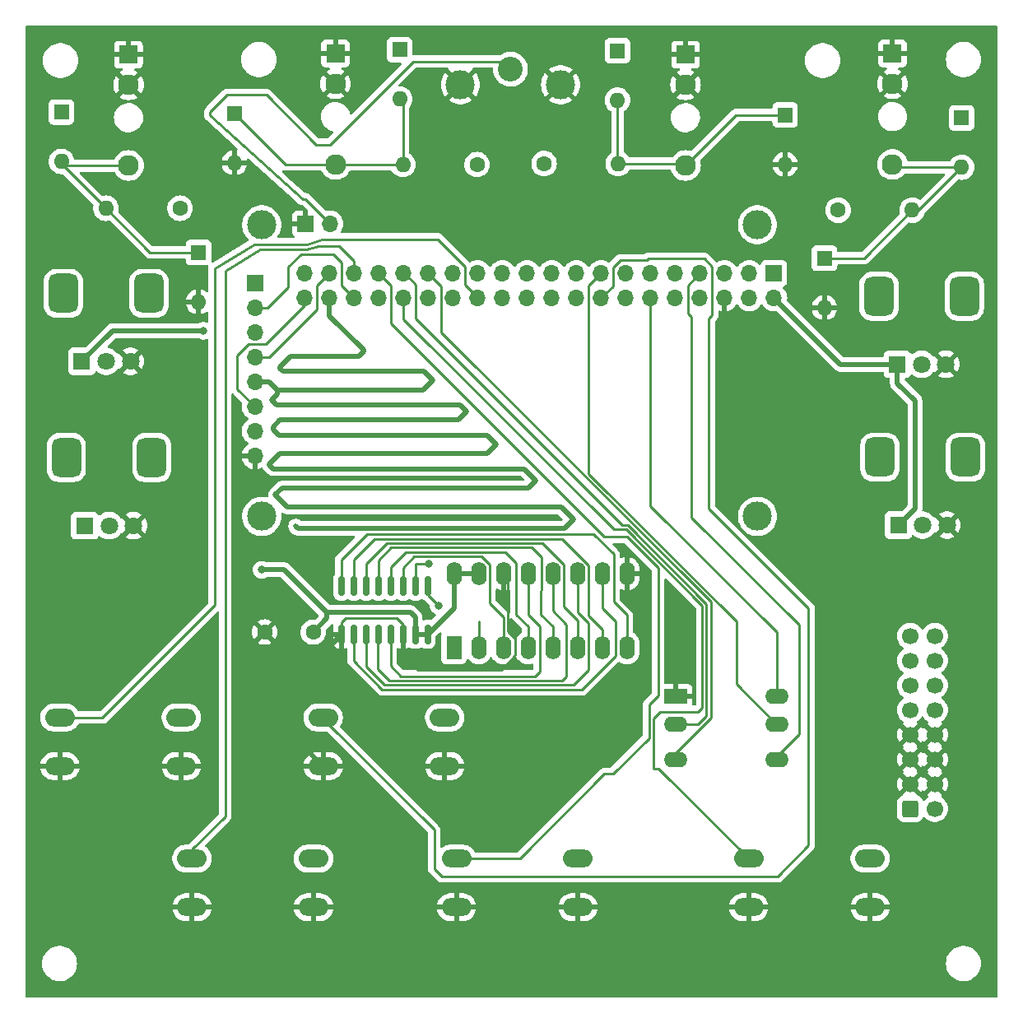
<source format=gtl>
G04 #@! TF.GenerationSoftware,KiCad,Pcbnew,8.0.5*
G04 #@! TF.CreationDate,2025-04-09T15:30:52+10:00*
G04 #@! TF.ProjectId,recurBOY,72656375-7242-44f5-992e-6b696361645f,v1_1_0*
G04 #@! TF.SameCoordinates,Original*
G04 #@! TF.FileFunction,Copper,L1,Top*
G04 #@! TF.FilePolarity,Positive*
%FSLAX46Y46*%
G04 Gerber Fmt 4.6, Leading zero omitted, Abs format (unit mm)*
G04 Created by KiCad (PCBNEW 8.0.5) date 2025-04-09 15:30:52*
%MOMM*%
%LPD*%
G01*
G04 APERTURE LIST*
G04 Aperture macros list*
%AMRoundRect*
0 Rectangle with rounded corners*
0 $1 Rounding radius*
0 $2 $3 $4 $5 $6 $7 $8 $9 X,Y pos of 4 corners*
0 Add a 4 corners polygon primitive as box body*
4,1,4,$2,$3,$4,$5,$6,$7,$8,$9,$2,$3,0*
0 Add four circle primitives for the rounded corners*
1,1,$1+$1,$2,$3*
1,1,$1+$1,$4,$5*
1,1,$1+$1,$6,$7*
1,1,$1+$1,$8,$9*
0 Add four rect primitives between the rounded corners*
20,1,$1+$1,$2,$3,$4,$5,0*
20,1,$1+$1,$4,$5,$6,$7,0*
20,1,$1+$1,$6,$7,$8,$9,0*
20,1,$1+$1,$8,$9,$2,$3,0*%
G04 Aperture macros list end*
G04 #@! TA.AperFunction,ComponentPad*
%ADD10C,2.130000*%
G04 #@! TD*
G04 #@! TA.AperFunction,ComponentPad*
%ADD11R,1.930000X1.830000*%
G04 #@! TD*
G04 #@! TA.AperFunction,ComponentPad*
%ADD12O,1.700000X1.700000*%
G04 #@! TD*
G04 #@! TA.AperFunction,ComponentPad*
%ADD13R,1.700000X1.700000*%
G04 #@! TD*
G04 #@! TA.AperFunction,WasherPad*
%ADD14C,3.000000*%
G04 #@! TD*
G04 #@! TA.AperFunction,ComponentPad*
%ADD15R,2.400000X1.600000*%
G04 #@! TD*
G04 #@! TA.AperFunction,ComponentPad*
%ADD16O,2.400000X1.600000*%
G04 #@! TD*
G04 #@! TA.AperFunction,ComponentPad*
%ADD17O,1.600000X1.600000*%
G04 #@! TD*
G04 #@! TA.AperFunction,ComponentPad*
%ADD18C,1.600000*%
G04 #@! TD*
G04 #@! TA.AperFunction,ComponentPad*
%ADD19C,1.800000*%
G04 #@! TD*
G04 #@! TA.AperFunction,ComponentPad*
%ADD20R,1.800000X1.800000*%
G04 #@! TD*
G04 #@! TA.AperFunction,WasherPad*
%ADD21RoundRect,0.750000X0.750000X-1.250000X0.750000X1.250000X-0.750000X1.250000X-0.750000X-1.250000X0*%
G04 #@! TD*
G04 #@! TA.AperFunction,ComponentPad*
%ADD22R,1.600000X2.400000*%
G04 #@! TD*
G04 #@! TA.AperFunction,SMDPad,CuDef*
%ADD23RoundRect,0.150000X-0.150000X0.825000X-0.150000X-0.825000X0.150000X-0.825000X0.150000X0.825000X0*%
G04 #@! TD*
G04 #@! TA.AperFunction,ComponentPad*
%ADD24O,1.600000X2.400000*%
G04 #@! TD*
G04 #@! TA.AperFunction,ComponentPad*
%ADD25C,3.000000*%
G04 #@! TD*
G04 #@! TA.AperFunction,ComponentPad*
%ADD26C,2.550000*%
G04 #@! TD*
G04 #@! TA.AperFunction,ComponentPad*
%ADD27O,3.048000X1.850000*%
G04 #@! TD*
G04 #@! TA.AperFunction,ComponentPad*
%ADD28C,1.700000*%
G04 #@! TD*
G04 #@! TA.AperFunction,ComponentPad*
%ADD29RoundRect,0.250000X-0.600000X-0.600000X0.600000X-0.600000X0.600000X0.600000X-0.600000X0.600000X0*%
G04 #@! TD*
G04 #@! TA.AperFunction,ComponentPad*
%ADD30R,1.600000X1.600000*%
G04 #@! TD*
G04 #@! TA.AperFunction,ViaPad*
%ADD31C,0.800000*%
G04 #@! TD*
G04 #@! TA.AperFunction,Conductor*
%ADD32C,0.500000*%
G04 #@! TD*
G04 #@! TA.AperFunction,Conductor*
%ADD33C,0.250000*%
G04 #@! TD*
G04 APERTURE END LIST*
D10*
X115600000Y-41100000D03*
X115600000Y-49400000D03*
D11*
X115600000Y-38000000D03*
D10*
X136900000Y-41000000D03*
X136900000Y-49300000D03*
D11*
X136900000Y-37900000D03*
D10*
X172900000Y-41100000D03*
X172900000Y-49400000D03*
D11*
X172900000Y-38000000D03*
D10*
X194200000Y-41000000D03*
X194200000Y-49300000D03*
D11*
X194200000Y-37900000D03*
D12*
X128600000Y-79280000D03*
X128600000Y-76740000D03*
X128600000Y-74200000D03*
X128600000Y-71660000D03*
X128600000Y-69120000D03*
X128600000Y-66580000D03*
X128600000Y-64040000D03*
D13*
X128600000Y-61500000D03*
D14*
X180300000Y-85500000D03*
X180300000Y-55500000D03*
X129300000Y-85500000D03*
X129300000Y-55500000D03*
D12*
X136340000Y-55400000D03*
D13*
X133800000Y-55400000D03*
D12*
X133740000Y-63040000D03*
X133740000Y-60500000D03*
X136280000Y-63040000D03*
X136280000Y-60500000D03*
X138820000Y-63040000D03*
X138820000Y-60500000D03*
X141360000Y-63040000D03*
X141360000Y-60500000D03*
X143900000Y-63040000D03*
X143900000Y-60500000D03*
X146440000Y-63040000D03*
X146440000Y-60500000D03*
X148980000Y-63040000D03*
X148980000Y-60500000D03*
X151520000Y-63040000D03*
X151520000Y-60500000D03*
X154060000Y-63040000D03*
X154060000Y-60500000D03*
X156600000Y-63040000D03*
X156600000Y-60500000D03*
X159140000Y-63040000D03*
X159140000Y-60500000D03*
X161680000Y-63040000D03*
X161680000Y-60500000D03*
X164220000Y-63040000D03*
X164220000Y-60500000D03*
X166760000Y-63040000D03*
X166760000Y-60500000D03*
X169300000Y-63040000D03*
X169300000Y-60500000D03*
X171840000Y-63040000D03*
X171840000Y-60500000D03*
X174380000Y-63040000D03*
X174380000Y-60500000D03*
X176920000Y-63040000D03*
X176920000Y-60500000D03*
X179460000Y-63040000D03*
X179460000Y-60500000D03*
X182000000Y-63040000D03*
D13*
X182000000Y-60500000D03*
D15*
X171900000Y-104050000D03*
D16*
X171900000Y-106850000D03*
X171900000Y-110550000D03*
X182270000Y-104050000D03*
X182300000Y-106850000D03*
X182300000Y-110550000D03*
D17*
X113280000Y-53800000D03*
D18*
X120900000Y-53800000D03*
D17*
X143830000Y-49300000D03*
D18*
X151450000Y-49300000D03*
D17*
X165970000Y-49200000D03*
D18*
X158350000Y-49200000D03*
D17*
X196220000Y-54000000D03*
D18*
X188600000Y-54000000D03*
D19*
X115800000Y-69550000D03*
X113300000Y-69550000D03*
D20*
X110800000Y-69550000D03*
D21*
X117700000Y-62550000D03*
X108900000Y-62550000D03*
D19*
X116100000Y-86450000D03*
X113600000Y-86450000D03*
D20*
X111100000Y-86450000D03*
D21*
X118000000Y-79450000D03*
X109200000Y-79450000D03*
D19*
X199700000Y-69850000D03*
X197200000Y-69850000D03*
D20*
X194700000Y-69850000D03*
D21*
X201600000Y-62850000D03*
X192800000Y-62850000D03*
D19*
X199800000Y-86400000D03*
X197300000Y-86400000D03*
D20*
X194800000Y-86400000D03*
D21*
X201700000Y-79400000D03*
X192900000Y-79400000D03*
D22*
X149081250Y-99000000D03*
D23*
X146363750Y-92687500D03*
D24*
X151621250Y-99000000D03*
D23*
X145093750Y-92687500D03*
D24*
X154161250Y-99000000D03*
D23*
X143823750Y-92687500D03*
D24*
X156701250Y-99000000D03*
D23*
X142553750Y-92687500D03*
D24*
X159241250Y-99000000D03*
D23*
X141283750Y-92687500D03*
D24*
X161781250Y-99000000D03*
D23*
X140013750Y-92687500D03*
D24*
X164321250Y-99000000D03*
D23*
X138743750Y-92687500D03*
D24*
X166861250Y-99000000D03*
D23*
X137473750Y-92687500D03*
X137473750Y-97637500D03*
D24*
X166861250Y-91380000D03*
D23*
X138743750Y-97637500D03*
D24*
X164321250Y-91380000D03*
D23*
X140013750Y-97637500D03*
D24*
X161781250Y-91380000D03*
D23*
X141283750Y-97637500D03*
D24*
X159241250Y-91380000D03*
D23*
X142553750Y-97637500D03*
D24*
X156701250Y-91380000D03*
D23*
X143823750Y-97637500D03*
D24*
X154161250Y-91380000D03*
D23*
X145093750Y-97637500D03*
D24*
X151621250Y-91380000D03*
D23*
X146363750Y-97637500D03*
D24*
X149081250Y-91380000D03*
D25*
X160050000Y-41100000D03*
X149750000Y-41100000D03*
D26*
X154900000Y-39500000D03*
D27*
X191900000Y-125700000D03*
X179400000Y-125700000D03*
X191900000Y-120700000D03*
X179400000Y-120700000D03*
X121040000Y-111200000D03*
X108540000Y-111200000D03*
X121040000Y-106200000D03*
X108540000Y-106200000D03*
X134640000Y-125700000D03*
X122140000Y-125700000D03*
X134640000Y-120700000D03*
X122140000Y-120700000D03*
X148140000Y-111200000D03*
X135640000Y-111200000D03*
X148140000Y-106200000D03*
X135640000Y-106200000D03*
X161840000Y-125700000D03*
X149340000Y-125700000D03*
X161840000Y-120700000D03*
X149340000Y-120700000D03*
D28*
X198540000Y-97800000D03*
X196000000Y-97800000D03*
X198540000Y-100340000D03*
X196000000Y-100340000D03*
X198540000Y-102880000D03*
X196000000Y-102880000D03*
X198540000Y-105420000D03*
X196000000Y-105420000D03*
X198540000Y-107960000D03*
X196000000Y-107960000D03*
X198540000Y-110500000D03*
X196000000Y-110500000D03*
X198540000Y-113040000D03*
X196000000Y-113040000D03*
X198540000Y-115580000D03*
D29*
X196000000Y-115580000D03*
D17*
X187200000Y-64030000D03*
D30*
X187200000Y-58950000D03*
D17*
X201300000Y-49580000D03*
D30*
X201300000Y-44500000D03*
D17*
X183150000Y-49280000D03*
D30*
X183150000Y-44200000D03*
D17*
X165900000Y-42680000D03*
D30*
X165900000Y-37600000D03*
D17*
X126500000Y-49130000D03*
D30*
X126500000Y-44050000D03*
D17*
X143500000Y-42580000D03*
D30*
X143500000Y-37500000D03*
D17*
X122800000Y-63430000D03*
D30*
X122800000Y-58350000D03*
D17*
X108700000Y-48980000D03*
D30*
X108700000Y-43900000D03*
D18*
X129600000Y-97400000D03*
X134600000Y-97400000D03*
D31*
X123300000Y-66400000D03*
X129300000Y-91000000D03*
X147500000Y-94700000D03*
X146500000Y-90400000D03*
D32*
X136000000Y-95400000D02*
X136000000Y-96000000D01*
X136000000Y-96000000D02*
X134600000Y-97400000D01*
X131600000Y-91000000D02*
X136000000Y-95400000D01*
X146363750Y-97637500D02*
X145093750Y-97637500D01*
X188810000Y-69850000D02*
X194700000Y-69850000D01*
X123300000Y-66400000D02*
X113950000Y-66400000D01*
X136000000Y-95400000D02*
X144600000Y-95400000D01*
X113950000Y-66400000D02*
X110800000Y-69550000D01*
X196500000Y-73600000D02*
X194700000Y-71800000D01*
X196500000Y-84700000D02*
X194800000Y-86400000D01*
X149081250Y-94920000D02*
X146363750Y-97637500D01*
X129300000Y-91000000D02*
X131600000Y-91000000D01*
X196500000Y-84700000D02*
X196500000Y-73600000D01*
X149081250Y-91380000D02*
X149081250Y-94920000D01*
X182000000Y-63040000D02*
X188810000Y-69850000D01*
X144600000Y-95400000D02*
X145093750Y-95893750D01*
X151621250Y-91380000D02*
X149081250Y-91380000D01*
X194700000Y-71800000D02*
X194700000Y-69850000D01*
X145093750Y-95893750D02*
X145093750Y-97637500D01*
D33*
X145400000Y-101300000D02*
X143823750Y-99723750D01*
X154627240Y-91845990D02*
X154627240Y-97327240D01*
X137473750Y-96401250D02*
X137473750Y-97637500D01*
X155400000Y-99800000D02*
X153900000Y-101300000D01*
D32*
X132900000Y-102211250D02*
X137473750Y-97637500D01*
X132900000Y-108460000D02*
X132900000Y-102211250D01*
D33*
X143823750Y-99723750D02*
X143823750Y-97637500D01*
X143175000Y-95975000D02*
X137900000Y-95975000D01*
X143823750Y-97637500D02*
X143823750Y-96623750D01*
D32*
X135640000Y-111200000D02*
X132900000Y-108460000D01*
D33*
X153900000Y-101300000D02*
X145400000Y-101300000D01*
X155400000Y-98100000D02*
X155400000Y-99800000D01*
X154627240Y-97327240D02*
X155400000Y-98100000D01*
X143823750Y-96623750D02*
X143175000Y-95975000D01*
X154161250Y-91380000D02*
X154627240Y-91845990D01*
X137900000Y-95975000D02*
X137473750Y-96401250D01*
X108700000Y-49220000D02*
X113280000Y-53800000D01*
X117830000Y-58350000D02*
X113280000Y-53800000D01*
X109120000Y-49400000D02*
X108700000Y-48980000D01*
X108700000Y-48980000D02*
X108700000Y-49220000D01*
X115600000Y-49400000D02*
X109120000Y-49400000D01*
X122800000Y-58350000D02*
X117830000Y-58350000D01*
X143830000Y-42910000D02*
X143500000Y-42580000D01*
X131750000Y-49300000D02*
X126500000Y-44050000D01*
X143830000Y-49300000D02*
X136900000Y-49300000D01*
X136900000Y-49300000D02*
X131750000Y-49300000D01*
X143830000Y-49300000D02*
X143830000Y-42910000D01*
X165900000Y-49130000D02*
X165970000Y-49200000D01*
X178100000Y-44200000D02*
X172900000Y-49400000D01*
X165970000Y-49200000D02*
X173300000Y-49200000D01*
X165900000Y-42680000D02*
X165900000Y-49130000D01*
X183150000Y-44200000D02*
X178100000Y-44200000D01*
X191270000Y-58950000D02*
X196220000Y-54000000D01*
X196880000Y-54000000D02*
X201300000Y-49580000D01*
X194480000Y-49580000D02*
X194200000Y-49300000D01*
X196220000Y-54000000D02*
X196880000Y-54000000D01*
X201300000Y-49580000D02*
X194480000Y-49580000D01*
X187200000Y-58950000D02*
X191270000Y-58950000D01*
X129910000Y-64040000D02*
X132050000Y-61900000D01*
X132050000Y-61900000D02*
X132050000Y-59850000D01*
X132050000Y-59850000D02*
X133350000Y-58550000D01*
X133350000Y-58550000D02*
X136700000Y-58550000D01*
X136700000Y-58550000D02*
X137550000Y-59400000D01*
X137550000Y-59400000D02*
X137550000Y-61770000D01*
X137550000Y-61770000D02*
X138820000Y-63040000D01*
X128600000Y-64040000D02*
X129910000Y-64040000D01*
X130080000Y-69120000D02*
X135000000Y-64200000D01*
X135000000Y-64200000D02*
X135000000Y-61780000D01*
X135000000Y-61780000D02*
X136280000Y-60500000D01*
X128600000Y-69120000D02*
X130080000Y-69120000D01*
D32*
X152500000Y-77200000D02*
X153400000Y-78100000D01*
X130900000Y-72500000D02*
X130900000Y-72900000D01*
X130500000Y-80600000D02*
X156300000Y-80600000D01*
X146000000Y-70600000D02*
X146900000Y-71500000D01*
X149500000Y-75600000D02*
X131200000Y-75600000D01*
X139300000Y-69000000D02*
X132300000Y-69000000D01*
X145900000Y-72500000D02*
X130900000Y-72500000D01*
X160100000Y-84500000D02*
X161400000Y-85800000D01*
X131400000Y-82600000D02*
X130700000Y-83300000D01*
X133000000Y-86700000D02*
X132800000Y-86500000D01*
X130060000Y-71660000D02*
X128600000Y-71660000D01*
X132300000Y-69000000D02*
X131200000Y-70100000D01*
X149700000Y-74000000D02*
X150400000Y-74700000D01*
X130700000Y-83300000D02*
X131900000Y-84500000D01*
X130100000Y-80200000D02*
X130500000Y-80600000D01*
X152500000Y-79000000D02*
X131200000Y-79000000D01*
X131200000Y-75600000D02*
X130500000Y-76300000D01*
X131200000Y-70300000D02*
X131500000Y-70600000D01*
X136280000Y-64880000D02*
X139800000Y-68400000D01*
X130900000Y-72500000D02*
X130060000Y-71660000D01*
X156300000Y-80600000D02*
X157500000Y-81800000D01*
X131500000Y-70600000D02*
X146000000Y-70600000D01*
X130100000Y-80100000D02*
X130100000Y-80200000D01*
X130900000Y-72900000D02*
X130300000Y-73500000D01*
X160500000Y-86700000D02*
X133000000Y-86700000D01*
X130500000Y-76600000D02*
X131100000Y-77200000D01*
X161400000Y-85800000D02*
X160500000Y-86700000D01*
X153400000Y-78100000D02*
X152500000Y-79000000D01*
X130800000Y-74000000D02*
X149700000Y-74000000D01*
X146900000Y-71500000D02*
X145900000Y-72500000D01*
X131200000Y-70100000D02*
X131200000Y-70300000D01*
X131100000Y-77200000D02*
X152500000Y-77200000D01*
X157500000Y-81800000D02*
X156700000Y-82600000D01*
X156700000Y-82600000D02*
X131400000Y-82600000D01*
X130500000Y-76300000D02*
X130500000Y-76600000D01*
X131900000Y-84500000D02*
X160100000Y-84500000D01*
X139800000Y-68500000D02*
X139300000Y-69000000D01*
X130300000Y-73500000D02*
X130800000Y-74000000D01*
X136280000Y-63040000D02*
X136280000Y-64880000D01*
X150400000Y-74700000D02*
X149500000Y-75600000D01*
X139800000Y-68400000D02*
X139800000Y-68500000D01*
X131200000Y-79000000D02*
X130100000Y-80100000D01*
D33*
X133740000Y-63760000D02*
X129700000Y-67800000D01*
X129700000Y-67800000D02*
X127950000Y-67800000D01*
X127950000Y-67800000D02*
X126800000Y-68950000D01*
X126800000Y-68950000D02*
X126800000Y-72400000D01*
X126800000Y-72400000D02*
X128600000Y-74200000D01*
X133740000Y-63040000D02*
X133740000Y-63760000D01*
X159241250Y-91380000D02*
X159241250Y-95241250D01*
X160200000Y-102400000D02*
X142400000Y-102400000D01*
X141200000Y-97721250D02*
X141283750Y-97637500D01*
X141200000Y-101200000D02*
X141200000Y-97721250D01*
X160656250Y-96656250D02*
X160656250Y-101943750D01*
X142400000Y-102400000D02*
X141200000Y-101200000D01*
X159241250Y-95241250D02*
X160656250Y-96656250D01*
X160656250Y-101943750D02*
X160200000Y-102400000D01*
X164321250Y-94921250D02*
X165736250Y-96336250D01*
X164321250Y-91380000D02*
X164321250Y-94921250D01*
X165736250Y-96336250D02*
X165736250Y-99833602D01*
X162269852Y-103300000D02*
X141700000Y-103300000D01*
X141700000Y-103300000D02*
X138743750Y-100343750D01*
X138743750Y-100343750D02*
X138743750Y-97637500D01*
X165736250Y-99833602D02*
X162269852Y-103300000D01*
X141886396Y-102850000D02*
X140013750Y-100977354D01*
X161350000Y-102850000D02*
X141886396Y-102850000D01*
X161781250Y-91380000D02*
X161781250Y-95381250D01*
X162906250Y-96506250D02*
X162906250Y-101293750D01*
X161781250Y-95381250D02*
X162906250Y-96506250D01*
X162906250Y-101293750D02*
X161350000Y-102850000D01*
X140013750Y-100977354D02*
X140013750Y-97637500D01*
X157900000Y-96800000D02*
X157900000Y-101500000D01*
X157450000Y-101950000D02*
X143650000Y-101950000D01*
X156701250Y-91380000D02*
X156701250Y-95601250D01*
X142553750Y-100853750D02*
X142553750Y-97637500D01*
X143650000Y-101950000D02*
X142553750Y-100853750D01*
X156701250Y-95601250D02*
X157900000Y-96800000D01*
X157900000Y-101500000D02*
X157450000Y-101950000D01*
X146363750Y-93563750D02*
X147500000Y-94700000D01*
X146363750Y-92687500D02*
X146363750Y-93563750D01*
X145093750Y-90406250D02*
X146493750Y-90406250D01*
X146493750Y-90406250D02*
X146500000Y-90400000D01*
X151621250Y-96321250D02*
X151621250Y-99000000D01*
X145093750Y-92687500D02*
X145093750Y-90406250D01*
X154161250Y-95861250D02*
X152746250Y-94446250D01*
X151900000Y-89600000D02*
X145000000Y-89600000D01*
X152746250Y-94446250D02*
X152746250Y-90446250D01*
X152746250Y-90446250D02*
X151900000Y-89600000D01*
X143823750Y-90776250D02*
X143823750Y-92687500D01*
X145000000Y-89600000D02*
X143823750Y-90776250D01*
X154161250Y-99000000D02*
X154161250Y-95861250D01*
X155500000Y-90250000D02*
X154400000Y-89150000D01*
X144100000Y-89150000D02*
X142553750Y-90696250D01*
X156701250Y-96801250D02*
X155500000Y-95600000D01*
X154400000Y-89150000D02*
X144100000Y-89150000D01*
X142553750Y-90696250D02*
X142553750Y-92687500D01*
X156701250Y-99000000D02*
X156701250Y-96801250D01*
X155500000Y-95600000D02*
X155500000Y-90250000D01*
X159241250Y-99000000D02*
X159241250Y-96841250D01*
X158000000Y-95600000D02*
X158000000Y-93200000D01*
X159241250Y-96841250D02*
X158000000Y-95600000D01*
X141283750Y-90016250D02*
X141283750Y-92687500D01*
X157100000Y-88700000D02*
X142600000Y-88700000D01*
X158100000Y-89700000D02*
X157100000Y-88700000D01*
X158000000Y-93200000D02*
X158100000Y-93100000D01*
X142600000Y-88700000D02*
X141283750Y-90016250D01*
X158100000Y-93100000D02*
X158100000Y-89700000D01*
X142150000Y-88250000D02*
X140013750Y-90386250D01*
X158150000Y-88250000D02*
X142150000Y-88250000D01*
X161781250Y-96181250D02*
X160366250Y-94766250D01*
X161781250Y-99000000D02*
X161781250Y-96181250D01*
X140013750Y-90386250D02*
X140013750Y-92687500D01*
X160366250Y-90466250D02*
X158150000Y-88250000D01*
X160366250Y-94766250D02*
X160366250Y-90466250D01*
X162906250Y-90506250D02*
X160200000Y-87800000D01*
X162906250Y-95706250D02*
X162906250Y-90506250D01*
X160200000Y-87800000D02*
X140900000Y-87800000D01*
X164321250Y-97121250D02*
X162906250Y-95706250D01*
X140900000Y-87800000D02*
X138743750Y-89956250D01*
X138743750Y-89956250D02*
X138743750Y-92687500D01*
X164321250Y-99000000D02*
X164321250Y-97121250D01*
X165500000Y-94300000D02*
X165500000Y-89400000D01*
X166861250Y-95661250D02*
X165500000Y-94300000D01*
X140100000Y-87300000D02*
X137473750Y-89926250D01*
X137473750Y-89926250D02*
X137473750Y-92687500D01*
X165500000Y-89400000D02*
X163400000Y-87300000D01*
X166861250Y-99000000D02*
X166861250Y-95661250D01*
X163400000Y-87300000D02*
X140100000Y-87300000D01*
X182300000Y-110150000D02*
X184550000Y-107900000D01*
X184550000Y-107900000D02*
X184550000Y-96650000D01*
X184550000Y-96650000D02*
X173500000Y-85600000D01*
X173500000Y-85600000D02*
X173500000Y-65000000D01*
X173500000Y-65000000D02*
X173150000Y-64650000D01*
X173150000Y-64650000D02*
X173150000Y-61730000D01*
X173150000Y-61730000D02*
X174380000Y-60500000D01*
X182300000Y-110550000D02*
X182300000Y-110150000D01*
X182270000Y-97420000D02*
X169300000Y-84450000D01*
X169300000Y-84450000D02*
X169300000Y-63040000D01*
X182270000Y-104050000D02*
X182270000Y-97420000D01*
X162950000Y-61770000D02*
X162950000Y-81113604D01*
X182200000Y-106850000D02*
X178125000Y-102775000D01*
X162950000Y-81113604D02*
X178125000Y-96288604D01*
X164220000Y-60500000D02*
X162950000Y-61770000D01*
X182300000Y-106850000D02*
X182200000Y-106850000D01*
X178125000Y-96288604D02*
X178125000Y-102775000D01*
X175300000Y-84700000D02*
X175300000Y-65150000D01*
X175300000Y-65150000D02*
X175650000Y-64800000D01*
X147850000Y-122550000D02*
X182350000Y-122550000D01*
X175650000Y-64800000D02*
X175650000Y-59800000D01*
X185550000Y-119350000D02*
X185550000Y-94950000D01*
X147050000Y-121750000D02*
X147850000Y-122550000D01*
X168950000Y-59150000D02*
X166200000Y-59150000D01*
X169100000Y-59000000D02*
X168950000Y-59150000D01*
X185550000Y-94950000D02*
X175300000Y-84700000D01*
X135640000Y-106340000D02*
X135640000Y-106200000D01*
X166200000Y-59150000D02*
X165450000Y-59900000D01*
X174850000Y-59000000D02*
X169100000Y-59000000D01*
X182350000Y-122550000D02*
X185550000Y-119350000D01*
X147050000Y-117750000D02*
X147050000Y-121750000D01*
X147050000Y-117750000D02*
X135640000Y-106340000D01*
X165450000Y-61810000D02*
X164220000Y-63040000D01*
X175650000Y-59800000D02*
X174850000Y-59000000D01*
X165450000Y-59900000D02*
X165450000Y-61810000D01*
X138820000Y-59220000D02*
X138820000Y-60500000D01*
X133900000Y-58050000D02*
X135150000Y-57700000D01*
X137300000Y-57700000D02*
X138820000Y-59220000D01*
X125550000Y-116350000D02*
X125550000Y-60250000D01*
X129150000Y-58050000D02*
X133900000Y-58050000D01*
X122140000Y-119760000D02*
X122140000Y-120700000D01*
X125550000Y-116350000D02*
X122140000Y-119760000D01*
X125550000Y-60250000D02*
X129150000Y-58050000D01*
X135150000Y-57700000D02*
X137300000Y-57700000D01*
X134000000Y-57500000D02*
X128550000Y-57500000D01*
X151520000Y-62970000D02*
X150250000Y-61700000D01*
X124450000Y-60000000D02*
X124450000Y-94650000D01*
X150250000Y-61700000D02*
X150250000Y-59800000D01*
X128550000Y-57500000D02*
X124450000Y-60000000D01*
X124450000Y-94650000D02*
X112900000Y-106200000D01*
X112900000Y-106200000D02*
X108540000Y-106200000D01*
X151520000Y-63040000D02*
X151520000Y-62970000D01*
X150250000Y-59800000D02*
X147450000Y-57000000D01*
X135500000Y-57000000D02*
X134000000Y-57500000D01*
X147450000Y-57000000D02*
X135500000Y-57000000D01*
X171900000Y-110550000D02*
X171900000Y-109850000D01*
X147800000Y-66600000D02*
X147800000Y-61860000D01*
X175500000Y-106250000D02*
X175500000Y-94300000D01*
X147800000Y-61860000D02*
X146440000Y-60500000D01*
X171900000Y-109850000D02*
X175500000Y-106250000D01*
X175500000Y-94300000D02*
X147800000Y-66600000D01*
X143900000Y-60500000D02*
X144000000Y-60500000D01*
X166963604Y-86400000D02*
X175050000Y-94486396D01*
X175050000Y-94486396D02*
X175050000Y-106050000D01*
X166400000Y-86400000D02*
X166963604Y-86400000D01*
X145150000Y-61650000D02*
X145150000Y-65150000D01*
X175050000Y-106050000D02*
X174200000Y-106900000D01*
X174200000Y-106900000D02*
X174150000Y-106850000D01*
X144000000Y-60500000D02*
X145150000Y-61650000D01*
X171900000Y-106850000D02*
X171750000Y-106850000D01*
X174150000Y-106850000D02*
X171900000Y-106850000D01*
X145150000Y-65150000D02*
X166400000Y-86400000D01*
X169600000Y-111450000D02*
X169600000Y-106450000D01*
X143900000Y-65250000D02*
X165500000Y-86850000D01*
X143900000Y-63040000D02*
X143900000Y-65250000D01*
X174200000Y-105600000D02*
X170300000Y-105600000D01*
X169600000Y-106300000D02*
X169600000Y-106450000D01*
X166777208Y-86850000D02*
X174600000Y-94672792D01*
X174600000Y-105200000D02*
X174200000Y-105600000D01*
X170300000Y-105600000D02*
X169600000Y-106300000D01*
X170150000Y-111450000D02*
X179400000Y-120700000D01*
X174600000Y-94672792D02*
X174600000Y-105200000D01*
X165500000Y-86850000D02*
X166777208Y-86850000D01*
X169600000Y-111450000D02*
X170150000Y-111450000D01*
X141360000Y-60500000D02*
X142600000Y-61740000D01*
X169150000Y-104850000D02*
X169150000Y-108300000D01*
X164550000Y-87600000D02*
X166890812Y-87600000D01*
X166890812Y-87600000D02*
X170100000Y-90809188D01*
X169150000Y-108300000D02*
X165450000Y-112000000D01*
X155850000Y-120700000D02*
X149340000Y-120700000D01*
X142600000Y-61740000D02*
X142600000Y-65650000D01*
X170100000Y-90809188D02*
X170100000Y-103900000D01*
X164550000Y-112000000D02*
X155850000Y-120700000D01*
X170100000Y-103900000D02*
X169150000Y-104850000D01*
X142600000Y-65650000D02*
X164550000Y-87600000D01*
X165450000Y-112000000D02*
X164550000Y-112000000D01*
X136340000Y-55400000D02*
X133790000Y-52850000D01*
X125750000Y-42150000D02*
X129800000Y-42150000D01*
X124000000Y-44250000D02*
X124000000Y-43900000D01*
X144878513Y-38700000D02*
X144900000Y-38700000D01*
X136328513Y-47250000D02*
X144878513Y-38700000D01*
X124000000Y-43900000D02*
X125750000Y-42150000D01*
X144900000Y-38700000D02*
X154100000Y-38700000D01*
X129800000Y-42150000D02*
X134900000Y-47250000D01*
X154100000Y-38700000D02*
X154900000Y-39500000D01*
X134900000Y-47250000D02*
X136328513Y-47250000D01*
X133500000Y-52850000D02*
X124000000Y-44250000D01*
X133790000Y-52850000D02*
X133500000Y-52850000D01*
G04 #@! TA.AperFunction,Conductor*
G36*
X170942012Y-91911162D02*
G01*
X170948595Y-91917291D01*
X173929595Y-94898291D01*
X173963621Y-94960603D01*
X173966500Y-94987386D01*
X173966500Y-104840500D01*
X173946498Y-104908621D01*
X173892842Y-104955114D01*
X173840500Y-104966500D01*
X173734000Y-104966500D01*
X173665879Y-104946498D01*
X173619386Y-104892842D01*
X173608000Y-104840500D01*
X173608000Y-104304000D01*
X172330703Y-104304000D01*
X172365925Y-104242993D01*
X172400000Y-104115826D01*
X172400000Y-103984174D01*
X172365925Y-103857007D01*
X172330703Y-103796000D01*
X173608000Y-103796000D01*
X173608000Y-103201414D01*
X173607999Y-103201402D01*
X173601494Y-103140906D01*
X173550444Y-103004035D01*
X173550444Y-103004034D01*
X173462904Y-102887095D01*
X173345965Y-102799555D01*
X173209093Y-102748505D01*
X173148597Y-102742000D01*
X172154000Y-102742000D01*
X172154000Y-103619297D01*
X172092993Y-103584075D01*
X171965826Y-103550000D01*
X171834174Y-103550000D01*
X171707007Y-103584075D01*
X171646000Y-103619297D01*
X171646000Y-102742000D01*
X170859500Y-102742000D01*
X170791379Y-102721998D01*
X170744886Y-102668342D01*
X170733500Y-102616000D01*
X170733500Y-92006386D01*
X170753502Y-91938265D01*
X170807158Y-91891772D01*
X170877432Y-91881668D01*
X170942012Y-91911162D01*
G37*
G04 #@! TD.AperFunction*
G04 #@! TA.AperFunction,Conductor*
G36*
X144019871Y-97403502D02*
G01*
X144066364Y-97457158D01*
X144077750Y-97509500D01*
X144077750Y-99117491D01*
X144237149Y-99071181D01*
X144380243Y-98986556D01*
X144381103Y-98985890D01*
X144381900Y-98985576D01*
X144387071Y-98982519D01*
X144387563Y-98983352D01*
X144447187Y-98959937D01*
X144516810Y-98973832D01*
X144535566Y-98985885D01*
X144536946Y-98986955D01*
X144680144Y-99071643D01*
X144680147Y-99071643D01*
X144680149Y-99071645D01*
X144839919Y-99118062D01*
X144877238Y-99120999D01*
X144877239Y-99121000D01*
X144877248Y-99121000D01*
X145310261Y-99121000D01*
X145310261Y-99120999D01*
X145347581Y-99118062D01*
X145507351Y-99071645D01*
X145507353Y-99071643D01*
X145507355Y-99071643D01*
X145612939Y-99009200D01*
X145650557Y-98986953D01*
X145650564Y-98986945D01*
X145651517Y-98986208D01*
X145652412Y-98985856D01*
X145657381Y-98982918D01*
X145657854Y-98983719D01*
X145717600Y-98960256D01*
X145787224Y-98974152D01*
X145805983Y-98986208D01*
X145806939Y-98986949D01*
X145806943Y-98986953D01*
X145806947Y-98986955D01*
X145806948Y-98986956D01*
X145950144Y-99071643D01*
X145950147Y-99071643D01*
X145950149Y-99071645D01*
X146109919Y-99118062D01*
X146147238Y-99120999D01*
X146147239Y-99121000D01*
X146147248Y-99121000D01*
X146580261Y-99121000D01*
X146580261Y-99120999D01*
X146617581Y-99118062D01*
X146777351Y-99071645D01*
X146777353Y-99071643D01*
X146777355Y-99071643D01*
X146882939Y-99009200D01*
X146920557Y-98986953D01*
X147038203Y-98869307D01*
X147122895Y-98726101D01*
X147169312Y-98566331D01*
X147172249Y-98529011D01*
X147172250Y-98529011D01*
X147172250Y-97953871D01*
X147192252Y-97885750D01*
X147209149Y-97864781D01*
X147605336Y-97468594D01*
X147667645Y-97434572D01*
X147738460Y-97439636D01*
X147795296Y-97482183D01*
X147820107Y-97548703D01*
X147812484Y-97601724D01*
X147779260Y-97690799D01*
X147779259Y-97690803D01*
X147772750Y-97751350D01*
X147772750Y-100248649D01*
X147779259Y-100309196D01*
X147779261Y-100309204D01*
X147830360Y-100446202D01*
X147830362Y-100446207D01*
X147917988Y-100563261D01*
X148035042Y-100650887D01*
X148035044Y-100650888D01*
X148035046Y-100650889D01*
X148072466Y-100664846D01*
X148172045Y-100701988D01*
X148172053Y-100701990D01*
X148232600Y-100708499D01*
X148232605Y-100708499D01*
X148232612Y-100708500D01*
X148232618Y-100708500D01*
X149929882Y-100708500D01*
X149929888Y-100708500D01*
X149929895Y-100708499D01*
X149929899Y-100708499D01*
X149990446Y-100701990D01*
X149990449Y-100701989D01*
X149990451Y-100701989D01*
X150127454Y-100650889D01*
X150136891Y-100643825D01*
X150244511Y-100563261D01*
X150332137Y-100446207D01*
X150332137Y-100446206D01*
X150332139Y-100446204D01*
X150383239Y-100309201D01*
X150384522Y-100297271D01*
X150411689Y-100231678D01*
X150470006Y-100191186D01*
X150540958Y-100188650D01*
X150602017Y-100224876D01*
X150611730Y-100236668D01*
X150623182Y-100252430D01*
X150623184Y-100252432D01*
X150623187Y-100252436D01*
X150768814Y-100398063D01*
X150768817Y-100398065D01*
X150768820Y-100398068D01*
X150935447Y-100519129D01*
X151118960Y-100612634D01*
X151314842Y-100676280D01*
X151518269Y-100708500D01*
X151518272Y-100708500D01*
X151724228Y-100708500D01*
X151724231Y-100708500D01*
X151927658Y-100676280D01*
X152123540Y-100612634D01*
X152307053Y-100519129D01*
X152473680Y-100398068D01*
X152619318Y-100252430D01*
X152740379Y-100085803D01*
X152778984Y-100010034D01*
X152827731Y-99958422D01*
X152896646Y-99941356D01*
X152963848Y-99964257D01*
X153003514Y-100010034D01*
X153042121Y-100085803D01*
X153163182Y-100252430D01*
X153163184Y-100252432D01*
X153163186Y-100252435D01*
X153308814Y-100398063D01*
X153308817Y-100398065D01*
X153308820Y-100398068D01*
X153475447Y-100519129D01*
X153658960Y-100612634D01*
X153854842Y-100676280D01*
X154058269Y-100708500D01*
X154058272Y-100708500D01*
X154264228Y-100708500D01*
X154264231Y-100708500D01*
X154467658Y-100676280D01*
X154663540Y-100612634D01*
X154847053Y-100519129D01*
X155013680Y-100398068D01*
X155159318Y-100252430D01*
X155280379Y-100085803D01*
X155318984Y-100010034D01*
X155367731Y-99958422D01*
X155436646Y-99941356D01*
X155503848Y-99964257D01*
X155543514Y-100010034D01*
X155582121Y-100085803D01*
X155703182Y-100252430D01*
X155703184Y-100252432D01*
X155703186Y-100252435D01*
X155848814Y-100398063D01*
X155848817Y-100398065D01*
X155848820Y-100398068D01*
X156015447Y-100519129D01*
X156198960Y-100612634D01*
X156394842Y-100676280D01*
X156598269Y-100708500D01*
X156598272Y-100708500D01*
X156804228Y-100708500D01*
X156804231Y-100708500D01*
X157007658Y-100676280D01*
X157101564Y-100645767D01*
X157172531Y-100643740D01*
X157233329Y-100680403D01*
X157264655Y-100744115D01*
X157266500Y-100765601D01*
X157266500Y-101185406D01*
X157246498Y-101253527D01*
X157229595Y-101274501D01*
X157224501Y-101279595D01*
X157162189Y-101313621D01*
X157135406Y-101316500D01*
X143964595Y-101316500D01*
X143896474Y-101296498D01*
X143875500Y-101279595D01*
X143224155Y-100628250D01*
X143190129Y-100565938D01*
X143187250Y-100539155D01*
X143187250Y-99160142D01*
X143207252Y-99092021D01*
X143260908Y-99045528D01*
X143331182Y-99035424D01*
X143377390Y-99051689D01*
X143410349Y-99071181D01*
X143569750Y-99117491D01*
X143569750Y-97509500D01*
X143589752Y-97441379D01*
X143643408Y-97394886D01*
X143695750Y-97383500D01*
X143951750Y-97383500D01*
X144019871Y-97403502D01*
G37*
G04 #@! TD.AperFunction*
G04 #@! TA.AperFunction,Conductor*
G36*
X155003262Y-95999620D02*
G01*
X155009845Y-96005749D01*
X156030845Y-97026749D01*
X156064871Y-97089061D01*
X156067750Y-97115844D01*
X156067750Y-97378670D01*
X156047748Y-97446791D01*
X156015811Y-97480606D01*
X155848817Y-97601934D01*
X155848814Y-97601936D01*
X155703186Y-97747564D01*
X155703184Y-97747567D01*
X155582123Y-97914193D01*
X155543517Y-97989962D01*
X155494768Y-98041577D01*
X155425853Y-98058643D01*
X155358652Y-98035742D01*
X155318983Y-97989962D01*
X155280379Y-97914197D01*
X155159318Y-97747570D01*
X155159315Y-97747567D01*
X155159313Y-97747564D01*
X155013685Y-97601936D01*
X155013682Y-97601934D01*
X155013680Y-97601932D01*
X154869000Y-97496816D01*
X154846689Y-97480606D01*
X154803335Y-97424384D01*
X154794750Y-97378670D01*
X154794750Y-96094844D01*
X154814752Y-96026723D01*
X154868408Y-95980230D01*
X154938682Y-95970126D01*
X155003262Y-95999620D01*
G37*
G04 #@! TD.AperFunction*
G04 #@! TA.AperFunction,Conductor*
G36*
X154415250Y-93064074D02*
G01*
X154467532Y-93055794D01*
X154467544Y-93055791D01*
X154663343Y-92992173D01*
X154663352Y-92992169D01*
X154683294Y-92982008D01*
X154753070Y-92968902D01*
X154818856Y-92995600D01*
X154859764Y-93053626D01*
X154866500Y-93094273D01*
X154866500Y-95366406D01*
X154846498Y-95434527D01*
X154792842Y-95481020D01*
X154722568Y-95491124D01*
X154657988Y-95461630D01*
X154651405Y-95455501D01*
X153416655Y-94220751D01*
X153382629Y-94158439D01*
X153379750Y-94131656D01*
X153379750Y-93055422D01*
X153399752Y-92987301D01*
X153453408Y-92940808D01*
X153523682Y-92930704D01*
X153562953Y-92943155D01*
X153659150Y-92992170D01*
X153659156Y-92992173D01*
X153854955Y-93055791D01*
X153854967Y-93055794D01*
X153907249Y-93064074D01*
X153907250Y-93064074D01*
X153907250Y-91691686D01*
X153915644Y-91700080D01*
X154006856Y-91752741D01*
X154108589Y-91780000D01*
X154213911Y-91780000D01*
X154315644Y-91752741D01*
X154406856Y-91700080D01*
X154415250Y-91691686D01*
X154415250Y-93064074D01*
G37*
G04 #@! TD.AperFunction*
G04 #@! TA.AperFunction,Conductor*
G36*
X198074075Y-113232993D02*
G01*
X198139901Y-113347007D01*
X198232993Y-113440099D01*
X198347007Y-113505925D01*
X198415051Y-113524157D01*
X197774310Y-114164898D01*
X197794697Y-114180766D01*
X197794705Y-114180771D01*
X197828207Y-114198902D01*
X197878597Y-114248915D01*
X197893949Y-114318232D01*
X197869388Y-114384845D01*
X197828207Y-114420528D01*
X197794430Y-114438807D01*
X197794424Y-114438811D01*
X197616759Y-114577094D01*
X197503483Y-114700143D01*
X197442630Y-114736714D01*
X197371666Y-114734579D01*
X197313121Y-114694417D01*
X197296144Y-114663481D01*
X197295217Y-114663914D01*
X197292116Y-114657266D01*
X197292115Y-114657262D01*
X197199030Y-114506348D01*
X197199029Y-114506347D01*
X197199024Y-114506341D01*
X197073658Y-114380975D01*
X197073652Y-114380970D01*
X197056703Y-114370516D01*
X196922738Y-114287885D01*
X196922734Y-114287883D01*
X196922735Y-114287883D01*
X196853511Y-114264945D01*
X196795139Y-114224531D01*
X196773662Y-114172873D01*
X196124947Y-113524158D01*
X196192993Y-113505925D01*
X196307007Y-113440099D01*
X196400099Y-113347007D01*
X196465925Y-113232993D01*
X196484158Y-113164947D01*
X197123077Y-113803866D01*
X197123078Y-113803866D01*
X197164516Y-113740441D01*
X197218519Y-113694352D01*
X197288867Y-113684777D01*
X197353225Y-113714754D01*
X197375482Y-113740440D01*
X197416921Y-113803866D01*
X198055841Y-113164946D01*
X198074075Y-113232993D01*
G37*
G04 #@! TD.AperFunction*
G04 #@! TA.AperFunction,Conductor*
G36*
X198074075Y-110692993D02*
G01*
X198139901Y-110807007D01*
X198232993Y-110900099D01*
X198347007Y-110965925D01*
X198415051Y-110984157D01*
X197774310Y-111624898D01*
X197794697Y-111640766D01*
X197794705Y-111640771D01*
X197828731Y-111659185D01*
X197879122Y-111709197D01*
X197894475Y-111778514D01*
X197869915Y-111845127D01*
X197828735Y-111880811D01*
X197794705Y-111899227D01*
X197794693Y-111899235D01*
X197774311Y-111915099D01*
X197774310Y-111915100D01*
X198415052Y-112555842D01*
X198347007Y-112574075D01*
X198232993Y-112639901D01*
X198139901Y-112732993D01*
X198074075Y-112847007D01*
X198055842Y-112915052D01*
X197416921Y-112276131D01*
X197416920Y-112276132D01*
X197375482Y-112339558D01*
X197321479Y-112385647D01*
X197251131Y-112395222D01*
X197186773Y-112365245D01*
X197164516Y-112339558D01*
X197123078Y-112276132D01*
X196484157Y-112915051D01*
X196465925Y-112847007D01*
X196400099Y-112732993D01*
X196307007Y-112639901D01*
X196192993Y-112574075D01*
X196124947Y-112555841D01*
X196765688Y-111915100D01*
X196765687Y-111915099D01*
X196745308Y-111899237D01*
X196745298Y-111899231D01*
X196711267Y-111880814D01*
X196660876Y-111830801D01*
X196645524Y-111761484D01*
X196670085Y-111694871D01*
X196711268Y-111659186D01*
X196745294Y-111640772D01*
X196745298Y-111640769D01*
X196765688Y-111624898D01*
X196124947Y-110984157D01*
X196192993Y-110965925D01*
X196307007Y-110900099D01*
X196400099Y-110807007D01*
X196465925Y-110692993D01*
X196484158Y-110624947D01*
X197123077Y-111263866D01*
X197123078Y-111263866D01*
X197164516Y-111200441D01*
X197218519Y-111154352D01*
X197288867Y-111144777D01*
X197353225Y-111174754D01*
X197375482Y-111200440D01*
X197416921Y-111263866D01*
X198055841Y-110624946D01*
X198074075Y-110692993D01*
G37*
G04 #@! TD.AperFunction*
G04 #@! TA.AperFunction,Conductor*
G36*
X198074075Y-108152993D02*
G01*
X198139901Y-108267007D01*
X198232993Y-108360099D01*
X198347007Y-108425925D01*
X198415051Y-108444157D01*
X197774310Y-109084898D01*
X197794697Y-109100766D01*
X197794705Y-109100771D01*
X197828731Y-109119185D01*
X197879122Y-109169197D01*
X197894475Y-109238514D01*
X197869915Y-109305127D01*
X197828735Y-109340811D01*
X197794705Y-109359227D01*
X197794693Y-109359235D01*
X197774311Y-109375099D01*
X197774310Y-109375100D01*
X198415052Y-110015842D01*
X198347007Y-110034075D01*
X198232993Y-110099901D01*
X198139901Y-110192993D01*
X198074075Y-110307007D01*
X198055842Y-110375052D01*
X197416921Y-109736131D01*
X197416920Y-109736132D01*
X197375482Y-109799558D01*
X197321479Y-109845647D01*
X197251131Y-109855222D01*
X197186773Y-109825245D01*
X197164516Y-109799558D01*
X197123078Y-109736132D01*
X196484157Y-110375051D01*
X196465925Y-110307007D01*
X196400099Y-110192993D01*
X196307007Y-110099901D01*
X196192993Y-110034075D01*
X196124947Y-110015841D01*
X196765688Y-109375100D01*
X196765687Y-109375099D01*
X196745308Y-109359237D01*
X196745298Y-109359231D01*
X196711267Y-109340814D01*
X196660876Y-109290801D01*
X196645524Y-109221484D01*
X196670085Y-109154871D01*
X196711268Y-109119186D01*
X196745294Y-109100772D01*
X196745298Y-109100769D01*
X196765688Y-109084898D01*
X196124947Y-108444157D01*
X196192993Y-108425925D01*
X196307007Y-108360099D01*
X196400099Y-108267007D01*
X196465925Y-108152993D01*
X196484158Y-108084947D01*
X197123077Y-108723866D01*
X197123078Y-108723866D01*
X197164516Y-108660441D01*
X197218519Y-108614352D01*
X197288867Y-108604777D01*
X197353225Y-108634754D01*
X197375482Y-108660440D01*
X197416921Y-108723866D01*
X198055841Y-108084946D01*
X198074075Y-108152993D01*
G37*
G04 #@! TD.AperFunction*
G04 #@! TA.AperFunction,Conductor*
G36*
X197353225Y-106095669D02*
G01*
X197375480Y-106121353D01*
X197403472Y-106164197D01*
X197464275Y-106257265D01*
X197464279Y-106257270D01*
X197616762Y-106422908D01*
X197671331Y-106465381D01*
X197794424Y-106561189D01*
X197828205Y-106579470D01*
X197878596Y-106629482D01*
X197893949Y-106698799D01*
X197869389Y-106765412D01*
X197828208Y-106801097D01*
X197794700Y-106819230D01*
X197794693Y-106819235D01*
X197774311Y-106835099D01*
X197774310Y-106835100D01*
X198415052Y-107475842D01*
X198347007Y-107494075D01*
X198232993Y-107559901D01*
X198139901Y-107652993D01*
X198074075Y-107767007D01*
X198055842Y-107835052D01*
X197416921Y-107196131D01*
X197416920Y-107196132D01*
X197375482Y-107259558D01*
X197321479Y-107305647D01*
X197251131Y-107315222D01*
X197186773Y-107285245D01*
X197164516Y-107259558D01*
X197123078Y-107196132D01*
X196484157Y-107835051D01*
X196465925Y-107767007D01*
X196400099Y-107652993D01*
X196307007Y-107559901D01*
X196192993Y-107494075D01*
X196124947Y-107475841D01*
X196765688Y-106835100D01*
X196765687Y-106835099D01*
X196745308Y-106819237D01*
X196745298Y-106819231D01*
X196711791Y-106801097D01*
X196661401Y-106751083D01*
X196646050Y-106681766D01*
X196670612Y-106615153D01*
X196711790Y-106579472D01*
X196745576Y-106561189D01*
X196923240Y-106422906D01*
X197075722Y-106257268D01*
X197164518Y-106121354D01*
X197218520Y-106075268D01*
X197288868Y-106065692D01*
X197353225Y-106095669D01*
G37*
G04 #@! TD.AperFunction*
G04 #@! TA.AperFunction,Conductor*
G36*
X204931621Y-35030502D02*
G01*
X204978114Y-35084158D01*
X204989500Y-35136500D01*
X204989500Y-134863500D01*
X204969498Y-134931621D01*
X204915842Y-134978114D01*
X204863500Y-134989500D01*
X105136500Y-134989500D01*
X105068379Y-134969498D01*
X105021886Y-134915842D01*
X105010500Y-134863500D01*
X105010500Y-131500000D01*
X106684423Y-131500000D01*
X106704701Y-131770601D01*
X106765083Y-132035149D01*
X106864220Y-132287745D01*
X106864223Y-132287753D01*
X106999897Y-132522747D01*
X106999899Y-132522750D01*
X106999900Y-132522751D01*
X107169088Y-132734906D01*
X107368006Y-132919475D01*
X107368012Y-132919479D01*
X107592202Y-133072330D01*
X107592209Y-133072334D01*
X107592212Y-133072336D01*
X107836695Y-133190073D01*
X108013574Y-133244633D01*
X108095989Y-133270055D01*
X108095996Y-133270057D01*
X108364322Y-133310500D01*
X108364326Y-133310500D01*
X108635674Y-133310500D01*
X108635678Y-133310500D01*
X108904004Y-133270057D01*
X108904014Y-133270054D01*
X109163296Y-133190076D01*
X109163298Y-133190074D01*
X109163305Y-133190073D01*
X109163310Y-133190070D01*
X109163314Y-133190069D01*
X109407783Y-133072339D01*
X109407783Y-133072338D01*
X109407789Y-133072336D01*
X109631994Y-132919475D01*
X109830912Y-132734906D01*
X110000100Y-132522751D01*
X110135778Y-132287749D01*
X110234916Y-132035151D01*
X110295299Y-131770598D01*
X110315577Y-131500000D01*
X199684423Y-131500000D01*
X199704701Y-131770601D01*
X199765083Y-132035149D01*
X199864220Y-132287745D01*
X199864223Y-132287753D01*
X199999897Y-132522747D01*
X199999899Y-132522750D01*
X199999900Y-132522751D01*
X200169088Y-132734906D01*
X200368006Y-132919475D01*
X200368012Y-132919479D01*
X200592202Y-133072330D01*
X200592209Y-133072334D01*
X200592212Y-133072336D01*
X200836695Y-133190073D01*
X201013574Y-133244633D01*
X201095989Y-133270055D01*
X201095996Y-133270057D01*
X201364322Y-133310500D01*
X201364326Y-133310500D01*
X201635674Y-133310500D01*
X201635678Y-133310500D01*
X201904004Y-133270057D01*
X201904014Y-133270054D01*
X202163296Y-133190076D01*
X202163298Y-133190074D01*
X202163305Y-133190073D01*
X202163310Y-133190070D01*
X202163314Y-133190069D01*
X202407783Y-133072339D01*
X202407783Y-133072338D01*
X202407789Y-133072336D01*
X202631994Y-132919475D01*
X202830912Y-132734906D01*
X203000100Y-132522751D01*
X203135778Y-132287749D01*
X203234916Y-132035151D01*
X203295299Y-131770598D01*
X203315577Y-131500000D01*
X203295299Y-131229402D01*
X203234916Y-130964849D01*
X203135778Y-130712251D01*
X203135777Y-130712250D01*
X203135776Y-130712246D01*
X203000102Y-130477252D01*
X203000100Y-130477249D01*
X202830912Y-130265094D01*
X202631994Y-130080525D01*
X202407789Y-129927664D01*
X202407786Y-129927663D01*
X202407784Y-129927661D01*
X202407783Y-129927660D01*
X202163314Y-129809930D01*
X202163296Y-129809923D01*
X201904014Y-129729945D01*
X201904006Y-129729943D01*
X201904004Y-129729943D01*
X201635678Y-129689500D01*
X201364322Y-129689500D01*
X201095996Y-129729943D01*
X201095995Y-129729943D01*
X201095989Y-129729944D01*
X200836689Y-129809929D01*
X200592209Y-129927665D01*
X200592202Y-129927669D01*
X200368012Y-130080520D01*
X200368007Y-130080524D01*
X200169089Y-130265093D01*
X199999897Y-130477252D01*
X199864223Y-130712246D01*
X199864220Y-130712254D01*
X199765083Y-130964850D01*
X199704701Y-131229398D01*
X199684423Y-131500000D01*
X110315577Y-131500000D01*
X110295299Y-131229402D01*
X110234916Y-130964849D01*
X110135778Y-130712251D01*
X110135777Y-130712250D01*
X110135776Y-130712246D01*
X110000102Y-130477252D01*
X110000100Y-130477249D01*
X109830912Y-130265094D01*
X109631994Y-130080525D01*
X109407789Y-129927664D01*
X109407786Y-129927663D01*
X109407784Y-129927661D01*
X109407783Y-129927660D01*
X109163314Y-129809930D01*
X109163296Y-129809923D01*
X108904014Y-129729945D01*
X108904006Y-129729943D01*
X108904004Y-129729943D01*
X108635678Y-129689500D01*
X108364322Y-129689500D01*
X108095996Y-129729943D01*
X108095995Y-129729943D01*
X108095989Y-129729944D01*
X107836689Y-129809929D01*
X107592209Y-129927665D01*
X107592202Y-129927669D01*
X107368012Y-130080520D01*
X107368007Y-130080524D01*
X107169089Y-130265093D01*
X106999897Y-130477252D01*
X106864223Y-130712246D01*
X106864220Y-130712254D01*
X106765083Y-130964850D01*
X106704701Y-131229398D01*
X106684423Y-131500000D01*
X105010500Y-131500000D01*
X105010500Y-125446000D01*
X120130368Y-125446000D01*
X121541656Y-125446000D01*
X121514979Y-125510402D01*
X121490000Y-125635981D01*
X121490000Y-125764019D01*
X121514979Y-125889598D01*
X121541656Y-125954000D01*
X120130368Y-125954000D01*
X120143285Y-126035564D01*
X120212986Y-126250079D01*
X120315391Y-126451059D01*
X120447971Y-126633539D01*
X120447973Y-126633542D01*
X120607457Y-126793026D01*
X120607460Y-126793028D01*
X120789940Y-126925608D01*
X120990920Y-127028013D01*
X121205434Y-127097713D01*
X121428223Y-127133000D01*
X121886000Y-127133000D01*
X121886000Y-126298344D01*
X121950402Y-126325021D01*
X122075981Y-126350000D01*
X122204019Y-126350000D01*
X122329598Y-126325021D01*
X122394000Y-126298344D01*
X122394000Y-127133000D01*
X122851777Y-127133000D01*
X123074565Y-127097713D01*
X123289079Y-127028013D01*
X123490059Y-126925608D01*
X123672539Y-126793028D01*
X123672542Y-126793026D01*
X123832026Y-126633542D01*
X123832028Y-126633539D01*
X123964608Y-126451059D01*
X124067013Y-126250079D01*
X124136714Y-126035564D01*
X124149632Y-125954000D01*
X122738344Y-125954000D01*
X122765021Y-125889598D01*
X122790000Y-125764019D01*
X122790000Y-125635981D01*
X122765021Y-125510402D01*
X122738344Y-125446000D01*
X124149632Y-125446000D01*
X132630368Y-125446000D01*
X134041656Y-125446000D01*
X134014979Y-125510402D01*
X133990000Y-125635981D01*
X133990000Y-125764019D01*
X134014979Y-125889598D01*
X134041656Y-125954000D01*
X132630368Y-125954000D01*
X132643285Y-126035564D01*
X132712986Y-126250079D01*
X132815391Y-126451059D01*
X132947971Y-126633539D01*
X132947973Y-126633542D01*
X133107457Y-126793026D01*
X133107460Y-126793028D01*
X133289940Y-126925608D01*
X133490920Y-127028013D01*
X133705434Y-127097713D01*
X133928223Y-127133000D01*
X134386000Y-127133000D01*
X134386000Y-126298344D01*
X134450402Y-126325021D01*
X134575981Y-126350000D01*
X134704019Y-126350000D01*
X134829598Y-126325021D01*
X134894000Y-126298344D01*
X134894000Y-127133000D01*
X135351777Y-127133000D01*
X135574565Y-127097713D01*
X135789079Y-127028013D01*
X135990059Y-126925608D01*
X136172539Y-126793028D01*
X136172542Y-126793026D01*
X136332026Y-126633542D01*
X136332028Y-126633539D01*
X136464608Y-126451059D01*
X136567013Y-126250079D01*
X136636714Y-126035564D01*
X136649632Y-125954000D01*
X135238344Y-125954000D01*
X135265021Y-125889598D01*
X135290000Y-125764019D01*
X135290000Y-125635981D01*
X135265021Y-125510402D01*
X135238344Y-125446000D01*
X136649632Y-125446000D01*
X147330368Y-125446000D01*
X148741656Y-125446000D01*
X148714979Y-125510402D01*
X148690000Y-125635981D01*
X148690000Y-125764019D01*
X148714979Y-125889598D01*
X148741656Y-125954000D01*
X147330368Y-125954000D01*
X147343285Y-126035564D01*
X147412986Y-126250079D01*
X147515391Y-126451059D01*
X147647971Y-126633539D01*
X147647973Y-126633542D01*
X147807457Y-126793026D01*
X147807460Y-126793028D01*
X147989940Y-126925608D01*
X148190920Y-127028013D01*
X148405434Y-127097713D01*
X148628223Y-127133000D01*
X149086000Y-127133000D01*
X149086000Y-126298344D01*
X149150402Y-126325021D01*
X149275981Y-126350000D01*
X149404019Y-126350000D01*
X149529598Y-126325021D01*
X149594000Y-126298344D01*
X149594000Y-127133000D01*
X150051777Y-127133000D01*
X150274565Y-127097713D01*
X150489079Y-127028013D01*
X150690059Y-126925608D01*
X150872539Y-126793028D01*
X150872542Y-126793026D01*
X151032026Y-126633542D01*
X151032028Y-126633539D01*
X151164608Y-126451059D01*
X151267013Y-126250079D01*
X151336714Y-126035564D01*
X151349632Y-125954000D01*
X149938344Y-125954000D01*
X149965021Y-125889598D01*
X149990000Y-125764019D01*
X149990000Y-125635981D01*
X149965021Y-125510402D01*
X149938344Y-125446000D01*
X151349632Y-125446000D01*
X159830368Y-125446000D01*
X161241656Y-125446000D01*
X161214979Y-125510402D01*
X161190000Y-125635981D01*
X161190000Y-125764019D01*
X161214979Y-125889598D01*
X161241656Y-125954000D01*
X159830368Y-125954000D01*
X159843285Y-126035564D01*
X159912986Y-126250079D01*
X160015391Y-126451059D01*
X160147971Y-126633539D01*
X160147973Y-126633542D01*
X160307457Y-126793026D01*
X160307460Y-126793028D01*
X160489940Y-126925608D01*
X160690920Y-127028013D01*
X160905434Y-127097713D01*
X161128223Y-127133000D01*
X161586000Y-127133000D01*
X161586000Y-126298344D01*
X161650402Y-126325021D01*
X161775981Y-126350000D01*
X161904019Y-126350000D01*
X162029598Y-126325021D01*
X162094000Y-126298344D01*
X162094000Y-127133000D01*
X162551777Y-127133000D01*
X162774565Y-127097713D01*
X162989079Y-127028013D01*
X163190059Y-126925608D01*
X163372539Y-126793028D01*
X163372542Y-126793026D01*
X163532026Y-126633542D01*
X163532028Y-126633539D01*
X163664608Y-126451059D01*
X163767013Y-126250079D01*
X163836714Y-126035564D01*
X163849632Y-125954000D01*
X162438344Y-125954000D01*
X162465021Y-125889598D01*
X162490000Y-125764019D01*
X162490000Y-125635981D01*
X162465021Y-125510402D01*
X162438344Y-125446000D01*
X163849632Y-125446000D01*
X177390368Y-125446000D01*
X178801656Y-125446000D01*
X178774979Y-125510402D01*
X178750000Y-125635981D01*
X178750000Y-125764019D01*
X178774979Y-125889598D01*
X178801656Y-125954000D01*
X177390368Y-125954000D01*
X177403285Y-126035564D01*
X177472986Y-126250079D01*
X177575391Y-126451059D01*
X177707971Y-126633539D01*
X177707973Y-126633542D01*
X177867457Y-126793026D01*
X177867460Y-126793028D01*
X178049940Y-126925608D01*
X178250920Y-127028013D01*
X178465434Y-127097713D01*
X178688223Y-127133000D01*
X179146000Y-127133000D01*
X179146000Y-126298344D01*
X179210402Y-126325021D01*
X179335981Y-126350000D01*
X179464019Y-126350000D01*
X179589598Y-126325021D01*
X179654000Y-126298344D01*
X179654000Y-127133000D01*
X180111777Y-127133000D01*
X180334565Y-127097713D01*
X180549079Y-127028013D01*
X180750059Y-126925608D01*
X180932539Y-126793028D01*
X180932542Y-126793026D01*
X181092026Y-126633542D01*
X181092028Y-126633539D01*
X181224608Y-126451059D01*
X181327013Y-126250079D01*
X181396714Y-126035564D01*
X181409632Y-125954000D01*
X179998344Y-125954000D01*
X180025021Y-125889598D01*
X180050000Y-125764019D01*
X180050000Y-125635981D01*
X180025021Y-125510402D01*
X179998344Y-125446000D01*
X181409632Y-125446000D01*
X189890368Y-125446000D01*
X191301656Y-125446000D01*
X191274979Y-125510402D01*
X191250000Y-125635981D01*
X191250000Y-125764019D01*
X191274979Y-125889598D01*
X191301656Y-125954000D01*
X189890368Y-125954000D01*
X189903285Y-126035564D01*
X189972986Y-126250079D01*
X190075391Y-126451059D01*
X190207971Y-126633539D01*
X190207973Y-126633542D01*
X190367457Y-126793026D01*
X190367460Y-126793028D01*
X190549940Y-126925608D01*
X190750920Y-127028013D01*
X190965434Y-127097713D01*
X191188223Y-127133000D01*
X191646000Y-127133000D01*
X191646000Y-126298344D01*
X191710402Y-126325021D01*
X191835981Y-126350000D01*
X191964019Y-126350000D01*
X192089598Y-126325021D01*
X192154000Y-126298344D01*
X192154000Y-127133000D01*
X192611777Y-127133000D01*
X192834565Y-127097713D01*
X193049079Y-127028013D01*
X193250059Y-126925608D01*
X193432539Y-126793028D01*
X193432542Y-126793026D01*
X193592026Y-126633542D01*
X193592028Y-126633539D01*
X193724608Y-126451059D01*
X193827013Y-126250079D01*
X193896714Y-126035564D01*
X193909632Y-125954000D01*
X192498344Y-125954000D01*
X192525021Y-125889598D01*
X192550000Y-125764019D01*
X192550000Y-125635981D01*
X192525021Y-125510402D01*
X192498344Y-125446000D01*
X193909632Y-125446000D01*
X193896714Y-125364435D01*
X193827013Y-125149920D01*
X193724608Y-124948940D01*
X193592028Y-124766460D01*
X193592026Y-124766457D01*
X193432542Y-124606973D01*
X193432539Y-124606971D01*
X193250059Y-124474391D01*
X193049079Y-124371986D01*
X192834565Y-124302286D01*
X192611777Y-124267000D01*
X192154000Y-124267000D01*
X192154000Y-125101655D01*
X192089598Y-125074979D01*
X191964019Y-125050000D01*
X191835981Y-125050000D01*
X191710402Y-125074979D01*
X191646000Y-125101655D01*
X191646000Y-124267000D01*
X191188223Y-124267000D01*
X190965434Y-124302286D01*
X190750920Y-124371986D01*
X190549940Y-124474391D01*
X190367460Y-124606971D01*
X190367457Y-124606973D01*
X190207973Y-124766457D01*
X190207971Y-124766460D01*
X190075391Y-124948940D01*
X189972986Y-125149920D01*
X189903285Y-125364435D01*
X189890368Y-125446000D01*
X181409632Y-125446000D01*
X181396714Y-125364435D01*
X181327013Y-125149920D01*
X181224608Y-124948940D01*
X181092028Y-124766460D01*
X181092026Y-124766457D01*
X180932542Y-124606973D01*
X180932539Y-124606971D01*
X180750059Y-124474391D01*
X180549079Y-124371986D01*
X180334565Y-124302286D01*
X180111777Y-124267000D01*
X179654000Y-124267000D01*
X179654000Y-125101655D01*
X179589598Y-125074979D01*
X179464019Y-125050000D01*
X179335981Y-125050000D01*
X179210402Y-125074979D01*
X179146000Y-125101655D01*
X179146000Y-124267000D01*
X178688223Y-124267000D01*
X178465434Y-124302286D01*
X178250920Y-124371986D01*
X178049940Y-124474391D01*
X177867460Y-124606971D01*
X177867457Y-124606973D01*
X177707973Y-124766457D01*
X177707971Y-124766460D01*
X177575391Y-124948940D01*
X177472986Y-125149920D01*
X177403285Y-125364435D01*
X177390368Y-125446000D01*
X163849632Y-125446000D01*
X163836714Y-125364435D01*
X163767013Y-125149920D01*
X163664608Y-124948940D01*
X163532028Y-124766460D01*
X163532026Y-124766457D01*
X163372542Y-124606973D01*
X163372539Y-124606971D01*
X163190059Y-124474391D01*
X162989079Y-124371986D01*
X162774565Y-124302286D01*
X162551777Y-124267000D01*
X162094000Y-124267000D01*
X162094000Y-125101655D01*
X162029598Y-125074979D01*
X161904019Y-125050000D01*
X161775981Y-125050000D01*
X161650402Y-125074979D01*
X161586000Y-125101655D01*
X161586000Y-124267000D01*
X161128223Y-124267000D01*
X160905434Y-124302286D01*
X160690920Y-124371986D01*
X160489940Y-124474391D01*
X160307460Y-124606971D01*
X160307457Y-124606973D01*
X160147973Y-124766457D01*
X160147971Y-124766460D01*
X160015391Y-124948940D01*
X159912986Y-125149920D01*
X159843285Y-125364435D01*
X159830368Y-125446000D01*
X151349632Y-125446000D01*
X151336714Y-125364435D01*
X151267013Y-125149920D01*
X151164608Y-124948940D01*
X151032028Y-124766460D01*
X151032026Y-124766457D01*
X150872542Y-124606973D01*
X150872539Y-124606971D01*
X150690059Y-124474391D01*
X150489079Y-124371986D01*
X150274565Y-124302286D01*
X150051777Y-124267000D01*
X149594000Y-124267000D01*
X149594000Y-125101655D01*
X149529598Y-125074979D01*
X149404019Y-125050000D01*
X149275981Y-125050000D01*
X149150402Y-125074979D01*
X149086000Y-125101655D01*
X149086000Y-124267000D01*
X148628223Y-124267000D01*
X148405434Y-124302286D01*
X148190920Y-124371986D01*
X147989940Y-124474391D01*
X147807460Y-124606971D01*
X147807457Y-124606973D01*
X147647973Y-124766457D01*
X147647971Y-124766460D01*
X147515391Y-124948940D01*
X147412986Y-125149920D01*
X147343285Y-125364435D01*
X147330368Y-125446000D01*
X136649632Y-125446000D01*
X136636714Y-125364435D01*
X136567013Y-125149920D01*
X136464608Y-124948940D01*
X136332028Y-124766460D01*
X136332026Y-124766457D01*
X136172542Y-124606973D01*
X136172539Y-124606971D01*
X135990059Y-124474391D01*
X135789079Y-124371986D01*
X135574565Y-124302286D01*
X135351777Y-124267000D01*
X134894000Y-124267000D01*
X134894000Y-125101655D01*
X134829598Y-125074979D01*
X134704019Y-125050000D01*
X134575981Y-125050000D01*
X134450402Y-125074979D01*
X134386000Y-125101655D01*
X134386000Y-124267000D01*
X133928223Y-124267000D01*
X133705434Y-124302286D01*
X133490920Y-124371986D01*
X133289940Y-124474391D01*
X133107460Y-124606971D01*
X133107457Y-124606973D01*
X132947973Y-124766457D01*
X132947971Y-124766460D01*
X132815391Y-124948940D01*
X132712986Y-125149920D01*
X132643285Y-125364435D01*
X132630368Y-125446000D01*
X124149632Y-125446000D01*
X124136714Y-125364435D01*
X124067013Y-125149920D01*
X123964608Y-124948940D01*
X123832028Y-124766460D01*
X123832026Y-124766457D01*
X123672542Y-124606973D01*
X123672539Y-124606971D01*
X123490059Y-124474391D01*
X123289079Y-124371986D01*
X123074565Y-124302286D01*
X122851777Y-124267000D01*
X122394000Y-124267000D01*
X122394000Y-125101655D01*
X122329598Y-125074979D01*
X122204019Y-125050000D01*
X122075981Y-125050000D01*
X121950402Y-125074979D01*
X121886000Y-125101655D01*
X121886000Y-124267000D01*
X121428223Y-124267000D01*
X121205434Y-124302286D01*
X120990920Y-124371986D01*
X120789940Y-124474391D01*
X120607460Y-124606971D01*
X120607457Y-124606973D01*
X120447973Y-124766457D01*
X120447971Y-124766460D01*
X120315391Y-124948940D01*
X120212986Y-125149920D01*
X120143285Y-125364435D01*
X120130368Y-125446000D01*
X105010500Y-125446000D01*
X105010500Y-110946000D01*
X106530368Y-110946000D01*
X107941656Y-110946000D01*
X107914979Y-111010402D01*
X107890000Y-111135981D01*
X107890000Y-111264019D01*
X107914979Y-111389598D01*
X107941656Y-111454000D01*
X106530368Y-111454000D01*
X106543285Y-111535564D01*
X106612986Y-111750079D01*
X106715391Y-111951059D01*
X106847971Y-112133539D01*
X106847973Y-112133542D01*
X107007457Y-112293026D01*
X107007460Y-112293028D01*
X107189940Y-112425608D01*
X107390920Y-112528013D01*
X107605434Y-112597713D01*
X107828223Y-112633000D01*
X108286000Y-112633000D01*
X108286000Y-111798344D01*
X108350402Y-111825021D01*
X108475981Y-111850000D01*
X108604019Y-111850000D01*
X108729598Y-111825021D01*
X108794000Y-111798344D01*
X108794000Y-112633000D01*
X109251777Y-112633000D01*
X109474565Y-112597713D01*
X109689079Y-112528013D01*
X109890059Y-112425608D01*
X110072539Y-112293028D01*
X110072542Y-112293026D01*
X110232026Y-112133542D01*
X110232028Y-112133539D01*
X110364608Y-111951059D01*
X110467013Y-111750079D01*
X110536714Y-111535564D01*
X110549632Y-111454000D01*
X109138344Y-111454000D01*
X109165021Y-111389598D01*
X109190000Y-111264019D01*
X109190000Y-111135981D01*
X109165021Y-111010402D01*
X109138344Y-110946000D01*
X110549632Y-110946000D01*
X119030368Y-110946000D01*
X120441656Y-110946000D01*
X120414979Y-111010402D01*
X120390000Y-111135981D01*
X120390000Y-111264019D01*
X120414979Y-111389598D01*
X120441656Y-111454000D01*
X119030368Y-111454000D01*
X119043285Y-111535564D01*
X119112986Y-111750079D01*
X119215391Y-111951059D01*
X119347971Y-112133539D01*
X119347973Y-112133542D01*
X119507457Y-112293026D01*
X119507460Y-112293028D01*
X119689940Y-112425608D01*
X119890920Y-112528013D01*
X120105434Y-112597713D01*
X120328223Y-112633000D01*
X120786000Y-112633000D01*
X120786000Y-111798344D01*
X120850402Y-111825021D01*
X120975981Y-111850000D01*
X121104019Y-111850000D01*
X121229598Y-111825021D01*
X121294000Y-111798344D01*
X121294000Y-112633000D01*
X121751777Y-112633000D01*
X121974565Y-112597713D01*
X122189079Y-112528013D01*
X122390059Y-112425608D01*
X122572539Y-112293028D01*
X122572542Y-112293026D01*
X122732026Y-112133542D01*
X122732028Y-112133539D01*
X122864608Y-111951059D01*
X122967013Y-111750079D01*
X123036714Y-111535564D01*
X123049632Y-111454000D01*
X121638344Y-111454000D01*
X121665021Y-111389598D01*
X121690000Y-111264019D01*
X121690000Y-111135981D01*
X121665021Y-111010402D01*
X121638344Y-110946000D01*
X123049632Y-110946000D01*
X123036714Y-110864435D01*
X122967013Y-110649920D01*
X122864608Y-110448940D01*
X122732028Y-110266460D01*
X122732026Y-110266457D01*
X122572542Y-110106973D01*
X122572539Y-110106971D01*
X122390059Y-109974391D01*
X122189079Y-109871986D01*
X121974565Y-109802286D01*
X121751777Y-109767000D01*
X121294000Y-109767000D01*
X121294000Y-110601655D01*
X121229598Y-110574979D01*
X121104019Y-110550000D01*
X120975981Y-110550000D01*
X120850402Y-110574979D01*
X120786000Y-110601655D01*
X120786000Y-109767000D01*
X120328223Y-109767000D01*
X120105434Y-109802286D01*
X119890920Y-109871986D01*
X119689940Y-109974391D01*
X119507460Y-110106971D01*
X119507457Y-110106973D01*
X119347973Y-110266457D01*
X119347971Y-110266460D01*
X119215391Y-110448940D01*
X119112986Y-110649920D01*
X119043285Y-110864435D01*
X119030368Y-110946000D01*
X110549632Y-110946000D01*
X110536714Y-110864435D01*
X110467013Y-110649920D01*
X110364608Y-110448940D01*
X110232028Y-110266460D01*
X110232026Y-110266457D01*
X110072542Y-110106973D01*
X110072539Y-110106971D01*
X109890059Y-109974391D01*
X109689079Y-109871986D01*
X109474565Y-109802286D01*
X109251777Y-109767000D01*
X108794000Y-109767000D01*
X108794000Y-110601655D01*
X108729598Y-110574979D01*
X108604019Y-110550000D01*
X108475981Y-110550000D01*
X108350402Y-110574979D01*
X108286000Y-110601655D01*
X108286000Y-109767000D01*
X107828223Y-109767000D01*
X107605434Y-109802286D01*
X107390920Y-109871986D01*
X107189940Y-109974391D01*
X107007460Y-110106971D01*
X107007457Y-110106973D01*
X106847973Y-110266457D01*
X106847971Y-110266460D01*
X106715391Y-110448940D01*
X106612986Y-110649920D01*
X106543285Y-110864435D01*
X106530368Y-110946000D01*
X105010500Y-110946000D01*
X105010500Y-106087181D01*
X106507500Y-106087181D01*
X106507500Y-106312819D01*
X106526818Y-106434787D01*
X106542798Y-106535684D01*
X106612521Y-106750269D01*
X106612522Y-106750272D01*
X106612523Y-106750273D01*
X106714961Y-106951318D01*
X106847587Y-107133863D01*
X106847589Y-107133865D01*
X106847591Y-107133868D01*
X107007131Y-107293408D01*
X107007134Y-107293410D01*
X107007137Y-107293413D01*
X107189682Y-107426039D01*
X107390727Y-107528477D01*
X107605321Y-107598203D01*
X107828181Y-107633500D01*
X107828184Y-107633500D01*
X109251816Y-107633500D01*
X109251819Y-107633500D01*
X109474679Y-107598203D01*
X109689273Y-107528477D01*
X109890318Y-107426039D01*
X110072863Y-107293413D01*
X110232413Y-107133863D01*
X110365039Y-106951318D01*
X110390017Y-106902295D01*
X110438764Y-106850682D01*
X110502283Y-106833500D01*
X112962393Y-106833500D01*
X112962394Y-106833500D01*
X113084785Y-106809155D01*
X113200075Y-106761400D01*
X113303833Y-106692071D01*
X113908723Y-106087181D01*
X119007500Y-106087181D01*
X119007500Y-106312819D01*
X119026818Y-106434787D01*
X119042798Y-106535684D01*
X119112521Y-106750269D01*
X119112522Y-106750272D01*
X119112523Y-106750273D01*
X119214961Y-106951318D01*
X119347587Y-107133863D01*
X119347589Y-107133865D01*
X119347591Y-107133868D01*
X119507131Y-107293408D01*
X119507134Y-107293410D01*
X119507137Y-107293413D01*
X119689682Y-107426039D01*
X119890727Y-107528477D01*
X120105321Y-107598203D01*
X120328181Y-107633500D01*
X120328184Y-107633500D01*
X121751816Y-107633500D01*
X121751819Y-107633500D01*
X121974679Y-107598203D01*
X122189273Y-107528477D01*
X122390318Y-107426039D01*
X122572863Y-107293413D01*
X122732413Y-107133863D01*
X122865039Y-106951318D01*
X122967477Y-106750273D01*
X123037203Y-106535679D01*
X123072500Y-106312819D01*
X123072500Y-106087181D01*
X123037203Y-105864321D01*
X122967477Y-105649727D01*
X122865039Y-105448682D01*
X122732413Y-105266137D01*
X122732410Y-105266134D01*
X122732408Y-105266131D01*
X122572868Y-105106591D01*
X122572865Y-105106589D01*
X122572863Y-105106587D01*
X122395032Y-104977386D01*
X122390321Y-104973963D01*
X122390320Y-104973962D01*
X122390318Y-104973961D01*
X122189273Y-104871523D01*
X122189272Y-104871522D01*
X122189269Y-104871521D01*
X121974684Y-104801798D01*
X121974680Y-104801797D01*
X121974679Y-104801797D01*
X121751819Y-104766500D01*
X120328181Y-104766500D01*
X120105321Y-104801797D01*
X120105315Y-104801798D01*
X119890730Y-104871521D01*
X119689678Y-104973963D01*
X119507134Y-105106589D01*
X119507131Y-105106591D01*
X119347591Y-105266131D01*
X119347589Y-105266134D01*
X119214963Y-105448678D01*
X119112521Y-105649730D01*
X119042798Y-105864315D01*
X119042797Y-105864320D01*
X119042797Y-105864321D01*
X119007500Y-106087181D01*
X113908723Y-106087181D01*
X124701405Y-95294499D01*
X124763717Y-95260473D01*
X124834532Y-95265538D01*
X124891368Y-95308085D01*
X124916179Y-95374605D01*
X124916500Y-95383594D01*
X124916500Y-116035406D01*
X124896498Y-116103527D01*
X124879595Y-116124501D01*
X121774501Y-119229595D01*
X121712189Y-119263621D01*
X121685406Y-119266500D01*
X121428181Y-119266500D01*
X121216225Y-119300070D01*
X121205315Y-119301798D01*
X120990730Y-119371521D01*
X120789678Y-119473963D01*
X120607134Y-119606589D01*
X120607131Y-119606591D01*
X120447591Y-119766131D01*
X120447589Y-119766134D01*
X120314963Y-119948678D01*
X120212521Y-120149730D01*
X120142798Y-120364315D01*
X120142797Y-120364320D01*
X120142797Y-120364321D01*
X120107500Y-120587181D01*
X120107500Y-120812819D01*
X120142797Y-121035679D01*
X120142798Y-121035684D01*
X120212521Y-121250269D01*
X120212522Y-121250272D01*
X120212523Y-121250273D01*
X120314961Y-121451318D01*
X120447587Y-121633863D01*
X120447589Y-121633865D01*
X120447591Y-121633868D01*
X120607131Y-121793408D01*
X120607134Y-121793410D01*
X120607137Y-121793413D01*
X120789682Y-121926039D01*
X120990727Y-122028477D01*
X121205321Y-122098203D01*
X121428181Y-122133500D01*
X121428184Y-122133500D01*
X122851816Y-122133500D01*
X122851819Y-122133500D01*
X123074679Y-122098203D01*
X123289273Y-122028477D01*
X123490318Y-121926039D01*
X123672863Y-121793413D01*
X123832413Y-121633863D01*
X123965039Y-121451318D01*
X124067477Y-121250273D01*
X124137203Y-121035679D01*
X124172500Y-120812819D01*
X124172500Y-120587181D01*
X132607500Y-120587181D01*
X132607500Y-120812819D01*
X132642797Y-121035679D01*
X132642798Y-121035684D01*
X132712521Y-121250269D01*
X132712522Y-121250272D01*
X132712523Y-121250273D01*
X132814961Y-121451318D01*
X132947587Y-121633863D01*
X132947589Y-121633865D01*
X132947591Y-121633868D01*
X133107131Y-121793408D01*
X133107134Y-121793410D01*
X133107137Y-121793413D01*
X133289682Y-121926039D01*
X133490727Y-122028477D01*
X133705321Y-122098203D01*
X133928181Y-122133500D01*
X133928184Y-122133500D01*
X135351816Y-122133500D01*
X135351819Y-122133500D01*
X135574679Y-122098203D01*
X135789273Y-122028477D01*
X135990318Y-121926039D01*
X136172863Y-121793413D01*
X136332413Y-121633863D01*
X136465039Y-121451318D01*
X136567477Y-121250273D01*
X136637203Y-121035679D01*
X136672500Y-120812819D01*
X136672500Y-120587181D01*
X136637203Y-120364321D01*
X136567477Y-120149727D01*
X136465039Y-119948682D01*
X136332413Y-119766137D01*
X136332410Y-119766134D01*
X136332408Y-119766131D01*
X136172868Y-119606591D01*
X136172865Y-119606589D01*
X136172863Y-119606587D01*
X135990318Y-119473961D01*
X135789273Y-119371523D01*
X135789272Y-119371522D01*
X135789269Y-119371521D01*
X135574684Y-119301798D01*
X135574680Y-119301797D01*
X135574679Y-119301797D01*
X135351819Y-119266500D01*
X133928181Y-119266500D01*
X133716225Y-119300070D01*
X133705315Y-119301798D01*
X133490730Y-119371521D01*
X133289678Y-119473963D01*
X133107134Y-119606589D01*
X133107131Y-119606591D01*
X132947591Y-119766131D01*
X132947589Y-119766134D01*
X132814963Y-119948678D01*
X132712521Y-120149730D01*
X132642798Y-120364315D01*
X132642797Y-120364320D01*
X132642797Y-120364321D01*
X132607500Y-120587181D01*
X124172500Y-120587181D01*
X124137203Y-120364321D01*
X124067477Y-120149727D01*
X123965039Y-119948682D01*
X123832413Y-119766137D01*
X123832410Y-119766134D01*
X123832408Y-119766131D01*
X123672868Y-119606591D01*
X123672865Y-119606589D01*
X123672863Y-119606587D01*
X123574038Y-119534787D01*
X123512147Y-119489820D01*
X123468793Y-119433598D01*
X123462718Y-119362862D01*
X123495849Y-119300070D01*
X123496969Y-119298933D01*
X126042071Y-116753833D01*
X126111400Y-116650075D01*
X126159155Y-116534785D01*
X126183500Y-116412394D01*
X126183500Y-116287606D01*
X126183500Y-110946000D01*
X133630368Y-110946000D01*
X135041656Y-110946000D01*
X135014979Y-111010402D01*
X134990000Y-111135981D01*
X134990000Y-111264019D01*
X135014979Y-111389598D01*
X135041656Y-111454000D01*
X133630368Y-111454000D01*
X133643285Y-111535564D01*
X133712986Y-111750079D01*
X133815391Y-111951059D01*
X133947971Y-112133539D01*
X133947973Y-112133542D01*
X134107457Y-112293026D01*
X134107460Y-112293028D01*
X134289940Y-112425608D01*
X134490920Y-112528013D01*
X134705434Y-112597713D01*
X134928223Y-112633000D01*
X135386000Y-112633000D01*
X135386000Y-111798344D01*
X135450402Y-111825021D01*
X135575981Y-111850000D01*
X135704019Y-111850000D01*
X135829598Y-111825021D01*
X135894000Y-111798344D01*
X135894000Y-112633000D01*
X136351777Y-112633000D01*
X136574565Y-112597713D01*
X136789079Y-112528013D01*
X136990059Y-112425608D01*
X137172539Y-112293028D01*
X137172542Y-112293026D01*
X137332026Y-112133542D01*
X137332028Y-112133539D01*
X137464608Y-111951059D01*
X137567013Y-111750079D01*
X137636714Y-111535564D01*
X137649632Y-111454000D01*
X136238344Y-111454000D01*
X136265021Y-111389598D01*
X136290000Y-111264019D01*
X136290000Y-111135981D01*
X136265021Y-111010402D01*
X136238344Y-110946000D01*
X137649632Y-110946000D01*
X137636714Y-110864435D01*
X137567013Y-110649920D01*
X137464608Y-110448940D01*
X137332028Y-110266460D01*
X137332026Y-110266457D01*
X137172542Y-110106973D01*
X137172539Y-110106971D01*
X136990059Y-109974391D01*
X136789079Y-109871986D01*
X136574565Y-109802286D01*
X136351777Y-109767000D01*
X135894000Y-109767000D01*
X135894000Y-110601655D01*
X135829598Y-110574979D01*
X135704019Y-110550000D01*
X135575981Y-110550000D01*
X135450402Y-110574979D01*
X135386000Y-110601655D01*
X135386000Y-109767000D01*
X134928223Y-109767000D01*
X134705434Y-109802286D01*
X134490920Y-109871986D01*
X134289940Y-109974391D01*
X134107460Y-110106971D01*
X134107457Y-110106973D01*
X133947973Y-110266457D01*
X133947971Y-110266460D01*
X133815391Y-110448940D01*
X133712986Y-110649920D01*
X133643285Y-110864435D01*
X133630368Y-110946000D01*
X126183500Y-110946000D01*
X126183500Y-97400000D01*
X128287004Y-97400000D01*
X128306951Y-97628002D01*
X128366186Y-97849068D01*
X128366188Y-97849073D01*
X128462913Y-98056501D01*
X128512899Y-98127888D01*
X129200000Y-97440788D01*
X129200000Y-97452661D01*
X129227259Y-97554394D01*
X129279920Y-97645606D01*
X129354394Y-97720080D01*
X129445606Y-97772741D01*
X129547339Y-97800000D01*
X129559210Y-97800000D01*
X128872110Y-98487098D01*
X128872110Y-98487100D01*
X128943498Y-98537086D01*
X129150926Y-98633811D01*
X129150931Y-98633813D01*
X129371999Y-98693048D01*
X129371995Y-98693048D01*
X129600000Y-98712995D01*
X129828002Y-98693048D01*
X130049068Y-98633813D01*
X130049073Y-98633811D01*
X130256497Y-98537088D01*
X130327888Y-98487099D01*
X130327888Y-98487097D01*
X129640791Y-97800000D01*
X129652661Y-97800000D01*
X129754394Y-97772741D01*
X129845606Y-97720080D01*
X129920080Y-97645606D01*
X129972741Y-97554394D01*
X130000000Y-97452661D01*
X130000000Y-97440791D01*
X130687097Y-98127888D01*
X130687099Y-98127888D01*
X130737088Y-98056497D01*
X130833811Y-97849073D01*
X130833813Y-97849068D01*
X130893048Y-97628002D01*
X130912995Y-97400000D01*
X130893048Y-97171997D01*
X130833813Y-96950931D01*
X130833811Y-96950926D01*
X130737086Y-96743498D01*
X130687100Y-96672110D01*
X130687098Y-96672110D01*
X130000000Y-97359208D01*
X130000000Y-97347339D01*
X129972741Y-97245606D01*
X129920080Y-97154394D01*
X129845606Y-97079920D01*
X129754394Y-97027259D01*
X129652661Y-97000000D01*
X129640790Y-97000000D01*
X130327888Y-96312899D01*
X130327888Y-96312898D01*
X130256501Y-96262913D01*
X130049073Y-96166188D01*
X130049068Y-96166186D01*
X129828000Y-96106951D01*
X129828004Y-96106951D01*
X129600000Y-96087004D01*
X129371997Y-96106951D01*
X129150931Y-96166186D01*
X129150926Y-96166188D01*
X128943500Y-96262913D01*
X128872109Y-96312900D01*
X129559209Y-97000000D01*
X129547339Y-97000000D01*
X129445606Y-97027259D01*
X129354394Y-97079920D01*
X129279920Y-97154394D01*
X129227259Y-97245606D01*
X129200000Y-97347339D01*
X129200000Y-97359209D01*
X128512900Y-96672109D01*
X128462913Y-96743500D01*
X128366188Y-96950926D01*
X128366186Y-96950931D01*
X128306951Y-97171997D01*
X128287004Y-97400000D01*
X126183500Y-97400000D01*
X126183500Y-72983594D01*
X126203502Y-72915473D01*
X126257158Y-72868980D01*
X126327432Y-72858876D01*
X126392012Y-72888370D01*
X126398595Y-72894499D01*
X127250132Y-73746036D01*
X127284158Y-73808348D01*
X127283182Y-73866061D01*
X127255436Y-73975628D01*
X127255436Y-73975632D01*
X127236844Y-74200000D01*
X127254734Y-74415899D01*
X127255437Y-74424375D01*
X127310702Y-74642612D01*
X127310703Y-74642613D01*
X127310704Y-74642616D01*
X127348749Y-74729350D01*
X127401141Y-74848793D01*
X127524275Y-75037265D01*
X127524279Y-75037270D01*
X127676762Y-75202908D01*
X127731331Y-75245381D01*
X127854424Y-75341189D01*
X127887680Y-75359186D01*
X127938071Y-75409200D01*
X127953423Y-75478516D01*
X127928862Y-75545129D01*
X127887680Y-75580813D01*
X127854426Y-75598810D01*
X127854424Y-75598811D01*
X127676762Y-75737091D01*
X127524279Y-75902729D01*
X127524275Y-75902734D01*
X127401141Y-76091206D01*
X127310703Y-76297386D01*
X127310702Y-76297387D01*
X127255437Y-76515624D01*
X127255436Y-76515630D01*
X127255436Y-76515632D01*
X127236844Y-76740000D01*
X127254852Y-76957323D01*
X127255437Y-76964375D01*
X127310702Y-77182612D01*
X127310703Y-77182613D01*
X127310704Y-77182616D01*
X127331121Y-77229162D01*
X127401141Y-77388793D01*
X127524275Y-77577265D01*
X127524279Y-77577270D01*
X127622086Y-77683515D01*
X127667331Y-77732664D01*
X127676762Y-77742908D01*
X127727844Y-77782667D01*
X127854424Y-77881189D01*
X127888205Y-77899470D01*
X127938596Y-77949482D01*
X127953949Y-78018799D01*
X127929389Y-78085412D01*
X127888209Y-78121096D01*
X127854704Y-78139228D01*
X127854698Y-78139232D01*
X127677097Y-78277465D01*
X127524674Y-78443041D01*
X127401580Y-78631451D01*
X127311179Y-78837543D01*
X127311176Y-78837550D01*
X127263455Y-79025999D01*
X127263456Y-79026000D01*
X128169297Y-79026000D01*
X128134075Y-79087007D01*
X128100000Y-79214174D01*
X128100000Y-79345826D01*
X128134075Y-79472993D01*
X128169297Y-79534000D01*
X127263455Y-79534000D01*
X127311176Y-79722449D01*
X127311179Y-79722456D01*
X127401580Y-79928548D01*
X127524674Y-80116958D01*
X127677097Y-80282534D01*
X127854698Y-80420767D01*
X127854699Y-80420768D01*
X128052628Y-80527882D01*
X128052630Y-80527883D01*
X128265483Y-80600955D01*
X128265492Y-80600957D01*
X128346000Y-80614391D01*
X128346000Y-79710702D01*
X128407007Y-79745925D01*
X128534174Y-79780000D01*
X128665826Y-79780000D01*
X128792993Y-79745925D01*
X128854000Y-79710702D01*
X128854000Y-80614390D01*
X128934507Y-80600957D01*
X128934516Y-80600955D01*
X129147367Y-80527883D01*
X129242944Y-80476160D01*
X129312375Y-80461330D01*
X129378801Y-80486390D01*
X129419322Y-80538753D01*
X129427826Y-80559284D01*
X129510834Y-80683515D01*
X129910834Y-81083515D01*
X129910835Y-81083516D01*
X130016484Y-81189165D01*
X130140716Y-81272174D01*
X130140718Y-81272175D01*
X130204003Y-81298388D01*
X130204004Y-81298389D01*
X130237333Y-81312194D01*
X130278753Y-81329351D01*
X130352022Y-81343924D01*
X130352023Y-81343925D01*
X130366598Y-81346824D01*
X130425294Y-81358500D01*
X130425295Y-81358500D01*
X130574705Y-81358500D01*
X155933629Y-81358500D01*
X156001750Y-81378502D01*
X156022724Y-81395405D01*
X156253724Y-81626405D01*
X156287750Y-81688717D01*
X156282685Y-81759532D01*
X156240138Y-81816368D01*
X156173618Y-81841179D01*
X156164629Y-81841500D01*
X131325288Y-81841500D01*
X131252024Y-81856073D01*
X131252024Y-81856074D01*
X131215388Y-81863361D01*
X131178752Y-81870649D01*
X131125569Y-81892679D01*
X131040716Y-81927825D01*
X131030397Y-81934721D01*
X131030389Y-81934725D01*
X130936571Y-81997412D01*
X130916484Y-82010835D01*
X130916482Y-82010836D01*
X130916479Y-82010839D01*
X130110838Y-82816480D01*
X130110833Y-82816486D01*
X130027826Y-82940716D01*
X129970651Y-83078747D01*
X129970649Y-83078752D01*
X129941500Y-83225292D01*
X129941500Y-83374710D01*
X129947635Y-83405551D01*
X129941307Y-83476265D01*
X129897752Y-83532332D01*
X129830799Y-83555951D01*
X129790062Y-83551460D01*
X129721791Y-83532332D01*
X129709596Y-83528915D01*
X129684849Y-83525513D01*
X129437395Y-83491500D01*
X129437385Y-83491500D01*
X129162615Y-83491500D01*
X129162604Y-83491500D01*
X128890406Y-83528914D01*
X128625819Y-83603048D01*
X128373802Y-83712514D01*
X128139028Y-83855284D01*
X127925886Y-84028688D01*
X127738343Y-84229498D01*
X127579892Y-84453971D01*
X127453477Y-84697941D01*
X127361462Y-84956845D01*
X127361460Y-84956853D01*
X127342289Y-85049110D01*
X127309757Y-85205667D01*
X127305557Y-85225877D01*
X127305556Y-85225883D01*
X127286807Y-85499995D01*
X127286807Y-85500004D01*
X127305556Y-85774116D01*
X127305557Y-85774122D01*
X127305558Y-85774130D01*
X127320084Y-85844032D01*
X127361460Y-86043146D01*
X127361462Y-86043154D01*
X127401840Y-86156766D01*
X127453477Y-86302058D01*
X127564242Y-86515826D01*
X127579892Y-86546028D01*
X127612937Y-86592842D01*
X127738343Y-86770502D01*
X127925889Y-86971314D01*
X128139031Y-87144718D01*
X128373800Y-87287484D01*
X128373802Y-87287485D01*
X128444244Y-87318082D01*
X128625823Y-87396953D01*
X128890404Y-87471085D01*
X128985504Y-87484156D01*
X129162604Y-87508499D01*
X129162615Y-87508500D01*
X129437385Y-87508500D01*
X129437395Y-87508499D01*
X129573341Y-87489813D01*
X129709596Y-87471085D01*
X129974177Y-87396953D01*
X130226200Y-87287484D01*
X130460969Y-87144718D01*
X130674111Y-86971314D01*
X130861657Y-86770502D01*
X131020111Y-86546023D01*
X131146523Y-86302058D01*
X131238538Y-86043153D01*
X131294442Y-85774130D01*
X131300694Y-85682735D01*
X131313193Y-85500004D01*
X131313193Y-85499996D01*
X131296297Y-85252990D01*
X131311603Y-85183663D01*
X131361961Y-85133617D01*
X131431382Y-85118741D01*
X131492003Y-85139625D01*
X131540716Y-85172174D01*
X131621576Y-85205667D01*
X131678753Y-85229351D01*
X131752022Y-85243924D01*
X131752023Y-85243925D01*
X131766598Y-85246824D01*
X131825294Y-85258500D01*
X131825295Y-85258500D01*
X131974705Y-85258500D01*
X159733629Y-85258500D01*
X159801750Y-85278502D01*
X159822724Y-85295405D01*
X160238224Y-85710905D01*
X160272250Y-85773217D01*
X160267185Y-85844032D01*
X160238224Y-85889095D01*
X160222724Y-85904595D01*
X160160412Y-85938621D01*
X160133629Y-85941500D01*
X133365964Y-85941500D01*
X133297843Y-85921498D01*
X133286029Y-85912898D01*
X133283518Y-85910837D01*
X133283515Y-85910834D01*
X133159284Y-85827826D01*
X133021247Y-85770649D01*
X132874707Y-85741500D01*
X132874705Y-85741500D01*
X132725295Y-85741500D01*
X132725292Y-85741500D01*
X132578752Y-85770649D01*
X132578747Y-85770651D01*
X132440716Y-85827826D01*
X132316486Y-85910833D01*
X132316480Y-85910838D01*
X132210838Y-86016480D01*
X132210833Y-86016486D01*
X132127826Y-86140716D01*
X132070651Y-86278747D01*
X132070649Y-86278752D01*
X132041500Y-86425292D01*
X132041500Y-86574707D01*
X132059695Y-86666179D01*
X132070649Y-86721247D01*
X132127826Y-86859284D01*
X132210834Y-86983515D01*
X132516485Y-87289166D01*
X132598133Y-87343721D01*
X132598134Y-87343722D01*
X132605508Y-87348649D01*
X132640716Y-87372174D01*
X132778754Y-87429351D01*
X132925294Y-87458500D01*
X132925295Y-87458500D01*
X133074705Y-87458500D01*
X138741406Y-87458500D01*
X138809527Y-87478502D01*
X138856020Y-87532158D01*
X138866124Y-87602432D01*
X138836630Y-87667012D01*
X138830501Y-87673595D01*
X136981681Y-89522414D01*
X136981676Y-89522421D01*
X136912351Y-89626173D01*
X136880230Y-89703720D01*
X136864595Y-89741465D01*
X136856852Y-89780394D01*
X136840250Y-89863853D01*
X136840250Y-91362549D01*
X136820248Y-91430670D01*
X136803345Y-91451644D01*
X136799299Y-91455689D01*
X136799294Y-91455696D01*
X136714606Y-91598894D01*
X136668187Y-91758670D01*
X136668187Y-91758671D01*
X136665250Y-91795988D01*
X136665250Y-93579011D01*
X136668187Y-93616328D01*
X136668187Y-93616329D01*
X136714606Y-93776105D01*
X136799294Y-93919303D01*
X136799299Y-93919310D01*
X136916939Y-94036950D01*
X136916946Y-94036955D01*
X137060144Y-94121643D01*
X137060147Y-94121643D01*
X137060149Y-94121645D01*
X137219919Y-94168062D01*
X137257238Y-94170999D01*
X137257239Y-94171000D01*
X137257248Y-94171000D01*
X137690261Y-94171000D01*
X137690261Y-94170999D01*
X137727581Y-94168062D01*
X137887351Y-94121645D01*
X137887353Y-94121643D01*
X137887355Y-94121643D01*
X137967067Y-94074501D01*
X138030557Y-94036953D01*
X138030564Y-94036945D01*
X138031517Y-94036208D01*
X138032412Y-94035856D01*
X138037381Y-94032918D01*
X138037854Y-94033719D01*
X138097600Y-94010256D01*
X138167224Y-94024152D01*
X138185983Y-94036208D01*
X138186939Y-94036949D01*
X138186943Y-94036953D01*
X138186947Y-94036955D01*
X138186948Y-94036956D01*
X138330144Y-94121643D01*
X138330147Y-94121643D01*
X138330149Y-94121645D01*
X138489919Y-94168062D01*
X138527238Y-94170999D01*
X138527239Y-94171000D01*
X138527248Y-94171000D01*
X138960261Y-94171000D01*
X138960261Y-94170999D01*
X138997581Y-94168062D01*
X139157351Y-94121645D01*
X139157353Y-94121643D01*
X139157355Y-94121643D01*
X139237067Y-94074501D01*
X139300557Y-94036953D01*
X139300564Y-94036945D01*
X139301517Y-94036208D01*
X139302412Y-94035856D01*
X139307381Y-94032918D01*
X139307854Y-94033719D01*
X139367600Y-94010256D01*
X139437224Y-94024152D01*
X139455983Y-94036208D01*
X139456939Y-94036949D01*
X139456943Y-94036953D01*
X139456947Y-94036955D01*
X139456948Y-94036956D01*
X139600144Y-94121643D01*
X139600147Y-94121643D01*
X139600149Y-94121645D01*
X139759919Y-94168062D01*
X139797238Y-94170999D01*
X139797239Y-94171000D01*
X139797248Y-94171000D01*
X140230261Y-94171000D01*
X140230261Y-94170999D01*
X140267581Y-94168062D01*
X140427351Y-94121645D01*
X140427353Y-94121643D01*
X140427355Y-94121643D01*
X140507067Y-94074501D01*
X140570557Y-94036953D01*
X140570564Y-94036945D01*
X140571517Y-94036208D01*
X140572412Y-94035856D01*
X140577381Y-94032918D01*
X140577854Y-94033719D01*
X140637600Y-94010256D01*
X140707224Y-94024152D01*
X140725983Y-94036208D01*
X140726939Y-94036949D01*
X140726943Y-94036953D01*
X140726947Y-94036955D01*
X140726948Y-94036956D01*
X140870144Y-94121643D01*
X140870147Y-94121643D01*
X140870149Y-94121645D01*
X141029919Y-94168062D01*
X141067238Y-94170999D01*
X141067239Y-94171000D01*
X141067248Y-94171000D01*
X141500261Y-94171000D01*
X141500261Y-94170999D01*
X141537581Y-94168062D01*
X141697351Y-94121645D01*
X141697353Y-94121643D01*
X141697355Y-94121643D01*
X141777067Y-94074501D01*
X141840557Y-94036953D01*
X141840564Y-94036945D01*
X141841517Y-94036208D01*
X141842412Y-94035856D01*
X141847381Y-94032918D01*
X141847854Y-94033719D01*
X141907600Y-94010256D01*
X141977224Y-94024152D01*
X141995983Y-94036208D01*
X141996939Y-94036949D01*
X141996943Y-94036953D01*
X141996947Y-94036955D01*
X141996948Y-94036956D01*
X142140144Y-94121643D01*
X142140147Y-94121643D01*
X142140149Y-94121645D01*
X142299919Y-94168062D01*
X142337238Y-94170999D01*
X142337239Y-94171000D01*
X142337248Y-94171000D01*
X142770261Y-94171000D01*
X142770261Y-94170999D01*
X142807581Y-94168062D01*
X142967351Y-94121645D01*
X142967353Y-94121643D01*
X142967355Y-94121643D01*
X143047067Y-94074501D01*
X143110557Y-94036953D01*
X143110564Y-94036945D01*
X143111517Y-94036208D01*
X143112412Y-94035856D01*
X143117381Y-94032918D01*
X143117854Y-94033719D01*
X143177600Y-94010256D01*
X143247224Y-94024152D01*
X143265983Y-94036208D01*
X143266939Y-94036949D01*
X143266943Y-94036953D01*
X143266947Y-94036955D01*
X143266948Y-94036956D01*
X143410144Y-94121643D01*
X143410147Y-94121643D01*
X143410149Y-94121645D01*
X143569919Y-94168062D01*
X143607238Y-94170999D01*
X143607239Y-94171000D01*
X143607248Y-94171000D01*
X144040261Y-94171000D01*
X144040261Y-94170999D01*
X144077581Y-94168062D01*
X144237351Y-94121645D01*
X144237353Y-94121643D01*
X144237355Y-94121643D01*
X144317067Y-94074501D01*
X144380557Y-94036953D01*
X144380564Y-94036945D01*
X144381517Y-94036208D01*
X144382412Y-94035856D01*
X144387381Y-94032918D01*
X144387854Y-94033719D01*
X144447600Y-94010256D01*
X144517224Y-94024152D01*
X144535983Y-94036208D01*
X144536939Y-94036949D01*
X144536943Y-94036953D01*
X144536947Y-94036955D01*
X144536948Y-94036956D01*
X144680144Y-94121643D01*
X144680147Y-94121643D01*
X144680149Y-94121645D01*
X144839919Y-94168062D01*
X144877238Y-94170999D01*
X144877239Y-94171000D01*
X144877248Y-94171000D01*
X145310261Y-94171000D01*
X145310261Y-94170999D01*
X145347581Y-94168062D01*
X145507351Y-94121645D01*
X145507353Y-94121643D01*
X145507355Y-94121643D01*
X145587067Y-94074501D01*
X145650557Y-94036953D01*
X145650564Y-94036945D01*
X145651517Y-94036208D01*
X145652412Y-94035856D01*
X145657381Y-94032918D01*
X145657854Y-94033719D01*
X145717600Y-94010256D01*
X145787224Y-94024152D01*
X145805983Y-94036208D01*
X145806939Y-94036949D01*
X145806943Y-94036953D01*
X145806947Y-94036955D01*
X145806948Y-94036956D01*
X145950145Y-94121644D01*
X145960239Y-94124576D01*
X146025630Y-94143574D01*
X146079571Y-94175475D01*
X146552877Y-94648781D01*
X146586903Y-94711093D01*
X146589092Y-94724705D01*
X146606457Y-94889927D01*
X146629422Y-94960603D01*
X146665473Y-95071556D01*
X146665476Y-95071561D01*
X146760958Y-95236941D01*
X146760965Y-95236951D01*
X146888744Y-95378864D01*
X146931924Y-95410236D01*
X147043248Y-95491118D01*
X147148529Y-95537991D01*
X147202623Y-95583971D01*
X147223273Y-95651898D01*
X147203921Y-95720206D01*
X147186374Y-95742193D01*
X146789641Y-96138926D01*
X146727329Y-96172952D01*
X146665395Y-96170829D01*
X146617581Y-96156938D01*
X146617578Y-96156937D01*
X146580261Y-96154000D01*
X146580252Y-96154000D01*
X146147248Y-96154000D01*
X146147239Y-96154000D01*
X146109921Y-96156937D01*
X146109917Y-96156938D01*
X146013402Y-96184978D01*
X145942406Y-96184775D01*
X145882790Y-96146220D01*
X145853482Y-96081555D01*
X145852250Y-96063981D01*
X145852250Y-95819045D01*
X145852249Y-95819038D01*
X145824856Y-95681323D01*
X145824856Y-95681322D01*
X145823102Y-95672507D01*
X145823101Y-95672505D01*
X145823101Y-95672503D01*
X145765924Y-95534466D01*
X145682916Y-95410235D01*
X145083515Y-94810834D01*
X144959284Y-94727826D01*
X144821247Y-94670649D01*
X144747976Y-94656074D01*
X144747975Y-94656073D01*
X144674711Y-94641500D01*
X144674706Y-94641500D01*
X136366371Y-94641500D01*
X136298250Y-94621498D01*
X136277276Y-94604595D01*
X132083519Y-90410838D01*
X132083515Y-90410834D01*
X131959284Y-90327826D01*
X131821247Y-90270649D01*
X131706317Y-90247788D01*
X131706315Y-90247787D01*
X131706314Y-90247787D01*
X131674709Y-90241500D01*
X131674706Y-90241500D01*
X129842587Y-90241500D01*
X129774466Y-90221498D01*
X129768524Y-90217435D01*
X129756754Y-90208883D01*
X129582288Y-90131206D01*
X129395487Y-90091500D01*
X129204513Y-90091500D01*
X129017711Y-90131206D01*
X128843247Y-90208882D01*
X128688744Y-90321135D01*
X128560965Y-90463048D01*
X128560958Y-90463058D01*
X128465476Y-90628438D01*
X128465473Y-90628445D01*
X128406457Y-90810072D01*
X128386496Y-91000000D01*
X128406457Y-91189927D01*
X128427067Y-91253355D01*
X128465473Y-91371556D01*
X128465476Y-91371561D01*
X128560958Y-91536941D01*
X128560965Y-91536951D01*
X128688744Y-91678864D01*
X128688747Y-91678866D01*
X128843248Y-91791118D01*
X129017712Y-91868794D01*
X129204513Y-91908500D01*
X129395487Y-91908500D01*
X129582288Y-91868794D01*
X129756752Y-91791118D01*
X129768524Y-91782564D01*
X129835391Y-91758706D01*
X129842587Y-91758500D01*
X131233629Y-91758500D01*
X131301750Y-91778502D01*
X131322724Y-91795405D01*
X135138223Y-95610904D01*
X135172249Y-95673216D01*
X135167184Y-95744031D01*
X135138223Y-95789095D01*
X134862988Y-96064329D01*
X134800676Y-96098354D01*
X134762912Y-96100754D01*
X134600000Y-96086502D01*
X134371913Y-96106457D01*
X134150759Y-96165715D01*
X134150753Y-96165717D01*
X133943250Y-96262477D01*
X133755703Y-96393799D01*
X133755697Y-96393804D01*
X133593804Y-96555697D01*
X133593799Y-96555703D01*
X133462477Y-96743250D01*
X133365717Y-96950753D01*
X133365715Y-96950759D01*
X133328657Y-97089061D01*
X133306457Y-97171913D01*
X133286502Y-97400000D01*
X133299957Y-97553797D01*
X133306457Y-97628086D01*
X133365715Y-97849240D01*
X133365717Y-97849246D01*
X133462477Y-98056749D01*
X133531814Y-98155773D01*
X133593802Y-98244300D01*
X133755700Y-98406198D01*
X133943251Y-98537523D01*
X134150757Y-98634284D01*
X134371913Y-98693543D01*
X134600000Y-98713498D01*
X134828087Y-98693543D01*
X135049243Y-98634284D01*
X135256749Y-98537523D01*
X135268984Y-98528956D01*
X136665751Y-98528956D01*
X136668684Y-98566250D01*
X136715068Y-98725900D01*
X136799698Y-98869001D01*
X136799699Y-98869003D01*
X136917247Y-98986551D01*
X137060350Y-99071181D01*
X137219750Y-99117491D01*
X137219750Y-97891500D01*
X136665751Y-97891500D01*
X136665751Y-98528956D01*
X135268984Y-98528956D01*
X135444300Y-98406198D01*
X135606198Y-98244300D01*
X135737523Y-98056749D01*
X135834284Y-97849243D01*
X135893543Y-97628087D01*
X135913498Y-97400000D01*
X135899244Y-97237084D01*
X135913233Y-97167482D01*
X135935670Y-97137010D01*
X136222855Y-96849825D01*
X136453215Y-96619465D01*
X136515526Y-96585440D01*
X136586341Y-96590505D01*
X136643177Y-96633052D01*
X136667988Y-96699572D01*
X136667921Y-96718443D01*
X136665750Y-96746039D01*
X136665750Y-97383500D01*
X137601750Y-97383500D01*
X137669871Y-97403502D01*
X137716364Y-97457158D01*
X137727750Y-97509500D01*
X137727750Y-99117491D01*
X137887150Y-99071181D01*
X137920110Y-99051689D01*
X137988927Y-99034229D01*
X138056258Y-99056745D01*
X138100727Y-99112090D01*
X138110250Y-99160142D01*
X138110250Y-100281356D01*
X138110250Y-100406144D01*
X138134595Y-100528535D01*
X138182350Y-100643825D01*
X138251679Y-100747583D01*
X141296167Y-103792071D01*
X141399925Y-103861400D01*
X141515215Y-103909155D01*
X141637606Y-103933500D01*
X141637607Y-103933500D01*
X162332245Y-103933500D01*
X162332246Y-103933500D01*
X162454637Y-103909155D01*
X162569927Y-103861400D01*
X162673685Y-103792071D01*
X165966822Y-100498932D01*
X166029132Y-100464909D01*
X166099947Y-100469973D01*
X166129974Y-100486092D01*
X166153368Y-100503088D01*
X166175447Y-100519129D01*
X166358960Y-100612634D01*
X166554842Y-100676280D01*
X166758269Y-100708500D01*
X166758272Y-100708500D01*
X166964228Y-100708500D01*
X166964231Y-100708500D01*
X167167658Y-100676280D01*
X167363540Y-100612634D01*
X167547053Y-100519129D01*
X167713680Y-100398068D01*
X167859318Y-100252430D01*
X167980379Y-100085803D01*
X168073884Y-99902290D01*
X168137530Y-99706408D01*
X168169750Y-99502981D01*
X168169750Y-98497019D01*
X168137530Y-98293592D01*
X168073884Y-98097710D01*
X167980379Y-97914197D01*
X167859318Y-97747570D01*
X167859315Y-97747567D01*
X167859313Y-97747564D01*
X167713685Y-97601936D01*
X167713682Y-97601934D01*
X167713680Y-97601932D01*
X167569000Y-97496816D01*
X167546689Y-97480606D01*
X167503335Y-97424384D01*
X167494750Y-97378670D01*
X167494750Y-95598857D01*
X167494749Y-95598853D01*
X167470405Y-95476465D01*
X167422650Y-95361175D01*
X167353321Y-95257417D01*
X167265083Y-95169179D01*
X166170405Y-94074501D01*
X166136379Y-94012189D01*
X166133500Y-93985406D01*
X166133500Y-93082809D01*
X166153502Y-93014688D01*
X166207158Y-92968195D01*
X166277432Y-92958091D01*
X166316704Y-92970543D01*
X166359145Y-92992168D01*
X166359156Y-92992173D01*
X166554955Y-93055791D01*
X166554967Y-93055794D01*
X166607249Y-93064074D01*
X166607250Y-93064074D01*
X166607250Y-91691686D01*
X166615644Y-91700080D01*
X166706856Y-91752741D01*
X166808589Y-91780000D01*
X166913911Y-91780000D01*
X167015644Y-91752741D01*
X167106856Y-91700080D01*
X167115250Y-91691686D01*
X167115250Y-93064074D01*
X167167532Y-93055794D01*
X167167544Y-93055791D01*
X167363343Y-92992173D01*
X167363349Y-92992170D01*
X167546795Y-92898699D01*
X167713357Y-92777684D01*
X167713360Y-92777682D01*
X167858932Y-92632110D01*
X167858934Y-92632107D01*
X167979949Y-92465545D01*
X168073420Y-92282099D01*
X168073423Y-92282093D01*
X168137041Y-92086296D01*
X168169250Y-91882938D01*
X168169250Y-91634000D01*
X167172936Y-91634000D01*
X167181330Y-91625606D01*
X167233991Y-91534394D01*
X167261250Y-91432661D01*
X167261250Y-91327339D01*
X167233991Y-91225606D01*
X167181330Y-91134394D01*
X167172936Y-91126000D01*
X168169250Y-91126000D01*
X168169250Y-90877061D01*
X168137041Y-90673703D01*
X168073423Y-90477906D01*
X168073420Y-90477900D01*
X167979949Y-90294454D01*
X167858934Y-90127892D01*
X167858932Y-90127889D01*
X167713360Y-89982317D01*
X167713357Y-89982315D01*
X167546795Y-89861300D01*
X167363349Y-89767829D01*
X167363343Y-89767826D01*
X167167544Y-89704208D01*
X167167546Y-89704208D01*
X167115250Y-89695925D01*
X167115250Y-91068314D01*
X167106856Y-91059920D01*
X167015644Y-91007259D01*
X166913911Y-90980000D01*
X166808589Y-90980000D01*
X166706856Y-91007259D01*
X166615644Y-91059920D01*
X166607250Y-91068314D01*
X166607250Y-89695925D01*
X166554954Y-89704208D01*
X166359156Y-89767826D01*
X166359144Y-89767831D01*
X166316702Y-89789457D01*
X166246925Y-89802561D01*
X166181141Y-89775860D01*
X166140235Y-89717833D01*
X166133500Y-89677190D01*
X166133500Y-89337607D01*
X166133499Y-89337603D01*
X166132683Y-89333500D01*
X166109155Y-89215215D01*
X166061400Y-89099925D01*
X165992071Y-88996167D01*
X165903833Y-88907929D01*
X165444499Y-88448595D01*
X165410473Y-88386283D01*
X165415538Y-88315468D01*
X165458085Y-88258632D01*
X165524605Y-88233821D01*
X165533594Y-88233500D01*
X166576218Y-88233500D01*
X166644339Y-88253502D01*
X166665313Y-88270405D01*
X169429595Y-91034687D01*
X169463621Y-91096999D01*
X169466500Y-91123782D01*
X169466500Y-103585406D01*
X169446498Y-103653527D01*
X169429595Y-103674501D01*
X168657931Y-104446164D01*
X168657926Y-104446171D01*
X168655302Y-104450099D01*
X168588600Y-104549925D01*
X168575012Y-104582729D01*
X168540846Y-104665212D01*
X168516500Y-104787603D01*
X168516500Y-107985406D01*
X168496498Y-108053527D01*
X168479595Y-108074501D01*
X165224501Y-111329595D01*
X165162189Y-111363621D01*
X165135406Y-111366500D01*
X164487603Y-111366500D01*
X164414568Y-111381028D01*
X164365215Y-111390845D01*
X164365213Y-111390845D01*
X164365212Y-111390846D01*
X164249923Y-111438601D01*
X164146171Y-111507926D01*
X164146164Y-111507931D01*
X155624501Y-120029595D01*
X155562189Y-120063621D01*
X155535406Y-120066500D01*
X151302283Y-120066500D01*
X151234162Y-120046498D01*
X151190017Y-119997704D01*
X151165039Y-119948682D01*
X151032413Y-119766137D01*
X151032410Y-119766134D01*
X151032408Y-119766131D01*
X150872868Y-119606591D01*
X150872865Y-119606589D01*
X150872863Y-119606587D01*
X150690318Y-119473961D01*
X150489273Y-119371523D01*
X150489272Y-119371522D01*
X150489269Y-119371521D01*
X150274684Y-119301798D01*
X150274680Y-119301797D01*
X150274679Y-119301797D01*
X150051819Y-119266500D01*
X148628181Y-119266500D01*
X148416225Y-119300070D01*
X148405315Y-119301798D01*
X148190730Y-119371521D01*
X147989678Y-119473963D01*
X147883561Y-119551062D01*
X147816693Y-119574921D01*
X147747542Y-119558840D01*
X147698061Y-119507926D01*
X147683500Y-119449126D01*
X147683500Y-117687607D01*
X147683499Y-117687603D01*
X147659155Y-117565215D01*
X147611401Y-117449925D01*
X147542072Y-117346167D01*
X141141905Y-110946000D01*
X146130368Y-110946000D01*
X147541656Y-110946000D01*
X147514979Y-111010402D01*
X147490000Y-111135981D01*
X147490000Y-111264019D01*
X147514979Y-111389598D01*
X147541656Y-111454000D01*
X146130368Y-111454000D01*
X146143285Y-111535564D01*
X146212986Y-111750079D01*
X146315391Y-111951059D01*
X146447971Y-112133539D01*
X146447973Y-112133542D01*
X146607457Y-112293026D01*
X146607460Y-112293028D01*
X146789940Y-112425608D01*
X146990920Y-112528013D01*
X147205434Y-112597713D01*
X147428223Y-112633000D01*
X147886000Y-112633000D01*
X147886000Y-111798344D01*
X147950402Y-111825021D01*
X148075981Y-111850000D01*
X148204019Y-111850000D01*
X148329598Y-111825021D01*
X148394000Y-111798344D01*
X148394000Y-112633000D01*
X148851777Y-112633000D01*
X149074565Y-112597713D01*
X149289079Y-112528013D01*
X149490059Y-112425608D01*
X149672539Y-112293028D01*
X149672542Y-112293026D01*
X149832026Y-112133542D01*
X149832028Y-112133539D01*
X149964608Y-111951059D01*
X150067013Y-111750079D01*
X150136714Y-111535564D01*
X150149632Y-111454000D01*
X148738344Y-111454000D01*
X148765021Y-111389598D01*
X148790000Y-111264019D01*
X148790000Y-111135981D01*
X148765021Y-111010402D01*
X148738344Y-110946000D01*
X150149632Y-110946000D01*
X150136714Y-110864435D01*
X150067013Y-110649920D01*
X149964608Y-110448940D01*
X149832028Y-110266460D01*
X149832026Y-110266457D01*
X149672542Y-110106973D01*
X149672539Y-110106971D01*
X149490059Y-109974391D01*
X149289079Y-109871986D01*
X149074565Y-109802286D01*
X148851777Y-109767000D01*
X148394000Y-109767000D01*
X148394000Y-110601655D01*
X148329598Y-110574979D01*
X148204019Y-110550000D01*
X148075981Y-110550000D01*
X147950402Y-110574979D01*
X147886000Y-110601655D01*
X147886000Y-109767000D01*
X147428223Y-109767000D01*
X147205434Y-109802286D01*
X146990920Y-109871986D01*
X146789940Y-109974391D01*
X146607460Y-110106971D01*
X146607457Y-110106973D01*
X146447973Y-110266457D01*
X146447971Y-110266460D01*
X146315391Y-110448940D01*
X146212986Y-110649920D01*
X146143285Y-110864435D01*
X146130368Y-110946000D01*
X141141905Y-110946000D01*
X137407394Y-107211489D01*
X137373368Y-107149177D01*
X137378433Y-107078362D01*
X137394550Y-107048337D01*
X137465039Y-106951318D01*
X137567477Y-106750273D01*
X137637203Y-106535679D01*
X137672500Y-106312819D01*
X137672500Y-106087181D01*
X146107500Y-106087181D01*
X146107500Y-106312819D01*
X146126818Y-106434787D01*
X146142798Y-106535684D01*
X146212521Y-106750269D01*
X146212522Y-106750272D01*
X146212523Y-106750273D01*
X146314961Y-106951318D01*
X146447587Y-107133863D01*
X146447589Y-107133865D01*
X146447591Y-107133868D01*
X146607131Y-107293408D01*
X146607134Y-107293410D01*
X146607137Y-107293413D01*
X146789682Y-107426039D01*
X146990727Y-107528477D01*
X147205321Y-107598203D01*
X147428181Y-107633500D01*
X147428184Y-107633500D01*
X148851816Y-107633500D01*
X148851819Y-107633500D01*
X149074679Y-107598203D01*
X149289273Y-107528477D01*
X149490318Y-107426039D01*
X149672863Y-107293413D01*
X149832413Y-107133863D01*
X149965039Y-106951318D01*
X150067477Y-106750273D01*
X150137203Y-106535679D01*
X150172500Y-106312819D01*
X150172500Y-106087181D01*
X150137203Y-105864321D01*
X150067477Y-105649727D01*
X149965039Y-105448682D01*
X149832413Y-105266137D01*
X149832410Y-105266134D01*
X149832408Y-105266131D01*
X149672868Y-105106591D01*
X149672865Y-105106589D01*
X149672863Y-105106587D01*
X149495032Y-104977386D01*
X149490321Y-104973963D01*
X149490320Y-104973962D01*
X149490318Y-104973961D01*
X149289273Y-104871523D01*
X149289272Y-104871522D01*
X149289269Y-104871521D01*
X149074684Y-104801798D01*
X149074680Y-104801797D01*
X149074679Y-104801797D01*
X148851819Y-104766500D01*
X147428181Y-104766500D01*
X147205321Y-104801797D01*
X147205315Y-104801798D01*
X146990730Y-104871521D01*
X146789678Y-104973963D01*
X146607134Y-105106589D01*
X146607131Y-105106591D01*
X146447591Y-105266131D01*
X146447589Y-105266134D01*
X146314963Y-105448678D01*
X146212521Y-105649730D01*
X146142798Y-105864315D01*
X146142797Y-105864320D01*
X146142797Y-105864321D01*
X146107500Y-106087181D01*
X137672500Y-106087181D01*
X137637203Y-105864321D01*
X137567477Y-105649727D01*
X137465039Y-105448682D01*
X137332413Y-105266137D01*
X137332410Y-105266134D01*
X137332408Y-105266131D01*
X137172868Y-105106591D01*
X137172865Y-105106589D01*
X137172863Y-105106587D01*
X136995032Y-104977386D01*
X136990321Y-104973963D01*
X136990320Y-104973962D01*
X136990318Y-104973961D01*
X136789273Y-104871523D01*
X136789272Y-104871522D01*
X136789269Y-104871521D01*
X136574684Y-104801798D01*
X136574680Y-104801797D01*
X136574679Y-104801797D01*
X136351819Y-104766500D01*
X134928181Y-104766500D01*
X134705321Y-104801797D01*
X134705315Y-104801798D01*
X134490730Y-104871521D01*
X134289678Y-104973963D01*
X134107134Y-105106589D01*
X134107131Y-105106591D01*
X133947591Y-105266131D01*
X133947589Y-105266134D01*
X133814963Y-105448678D01*
X133712521Y-105649730D01*
X133642798Y-105864315D01*
X133642797Y-105864320D01*
X133642797Y-105864321D01*
X133607500Y-106087181D01*
X133607500Y-106312819D01*
X133626818Y-106434787D01*
X133642798Y-106535684D01*
X133712521Y-106750269D01*
X133712522Y-106750272D01*
X133712523Y-106750273D01*
X133814961Y-106951318D01*
X133947587Y-107133863D01*
X133947589Y-107133865D01*
X133947591Y-107133868D01*
X134107131Y-107293408D01*
X134107134Y-107293410D01*
X134107137Y-107293413D01*
X134289682Y-107426039D01*
X134490727Y-107528477D01*
X134705321Y-107598203D01*
X134928181Y-107633500D01*
X135985406Y-107633500D01*
X136053527Y-107653502D01*
X136074501Y-107670405D01*
X146379595Y-117975499D01*
X146413621Y-118037811D01*
X146416500Y-118064594D01*
X146416500Y-121812396D01*
X146422556Y-121842842D01*
X146440845Y-121934785D01*
X146488600Y-122050075D01*
X146557929Y-122153833D01*
X147446167Y-123042071D01*
X147549925Y-123111400D01*
X147665215Y-123159155D01*
X147787606Y-123183500D01*
X147787607Y-123183500D01*
X182412393Y-123183500D01*
X182412394Y-123183500D01*
X182534785Y-123159155D01*
X182650075Y-123111400D01*
X182753833Y-123042071D01*
X185208723Y-120587181D01*
X189867500Y-120587181D01*
X189867500Y-120812819D01*
X189902797Y-121035679D01*
X189902798Y-121035684D01*
X189972521Y-121250269D01*
X189972522Y-121250272D01*
X189972523Y-121250273D01*
X190074961Y-121451318D01*
X190207587Y-121633863D01*
X190207589Y-121633865D01*
X190207591Y-121633868D01*
X190367131Y-121793408D01*
X190367134Y-121793410D01*
X190367137Y-121793413D01*
X190549682Y-121926039D01*
X190750727Y-122028477D01*
X190965321Y-122098203D01*
X191188181Y-122133500D01*
X191188184Y-122133500D01*
X192611816Y-122133500D01*
X192611819Y-122133500D01*
X192834679Y-122098203D01*
X193049273Y-122028477D01*
X193250318Y-121926039D01*
X193432863Y-121793413D01*
X193592413Y-121633863D01*
X193725039Y-121451318D01*
X193827477Y-121250273D01*
X193897203Y-121035679D01*
X193932500Y-120812819D01*
X193932500Y-120587181D01*
X193897203Y-120364321D01*
X193827477Y-120149727D01*
X193725039Y-119948682D01*
X193592413Y-119766137D01*
X193592410Y-119766134D01*
X193592408Y-119766131D01*
X193432868Y-119606591D01*
X193432865Y-119606589D01*
X193432863Y-119606587D01*
X193250318Y-119473961D01*
X193049273Y-119371523D01*
X193049272Y-119371522D01*
X193049269Y-119371521D01*
X192834684Y-119301798D01*
X192834680Y-119301797D01*
X192834679Y-119301797D01*
X192611819Y-119266500D01*
X191188181Y-119266500D01*
X190976225Y-119300070D01*
X190965315Y-119301798D01*
X190750730Y-119371521D01*
X190549678Y-119473963D01*
X190367134Y-119606589D01*
X190367131Y-119606591D01*
X190207591Y-119766131D01*
X190207589Y-119766134D01*
X190074963Y-119948678D01*
X189972521Y-120149730D01*
X189902798Y-120364315D01*
X189902797Y-120364320D01*
X189902797Y-120364321D01*
X189867500Y-120587181D01*
X185208723Y-120587181D01*
X186042071Y-119753833D01*
X186111400Y-119650075D01*
X186159155Y-119534785D01*
X186183500Y-119412394D01*
X186183500Y-119287607D01*
X186183500Y-97800000D01*
X194636844Y-97800000D01*
X194649594Y-97953871D01*
X194655437Y-98024375D01*
X194710702Y-98242612D01*
X194710703Y-98242613D01*
X194801141Y-98448793D01*
X194924275Y-98637265D01*
X194924279Y-98637270D01*
X195076762Y-98802908D01*
X195131331Y-98845381D01*
X195254424Y-98941189D01*
X195287680Y-98959186D01*
X195338071Y-99009200D01*
X195353423Y-99078516D01*
X195328862Y-99145129D01*
X195287680Y-99180813D01*
X195254426Y-99198810D01*
X195254424Y-99198811D01*
X195076762Y-99337091D01*
X194924279Y-99502729D01*
X194924275Y-99502734D01*
X194801141Y-99691206D01*
X194710703Y-99897386D01*
X194710702Y-99897387D01*
X194655437Y-100115624D01*
X194655436Y-100115630D01*
X194655436Y-100115632D01*
X194636844Y-100340000D01*
X194655344Y-100563261D01*
X194655437Y-100564375D01*
X194710702Y-100782612D01*
X194710703Y-100782613D01*
X194710704Y-100782616D01*
X194778684Y-100937596D01*
X194801141Y-100988793D01*
X194924275Y-101177265D01*
X194924279Y-101177270D01*
X195076762Y-101342908D01*
X195131331Y-101385381D01*
X195254424Y-101481189D01*
X195287680Y-101499186D01*
X195338071Y-101549200D01*
X195353423Y-101618516D01*
X195328862Y-101685129D01*
X195287680Y-101720813D01*
X195254426Y-101738810D01*
X195254424Y-101738811D01*
X195076762Y-101877091D01*
X194924279Y-102042729D01*
X194924275Y-102042734D01*
X194801141Y-102231206D01*
X194710703Y-102437386D01*
X194710702Y-102437387D01*
X194655437Y-102655624D01*
X194655436Y-102655630D01*
X194655436Y-102655632D01*
X194636844Y-102880000D01*
X194651091Y-103051936D01*
X194655437Y-103104375D01*
X194710702Y-103322612D01*
X194710703Y-103322613D01*
X194801141Y-103528793D01*
X194924275Y-103717265D01*
X194924279Y-103717270D01*
X195076762Y-103882908D01*
X195110482Y-103909153D01*
X195254424Y-104021189D01*
X195287680Y-104039186D01*
X195338071Y-104089200D01*
X195353423Y-104158516D01*
X195328862Y-104225129D01*
X195287680Y-104260813D01*
X195254426Y-104278810D01*
X195254424Y-104278811D01*
X195076762Y-104417091D01*
X194924279Y-104582729D01*
X194924275Y-104582734D01*
X194801141Y-104771206D01*
X194710703Y-104977386D01*
X194710702Y-104977387D01*
X194655437Y-105195624D01*
X194655436Y-105195630D01*
X194655436Y-105195632D01*
X194636844Y-105420000D01*
X194645925Y-105529595D01*
X194655437Y-105644375D01*
X194710702Y-105862612D01*
X194710703Y-105862613D01*
X194710704Y-105862616D01*
X194711452Y-105864321D01*
X194801141Y-106068793D01*
X194924275Y-106257265D01*
X194924279Y-106257270D01*
X195076762Y-106422908D01*
X195131331Y-106465381D01*
X195254424Y-106561189D01*
X195288205Y-106579470D01*
X195338596Y-106629482D01*
X195353949Y-106698799D01*
X195329389Y-106765412D01*
X195288208Y-106801097D01*
X195254700Y-106819230D01*
X195254693Y-106819235D01*
X195234311Y-106835099D01*
X195234310Y-106835100D01*
X195875052Y-107475842D01*
X195807007Y-107494075D01*
X195692993Y-107559901D01*
X195599901Y-107652993D01*
X195534075Y-107767007D01*
X195515842Y-107835052D01*
X194876921Y-107196131D01*
X194876920Y-107196132D01*
X194801586Y-107311439D01*
X194801579Y-107311453D01*
X194711179Y-107517543D01*
X194711176Y-107517550D01*
X194655932Y-107735707D01*
X194637346Y-107960000D01*
X194655932Y-108184292D01*
X194711176Y-108402449D01*
X194711179Y-108402456D01*
X194801580Y-108608548D01*
X194876921Y-108723866D01*
X195515841Y-108084946D01*
X195534075Y-108152993D01*
X195599901Y-108267007D01*
X195692993Y-108360099D01*
X195807007Y-108425925D01*
X195875051Y-108444157D01*
X195234310Y-109084898D01*
X195254697Y-109100766D01*
X195254705Y-109100771D01*
X195288731Y-109119185D01*
X195339122Y-109169197D01*
X195354475Y-109238514D01*
X195329915Y-109305127D01*
X195288735Y-109340811D01*
X195254705Y-109359227D01*
X195254693Y-109359235D01*
X195234311Y-109375099D01*
X195234310Y-109375100D01*
X195875052Y-110015842D01*
X195807007Y-110034075D01*
X195692993Y-110099901D01*
X195599901Y-110192993D01*
X195534075Y-110307007D01*
X195515842Y-110375052D01*
X194876921Y-109736131D01*
X194876920Y-109736132D01*
X194801586Y-109851439D01*
X194801579Y-109851453D01*
X194711179Y-110057543D01*
X194711176Y-110057550D01*
X194655932Y-110275707D01*
X194637346Y-110500000D01*
X194655932Y-110724292D01*
X194711176Y-110942449D01*
X194711179Y-110942456D01*
X194801580Y-111148548D01*
X194876921Y-111263866D01*
X195515841Y-110624946D01*
X195534075Y-110692993D01*
X195599901Y-110807007D01*
X195692993Y-110900099D01*
X195807007Y-110965925D01*
X195875051Y-110984157D01*
X195234310Y-111624898D01*
X195254697Y-111640766D01*
X195254705Y-111640771D01*
X195288731Y-111659185D01*
X195339122Y-111709197D01*
X195354475Y-111778514D01*
X195329915Y-111845127D01*
X195288735Y-111880811D01*
X195254705Y-111899227D01*
X195254693Y-111899235D01*
X195234311Y-111915099D01*
X195234310Y-111915100D01*
X195875052Y-112555842D01*
X195807007Y-112574075D01*
X195692993Y-112639901D01*
X195599901Y-112732993D01*
X195534075Y-112847007D01*
X195515842Y-112915052D01*
X194876921Y-112276131D01*
X194876920Y-112276132D01*
X194801586Y-112391439D01*
X194801579Y-112391453D01*
X194711179Y-112597543D01*
X194711176Y-112597550D01*
X194655932Y-112815707D01*
X194637346Y-113040000D01*
X194655932Y-113264292D01*
X194711176Y-113482449D01*
X194711179Y-113482456D01*
X194801580Y-113688548D01*
X194876921Y-113803866D01*
X195515841Y-113164946D01*
X195534075Y-113232993D01*
X195599901Y-113347007D01*
X195692993Y-113440099D01*
X195807007Y-113505925D01*
X195875051Y-113524157D01*
X195224057Y-114175151D01*
X195216868Y-114206765D01*
X195166196Y-114256493D01*
X195146491Y-114264945D01*
X195106550Y-114278179D01*
X195077261Y-114287885D01*
X194926347Y-114380970D01*
X194926341Y-114380975D01*
X194800975Y-114506341D01*
X194800970Y-114506347D01*
X194707885Y-114657262D01*
X194652113Y-114825572D01*
X194652112Y-114825579D01*
X194641500Y-114929446D01*
X194641500Y-116230544D01*
X194652112Y-116334425D01*
X194707885Y-116502738D01*
X194800970Y-116653652D01*
X194800975Y-116653658D01*
X194926341Y-116779024D01*
X194926347Y-116779029D01*
X194926348Y-116779030D01*
X195077262Y-116872115D01*
X195245574Y-116927887D01*
X195349455Y-116938500D01*
X196650544Y-116938499D01*
X196754426Y-116927887D01*
X196922738Y-116872115D01*
X197073652Y-116779030D01*
X197199030Y-116653652D01*
X197292115Y-116502738D01*
X197292118Y-116502728D01*
X197295217Y-116496086D01*
X197297126Y-116496976D01*
X197331581Y-116447200D01*
X197397135Y-116419936D01*
X197467021Y-116432442D01*
X197503483Y-116459857D01*
X197616759Y-116582905D01*
X197616760Y-116582906D01*
X197794424Y-116721189D01*
X197992426Y-116828342D01*
X197992427Y-116828342D01*
X197992428Y-116828343D01*
X198104227Y-116866723D01*
X198205365Y-116901444D01*
X198427431Y-116938500D01*
X198427435Y-116938500D01*
X198652565Y-116938500D01*
X198652569Y-116938500D01*
X198874635Y-116901444D01*
X199087574Y-116828342D01*
X199285576Y-116721189D01*
X199463240Y-116582906D01*
X199615722Y-116417268D01*
X199738860Y-116228791D01*
X199829296Y-116022616D01*
X199884564Y-115804368D01*
X199903156Y-115580000D01*
X199884564Y-115355632D01*
X199829296Y-115137384D01*
X199738860Y-114931209D01*
X199669849Y-114825579D01*
X199615724Y-114742734D01*
X199615720Y-114742729D01*
X199463237Y-114577091D01*
X199381382Y-114513381D01*
X199285576Y-114438811D01*
X199251792Y-114420528D01*
X199201402Y-114370516D01*
X199186050Y-114301199D01*
X199210610Y-114234586D01*
X199251795Y-114198900D01*
X199285298Y-114180769D01*
X199305688Y-114164898D01*
X198664947Y-113524157D01*
X198732993Y-113505925D01*
X198847007Y-113440099D01*
X198940099Y-113347007D01*
X199005925Y-113232993D01*
X199024158Y-113164947D01*
X199663077Y-113803866D01*
X199738419Y-113688548D01*
X199828820Y-113482456D01*
X199828823Y-113482449D01*
X199884067Y-113264292D01*
X199902653Y-113040000D01*
X199884067Y-112815707D01*
X199828823Y-112597550D01*
X199828820Y-112597543D01*
X199738419Y-112391451D01*
X199663077Y-112276132D01*
X199024157Y-112915051D01*
X199005925Y-112847007D01*
X198940099Y-112732993D01*
X198847007Y-112639901D01*
X198732993Y-112574075D01*
X198664947Y-112555841D01*
X199305688Y-111915100D01*
X199305687Y-111915099D01*
X199285308Y-111899237D01*
X199285298Y-111899231D01*
X199251267Y-111880814D01*
X199200876Y-111830801D01*
X199185524Y-111761484D01*
X199210085Y-111694871D01*
X199251268Y-111659186D01*
X199285294Y-111640772D01*
X199285298Y-111640769D01*
X199305688Y-111624898D01*
X198664947Y-110984157D01*
X198732993Y-110965925D01*
X198847007Y-110900099D01*
X198940099Y-110807007D01*
X199005925Y-110692993D01*
X199024158Y-110624947D01*
X199663077Y-111263866D01*
X199738419Y-111148548D01*
X199828820Y-110942456D01*
X199828823Y-110942449D01*
X199884067Y-110724292D01*
X199902653Y-110500000D01*
X199884067Y-110275707D01*
X199828823Y-110057550D01*
X199828820Y-110057543D01*
X199738419Y-109851451D01*
X199663077Y-109736132D01*
X199024157Y-110375051D01*
X199005925Y-110307007D01*
X198940099Y-110192993D01*
X198847007Y-110099901D01*
X198732993Y-110034075D01*
X198664947Y-110015841D01*
X199305688Y-109375100D01*
X199305687Y-109375099D01*
X199285308Y-109359237D01*
X199285298Y-109359231D01*
X199251267Y-109340814D01*
X199200876Y-109290801D01*
X199185524Y-109221484D01*
X199210085Y-109154871D01*
X199251268Y-109119186D01*
X199285294Y-109100772D01*
X199285298Y-109100769D01*
X199305688Y-109084898D01*
X198664947Y-108444157D01*
X198732993Y-108425925D01*
X198847007Y-108360099D01*
X198940099Y-108267007D01*
X199005925Y-108152993D01*
X199024158Y-108084947D01*
X199663077Y-108723866D01*
X199738419Y-108608548D01*
X199828820Y-108402456D01*
X199828823Y-108402449D01*
X199884067Y-108184292D01*
X199902653Y-107960000D01*
X199884067Y-107735707D01*
X199828823Y-107517550D01*
X199828820Y-107517543D01*
X199738419Y-107311451D01*
X199663077Y-107196132D01*
X199024157Y-107835051D01*
X199005925Y-107767007D01*
X198940099Y-107652993D01*
X198847007Y-107559901D01*
X198732993Y-107494075D01*
X198664947Y-107475841D01*
X199305688Y-106835100D01*
X199305687Y-106835099D01*
X199285308Y-106819237D01*
X199285298Y-106819231D01*
X199251791Y-106801097D01*
X199201401Y-106751083D01*
X199186050Y-106681766D01*
X199210612Y-106615153D01*
X199251790Y-106579472D01*
X199285576Y-106561189D01*
X199463240Y-106422906D01*
X199615722Y-106257268D01*
X199738860Y-106068791D01*
X199829296Y-105862616D01*
X199884564Y-105644368D01*
X199903156Y-105420000D01*
X199884564Y-105195632D01*
X199847195Y-105048065D01*
X199829297Y-104977387D01*
X199829296Y-104977386D01*
X199829296Y-104977384D01*
X199738860Y-104771209D01*
X199732140Y-104760924D01*
X199615724Y-104582734D01*
X199615720Y-104582729D01*
X199499570Y-104456559D01*
X199463240Y-104417094D01*
X199463239Y-104417093D01*
X199463237Y-104417091D01*
X199317938Y-104304000D01*
X199285576Y-104278811D01*
X199252319Y-104260813D01*
X199201929Y-104210802D01*
X199186576Y-104141485D01*
X199211136Y-104074872D01*
X199252320Y-104039186D01*
X199285576Y-104021189D01*
X199463240Y-103882906D01*
X199615722Y-103717268D01*
X199738860Y-103528791D01*
X199829296Y-103322616D01*
X199884564Y-103104368D01*
X199903156Y-102880000D01*
X199884564Y-102655632D01*
X199848342Y-102512596D01*
X199829297Y-102437387D01*
X199829296Y-102437386D01*
X199829296Y-102437384D01*
X199738860Y-102231209D01*
X199732140Y-102220924D01*
X199615724Y-102042734D01*
X199615720Y-102042729D01*
X199463237Y-101877091D01*
X199321150Y-101766500D01*
X199285576Y-101738811D01*
X199252319Y-101720813D01*
X199201929Y-101670802D01*
X199186576Y-101601485D01*
X199211136Y-101534872D01*
X199252320Y-101499186D01*
X199285576Y-101481189D01*
X199463240Y-101342906D01*
X199615722Y-101177268D01*
X199738860Y-100988791D01*
X199829296Y-100782616D01*
X199884564Y-100564368D01*
X199903156Y-100340000D01*
X199884564Y-100115632D01*
X199830539Y-99902291D01*
X199829297Y-99897387D01*
X199829296Y-99897386D01*
X199829296Y-99897384D01*
X199738860Y-99691209D01*
X199732140Y-99680924D01*
X199615724Y-99502734D01*
X199615720Y-99502729D01*
X199463237Y-99337091D01*
X199381382Y-99273381D01*
X199285576Y-99198811D01*
X199252319Y-99180813D01*
X199201929Y-99130802D01*
X199186576Y-99061485D01*
X199211136Y-98994872D01*
X199252320Y-98959186D01*
X199285576Y-98941189D01*
X199463240Y-98802906D01*
X199615722Y-98637268D01*
X199738860Y-98448791D01*
X199829296Y-98242616D01*
X199884564Y-98024368D01*
X199903156Y-97800000D01*
X199884564Y-97575632D01*
X199864605Y-97496816D01*
X199829297Y-97357387D01*
X199829296Y-97357386D01*
X199829296Y-97357384D01*
X199738860Y-97151209D01*
X199729583Y-97137010D01*
X199615724Y-96962734D01*
X199615720Y-96962729D01*
X199470714Y-96805213D01*
X199463240Y-96797094D01*
X199463239Y-96797093D01*
X199463237Y-96797091D01*
X199302662Y-96672110D01*
X199285576Y-96658811D01*
X199087574Y-96551658D01*
X199087572Y-96551657D01*
X199087571Y-96551656D01*
X198874639Y-96478557D01*
X198874630Y-96478555D01*
X198830476Y-96471187D01*
X198652569Y-96441500D01*
X198427431Y-96441500D01*
X198279211Y-96466233D01*
X198205369Y-96478555D01*
X198205360Y-96478557D01*
X197992428Y-96551656D01*
X197992426Y-96551658D01*
X197867128Y-96619466D01*
X197794426Y-96658810D01*
X197794424Y-96658811D01*
X197616762Y-96797091D01*
X197464279Y-96962729D01*
X197375483Y-97098643D01*
X197321479Y-97144731D01*
X197251131Y-97154306D01*
X197186774Y-97124329D01*
X197164517Y-97098643D01*
X197100070Y-97000000D01*
X197075722Y-96962732D01*
X197075721Y-96962731D01*
X197075720Y-96962729D01*
X196930714Y-96805213D01*
X196923240Y-96797094D01*
X196923239Y-96797093D01*
X196923237Y-96797091D01*
X196762662Y-96672110D01*
X196745576Y-96658811D01*
X196547574Y-96551658D01*
X196547572Y-96551657D01*
X196547571Y-96551656D01*
X196334639Y-96478557D01*
X196334630Y-96478555D01*
X196290476Y-96471187D01*
X196112569Y-96441500D01*
X195887431Y-96441500D01*
X195739211Y-96466233D01*
X195665369Y-96478555D01*
X195665360Y-96478557D01*
X195452428Y-96551656D01*
X195452426Y-96551658D01*
X195327128Y-96619466D01*
X195254426Y-96658810D01*
X195254424Y-96658811D01*
X195076762Y-96797091D01*
X194924279Y-96962729D01*
X194924275Y-96962734D01*
X194801141Y-97151206D01*
X194710703Y-97357386D01*
X194710702Y-97357387D01*
X194655437Y-97575624D01*
X194655436Y-97575630D01*
X194655436Y-97575632D01*
X194636844Y-97800000D01*
X186183500Y-97800000D01*
X186183500Y-94887606D01*
X186159155Y-94765215D01*
X186111400Y-94649925D01*
X186042071Y-94546167D01*
X185953833Y-94457929D01*
X176995899Y-85499995D01*
X178286807Y-85499995D01*
X178286807Y-85500004D01*
X178305556Y-85774116D01*
X178305557Y-85774122D01*
X178305558Y-85774130D01*
X178320084Y-85844032D01*
X178361460Y-86043146D01*
X178361462Y-86043154D01*
X178401840Y-86156766D01*
X178453477Y-86302058D01*
X178564242Y-86515826D01*
X178579892Y-86546028D01*
X178612937Y-86592842D01*
X178738343Y-86770502D01*
X178925889Y-86971314D01*
X179139031Y-87144718D01*
X179373800Y-87287484D01*
X179373802Y-87287485D01*
X179444244Y-87318082D01*
X179625823Y-87396953D01*
X179890404Y-87471085D01*
X179985504Y-87484156D01*
X180162604Y-87508499D01*
X180162615Y-87508500D01*
X180437385Y-87508500D01*
X180437395Y-87508499D01*
X180573341Y-87489813D01*
X180709596Y-87471085D01*
X180974177Y-87396953D01*
X181226200Y-87287484D01*
X181460969Y-87144718D01*
X181674111Y-86971314D01*
X181861657Y-86770502D01*
X182020111Y-86546023D01*
X182146523Y-86302058D01*
X182238538Y-86043153D01*
X182294442Y-85774130D01*
X182300694Y-85682735D01*
X182313193Y-85500004D01*
X182313193Y-85499995D01*
X182294443Y-85225883D01*
X182294442Y-85225877D01*
X182294442Y-85225870D01*
X182238538Y-84956847D01*
X182146523Y-84697942D01*
X182020111Y-84453977D01*
X181861657Y-84229498D01*
X181674111Y-84028686D01*
X181460969Y-83855282D01*
X181240970Y-83721498D01*
X181226197Y-83712514D01*
X180974180Y-83603048D01*
X180974178Y-83603047D01*
X180974177Y-83603047D01*
X180806089Y-83555951D01*
X180709593Y-83528914D01*
X180437395Y-83491500D01*
X180437385Y-83491500D01*
X180162615Y-83491500D01*
X180162604Y-83491500D01*
X179890406Y-83528914D01*
X179625819Y-83603048D01*
X179373802Y-83712514D01*
X179139028Y-83855284D01*
X178925886Y-84028688D01*
X178738343Y-84229498D01*
X178579892Y-84453971D01*
X178453477Y-84697941D01*
X178361462Y-84956845D01*
X178361460Y-84956853D01*
X178342289Y-85049110D01*
X178309757Y-85205667D01*
X178305557Y-85225877D01*
X178305556Y-85225883D01*
X178286807Y-85499995D01*
X176995899Y-85499995D01*
X175970405Y-84474501D01*
X175936379Y-84412189D01*
X175933500Y-84385406D01*
X175933500Y-78085364D01*
X190891500Y-78085364D01*
X190891500Y-80714636D01*
X190901970Y-80847669D01*
X190901970Y-80847672D01*
X190901971Y-80847673D01*
X190957320Y-81067332D01*
X190957323Y-81067341D01*
X191051004Y-81273588D01*
X191051009Y-81273597D01*
X191180011Y-81459799D01*
X191180015Y-81459804D01*
X191340195Y-81619984D01*
X191340200Y-81619988D01*
X191526402Y-81748990D01*
X191526408Y-81748993D01*
X191526409Y-81748994D01*
X191732664Y-81842679D01*
X191952331Y-81898030D01*
X192085364Y-81908500D01*
X192085367Y-81908500D01*
X193714633Y-81908500D01*
X193714636Y-81908500D01*
X193847669Y-81898030D01*
X194067336Y-81842679D01*
X194273591Y-81748994D01*
X194459802Y-81619986D01*
X194619986Y-81459802D01*
X194748994Y-81273591D01*
X194842679Y-81067336D01*
X194898030Y-80847669D01*
X194908500Y-80714636D01*
X194908500Y-78085364D01*
X194898030Y-77952331D01*
X194842679Y-77732664D01*
X194748994Y-77526409D01*
X194748993Y-77526408D01*
X194748990Y-77526402D01*
X194619988Y-77340200D01*
X194619984Y-77340195D01*
X194459804Y-77180015D01*
X194459799Y-77180011D01*
X194273597Y-77051009D01*
X194273588Y-77051004D01*
X194067341Y-76957323D01*
X194067338Y-76957322D01*
X194067336Y-76957321D01*
X193847669Y-76901970D01*
X193714636Y-76891500D01*
X192085364Y-76891500D01*
X191952331Y-76901970D01*
X191952327Y-76901970D01*
X191952326Y-76901971D01*
X191732667Y-76957320D01*
X191732658Y-76957323D01*
X191526411Y-77051004D01*
X191526402Y-77051009D01*
X191340200Y-77180011D01*
X191340195Y-77180015D01*
X191180015Y-77340195D01*
X191180011Y-77340200D01*
X191051009Y-77526402D01*
X191051004Y-77526411D01*
X190957323Y-77732658D01*
X190957320Y-77732667D01*
X190913729Y-77905665D01*
X190901970Y-77952331D01*
X190891500Y-78085364D01*
X175933500Y-78085364D01*
X175933500Y-65464595D01*
X175953502Y-65396474D01*
X175970405Y-65375499D01*
X176035904Y-65310000D01*
X176142072Y-65203833D01*
X176211401Y-65100075D01*
X176259155Y-64984785D01*
X176283500Y-64862394D01*
X176283500Y-64737606D01*
X176283500Y-64433758D01*
X176303502Y-64365637D01*
X176357158Y-64319144D01*
X176427432Y-64309040D01*
X176450412Y-64314585D01*
X176585483Y-64360955D01*
X176585492Y-64360957D01*
X176666000Y-64374391D01*
X176666000Y-63470702D01*
X176727007Y-63505925D01*
X176854174Y-63540000D01*
X176985826Y-63540000D01*
X177112993Y-63505925D01*
X177174000Y-63470702D01*
X177174000Y-64374390D01*
X177254507Y-64360957D01*
X177254516Y-64360955D01*
X177467369Y-64287883D01*
X177467371Y-64287882D01*
X177665300Y-64180768D01*
X177665301Y-64180767D01*
X177842902Y-64042534D01*
X177995327Y-63876955D01*
X178084217Y-63740899D01*
X178138220Y-63694810D01*
X178208568Y-63685235D01*
X178272925Y-63715212D01*
X178295183Y-63740898D01*
X178384279Y-63877270D01*
X178536762Y-64042908D01*
X178587837Y-64082661D01*
X178714424Y-64181189D01*
X178912426Y-64288342D01*
X178912427Y-64288342D01*
X178912428Y-64288343D01*
X178950410Y-64301382D01*
X179125365Y-64361444D01*
X179347431Y-64398500D01*
X179347435Y-64398500D01*
X179572565Y-64398500D01*
X179572569Y-64398500D01*
X179794635Y-64361444D01*
X180007574Y-64288342D01*
X180205576Y-64181189D01*
X180383240Y-64042906D01*
X180535722Y-63877268D01*
X180535927Y-63876955D01*
X180543977Y-63864632D01*
X180624518Y-63741354D01*
X180678520Y-63695268D01*
X180748868Y-63685692D01*
X180813225Y-63715669D01*
X180835480Y-63741353D01*
X180868607Y-63792058D01*
X180924275Y-63877265D01*
X180924279Y-63877270D01*
X181076762Y-64042908D01*
X181127837Y-64082661D01*
X181254424Y-64181189D01*
X181452426Y-64288342D01*
X181452427Y-64288342D01*
X181452428Y-64288343D01*
X181490410Y-64301382D01*
X181665365Y-64361444D01*
X181887431Y-64398500D01*
X181887435Y-64398500D01*
X182112570Y-64398500D01*
X182146038Y-64392915D01*
X182197070Y-64384399D01*
X182267553Y-64392915D01*
X182306904Y-64419585D01*
X188220834Y-70333515D01*
X188220835Y-70333516D01*
X188326484Y-70439165D01*
X188450716Y-70522174D01*
X188531576Y-70555667D01*
X188588753Y-70579351D01*
X188641374Y-70589818D01*
X188735294Y-70608500D01*
X188735295Y-70608500D01*
X188884705Y-70608500D01*
X193165500Y-70608500D01*
X193233621Y-70628502D01*
X193280114Y-70682158D01*
X193291500Y-70734500D01*
X193291500Y-70798649D01*
X193298009Y-70859196D01*
X193298011Y-70859204D01*
X193349110Y-70996202D01*
X193349112Y-70996207D01*
X193436738Y-71113261D01*
X193553792Y-71200887D01*
X193553794Y-71200888D01*
X193553796Y-71200889D01*
X193603940Y-71219592D01*
X193690795Y-71251988D01*
X193690803Y-71251990D01*
X193751350Y-71258499D01*
X193751355Y-71258499D01*
X193751362Y-71258500D01*
X193815500Y-71258500D01*
X193883621Y-71278502D01*
X193930114Y-71332158D01*
X193941500Y-71384500D01*
X193941500Y-71725295D01*
X193941500Y-71874705D01*
X193970649Y-72021247D01*
X194027826Y-72159284D01*
X194110834Y-72283515D01*
X194110838Y-72283519D01*
X195704595Y-73877276D01*
X195738621Y-73939588D01*
X195741500Y-73966371D01*
X195741500Y-84333629D01*
X195721498Y-84401750D01*
X195704595Y-84422724D01*
X195172724Y-84954595D01*
X195110412Y-84988621D01*
X195083629Y-84991500D01*
X193851350Y-84991500D01*
X193790803Y-84998009D01*
X193790795Y-84998011D01*
X193653797Y-85049110D01*
X193653792Y-85049112D01*
X193536738Y-85136738D01*
X193449112Y-85253792D01*
X193449110Y-85253797D01*
X193398011Y-85390795D01*
X193398009Y-85390803D01*
X193391500Y-85451350D01*
X193391500Y-87348649D01*
X193398009Y-87409196D01*
X193398011Y-87409204D01*
X193449110Y-87546202D01*
X193449112Y-87546207D01*
X193536738Y-87663261D01*
X193653792Y-87750887D01*
X193653794Y-87750888D01*
X193653796Y-87750889D01*
X193703940Y-87769592D01*
X193790795Y-87801988D01*
X193790803Y-87801990D01*
X193851350Y-87808499D01*
X193851355Y-87808499D01*
X193851362Y-87808500D01*
X193851368Y-87808500D01*
X195748632Y-87808500D01*
X195748638Y-87808500D01*
X195748645Y-87808499D01*
X195748649Y-87808499D01*
X195809196Y-87801990D01*
X195809199Y-87801989D01*
X195809201Y-87801989D01*
X195946204Y-87750889D01*
X195955024Y-87744287D01*
X196063261Y-87663261D01*
X196150887Y-87546207D01*
X196150888Y-87546205D01*
X196150887Y-87546205D01*
X196150889Y-87546204D01*
X196164828Y-87508832D01*
X196207372Y-87451999D01*
X196273891Y-87427187D01*
X196343266Y-87442278D01*
X196360273Y-87453434D01*
X196479208Y-87546005D01*
X196526983Y-87583190D01*
X196732273Y-87694287D01*
X196953049Y-87770080D01*
X197183288Y-87808500D01*
X197183292Y-87808500D01*
X197416708Y-87808500D01*
X197416712Y-87808500D01*
X197646951Y-87770080D01*
X197867727Y-87694287D01*
X198073017Y-87583190D01*
X198257220Y-87439818D01*
X198266858Y-87429349D01*
X198341147Y-87348649D01*
X198415314Y-87268083D01*
X198444815Y-87222928D01*
X198498816Y-87176839D01*
X198569164Y-87167262D01*
X198633522Y-87197239D01*
X198635424Y-87199434D01*
X198640796Y-87199991D01*
X199315841Y-86524946D01*
X199334075Y-86592993D01*
X199399901Y-86707007D01*
X199492993Y-86800099D01*
X199607007Y-86865925D01*
X199675051Y-86884157D01*
X198998680Y-87560528D01*
X198998680Y-87560529D01*
X199027251Y-87582767D01*
X199027259Y-87582772D01*
X199232474Y-87693827D01*
X199232477Y-87693829D01*
X199453167Y-87769592D01*
X199453176Y-87769594D01*
X199683334Y-87808000D01*
X199916666Y-87808000D01*
X200146823Y-87769594D01*
X200146832Y-87769592D01*
X200367522Y-87693829D01*
X200367525Y-87693827D01*
X200572741Y-87582771D01*
X200572750Y-87582765D01*
X200601318Y-87560529D01*
X200601319Y-87560528D01*
X199924948Y-86884157D01*
X199992993Y-86865925D01*
X200107007Y-86800099D01*
X200200099Y-86707007D01*
X200265925Y-86592993D01*
X200284157Y-86524948D01*
X200959200Y-87199991D01*
X200959202Y-87199991D01*
X201042544Y-87072427D01*
X201136273Y-86858747D01*
X201136275Y-86858743D01*
X201193555Y-86632549D01*
X201212825Y-86400000D01*
X201193555Y-86167450D01*
X201136275Y-85941256D01*
X201136273Y-85941252D01*
X201042544Y-85727572D01*
X200959201Y-85600007D01*
X200284157Y-86275051D01*
X200265925Y-86207007D01*
X200200099Y-86092993D01*
X200107007Y-85999901D01*
X199992993Y-85934075D01*
X199924947Y-85915841D01*
X200601318Y-85239470D01*
X200572740Y-85217227D01*
X200367525Y-85106172D01*
X200367522Y-85106170D01*
X200146832Y-85030407D01*
X200146823Y-85030405D01*
X199916666Y-84992000D01*
X199683334Y-84992000D01*
X199453176Y-85030405D01*
X199453167Y-85030407D01*
X199232477Y-85106170D01*
X199232474Y-85106172D01*
X199027258Y-85217227D01*
X198998680Y-85239469D01*
X198998680Y-85239471D01*
X199675051Y-85915842D01*
X199607007Y-85934075D01*
X199492993Y-85999901D01*
X199399901Y-86092993D01*
X199334075Y-86207007D01*
X199315842Y-86275051D01*
X198640798Y-85600007D01*
X198627261Y-85601410D01*
X198601775Y-85623161D01*
X198531427Y-85632735D01*
X198467070Y-85602756D01*
X198444815Y-85577071D01*
X198415314Y-85531916D01*
X198257225Y-85360186D01*
X198257221Y-85360182D01*
X198137792Y-85267227D01*
X198073017Y-85216810D01*
X197867727Y-85105713D01*
X197867724Y-85105712D01*
X197867723Y-85105711D01*
X197646955Y-85029921D01*
X197646948Y-85029919D01*
X197548411Y-85013476D01*
X197416712Y-84991500D01*
X197416708Y-84991500D01*
X197368908Y-84991500D01*
X197300787Y-84971498D01*
X197254294Y-84917842D01*
X197244190Y-84847568D01*
X197245329Y-84840918D01*
X197258500Y-84774705D01*
X197258500Y-84625295D01*
X197258500Y-78085364D01*
X199691500Y-78085364D01*
X199691500Y-80714636D01*
X199701970Y-80847669D01*
X199701970Y-80847672D01*
X199701971Y-80847673D01*
X199757320Y-81067332D01*
X199757323Y-81067341D01*
X199851004Y-81273588D01*
X199851009Y-81273597D01*
X199980011Y-81459799D01*
X199980015Y-81459804D01*
X200140195Y-81619984D01*
X200140200Y-81619988D01*
X200326402Y-81748990D01*
X200326408Y-81748993D01*
X200326409Y-81748994D01*
X200532664Y-81842679D01*
X200752331Y-81898030D01*
X200885364Y-81908500D01*
X200885367Y-81908500D01*
X202514633Y-81908500D01*
X202514636Y-81908500D01*
X202647669Y-81898030D01*
X202867336Y-81842679D01*
X203073591Y-81748994D01*
X203259802Y-81619986D01*
X203419986Y-81459802D01*
X203548994Y-81273591D01*
X203642679Y-81067336D01*
X203698030Y-80847669D01*
X203708500Y-80714636D01*
X203708500Y-78085364D01*
X203698030Y-77952331D01*
X203642679Y-77732664D01*
X203548994Y-77526409D01*
X203548993Y-77526408D01*
X203548990Y-77526402D01*
X203419988Y-77340200D01*
X203419984Y-77340195D01*
X203259804Y-77180015D01*
X203259799Y-77180011D01*
X203073597Y-77051009D01*
X203073588Y-77051004D01*
X202867341Y-76957323D01*
X202867338Y-76957322D01*
X202867336Y-76957321D01*
X202647669Y-76901970D01*
X202514636Y-76891500D01*
X200885364Y-76891500D01*
X200752331Y-76901970D01*
X200752327Y-76901970D01*
X200752326Y-76901971D01*
X200532667Y-76957320D01*
X200532658Y-76957323D01*
X200326411Y-77051004D01*
X200326402Y-77051009D01*
X200140200Y-77180011D01*
X200140195Y-77180015D01*
X199980015Y-77340195D01*
X199980011Y-77340200D01*
X199851009Y-77526402D01*
X199851004Y-77526411D01*
X199757323Y-77732658D01*
X199757320Y-77732667D01*
X199713729Y-77905665D01*
X199701970Y-77952331D01*
X199691500Y-78085364D01*
X197258500Y-78085364D01*
X197258500Y-73525294D01*
X197238609Y-73425295D01*
X197229351Y-73378753D01*
X197209633Y-73331150D01*
X197187940Y-73278778D01*
X197187928Y-73278751D01*
X197179313Y-73257952D01*
X197172174Y-73240716D01*
X197089165Y-73116484D01*
X196983516Y-73010835D01*
X195495405Y-71522724D01*
X195461379Y-71460412D01*
X195458500Y-71433629D01*
X195458500Y-71384500D01*
X195478502Y-71316379D01*
X195532158Y-71269886D01*
X195584500Y-71258500D01*
X195648632Y-71258500D01*
X195648638Y-71258500D01*
X195648645Y-71258499D01*
X195648649Y-71258499D01*
X195709196Y-71251990D01*
X195709199Y-71251989D01*
X195709201Y-71251989D01*
X195846204Y-71200889D01*
X195874165Y-71179958D01*
X195963261Y-71113261D01*
X196050887Y-70996207D01*
X196050888Y-70996205D01*
X196050887Y-70996205D01*
X196050889Y-70996204D01*
X196064828Y-70958832D01*
X196107372Y-70901999D01*
X196173891Y-70877187D01*
X196243266Y-70892278D01*
X196260273Y-70903434D01*
X196331022Y-70958500D01*
X196426983Y-71033190D01*
X196632273Y-71144287D01*
X196853049Y-71220080D01*
X197083288Y-71258500D01*
X197083292Y-71258500D01*
X197316708Y-71258500D01*
X197316712Y-71258500D01*
X197546951Y-71220080D01*
X197767727Y-71144287D01*
X197973017Y-71033190D01*
X198157220Y-70889818D01*
X198315314Y-70718083D01*
X198344815Y-70672928D01*
X198398816Y-70626839D01*
X198469164Y-70617262D01*
X198533522Y-70647239D01*
X198535424Y-70649434D01*
X198540796Y-70649991D01*
X199215841Y-69974946D01*
X199234075Y-70042993D01*
X199299901Y-70157007D01*
X199392993Y-70250099D01*
X199507007Y-70315925D01*
X199575051Y-70334157D01*
X198898680Y-71010528D01*
X198898680Y-71010529D01*
X198927251Y-71032767D01*
X198927259Y-71032772D01*
X199132474Y-71143827D01*
X199132477Y-71143829D01*
X199353167Y-71219592D01*
X199353176Y-71219594D01*
X199583334Y-71258000D01*
X199816666Y-71258000D01*
X200046823Y-71219594D01*
X200046832Y-71219592D01*
X200267522Y-71143829D01*
X200267525Y-71143827D01*
X200472741Y-71032771D01*
X200472750Y-71032765D01*
X200501318Y-71010529D01*
X200501319Y-71010528D01*
X199824948Y-70334157D01*
X199892993Y-70315925D01*
X200007007Y-70250099D01*
X200100099Y-70157007D01*
X200165925Y-70042993D01*
X200184157Y-69974948D01*
X200859200Y-70649991D01*
X200859202Y-70649991D01*
X200942544Y-70522427D01*
X201036273Y-70308747D01*
X201036275Y-70308743D01*
X201093555Y-70082549D01*
X201112825Y-69850000D01*
X201093555Y-69617450D01*
X201036275Y-69391256D01*
X201036273Y-69391252D01*
X200942544Y-69177572D01*
X200859201Y-69050007D01*
X200184157Y-69725051D01*
X200165925Y-69657007D01*
X200100099Y-69542993D01*
X200007007Y-69449901D01*
X199892993Y-69384075D01*
X199824947Y-69365841D01*
X200501318Y-68689470D01*
X200472740Y-68667227D01*
X200267525Y-68556172D01*
X200267522Y-68556170D01*
X200046832Y-68480407D01*
X200046823Y-68480405D01*
X199816666Y-68442000D01*
X199583334Y-68442000D01*
X199353176Y-68480405D01*
X199353167Y-68480407D01*
X199132477Y-68556170D01*
X199132474Y-68556172D01*
X198927258Y-68667227D01*
X198898680Y-68689469D01*
X198898680Y-68689471D01*
X199575051Y-69365842D01*
X199507007Y-69384075D01*
X199392993Y-69449901D01*
X199299901Y-69542993D01*
X199234075Y-69657007D01*
X199215842Y-69725051D01*
X198540798Y-69050007D01*
X198527261Y-69051410D01*
X198501775Y-69073161D01*
X198431427Y-69082735D01*
X198367070Y-69052756D01*
X198344815Y-69027071D01*
X198315314Y-68981916D01*
X198157225Y-68810186D01*
X198157221Y-68810182D01*
X198042956Y-68721246D01*
X197973017Y-68666810D01*
X197767727Y-68555713D01*
X197767724Y-68555712D01*
X197767723Y-68555711D01*
X197546955Y-68479921D01*
X197546948Y-68479919D01*
X197448411Y-68463476D01*
X197316712Y-68441500D01*
X197083288Y-68441500D01*
X196968066Y-68460727D01*
X196853051Y-68479919D01*
X196853044Y-68479921D01*
X196632276Y-68555711D01*
X196632273Y-68555713D01*
X196426983Y-68666810D01*
X196316561Y-68752756D01*
X196260274Y-68796566D01*
X196194232Y-68822622D01*
X196124586Y-68808837D01*
X196073450Y-68759587D01*
X196064828Y-68741167D01*
X196050889Y-68703796D01*
X196050887Y-68703792D01*
X195963261Y-68586738D01*
X195846207Y-68499112D01*
X195846202Y-68499110D01*
X195709204Y-68448011D01*
X195709196Y-68448009D01*
X195648649Y-68441500D01*
X195648638Y-68441500D01*
X193751362Y-68441500D01*
X193751350Y-68441500D01*
X193690803Y-68448009D01*
X193690795Y-68448011D01*
X193553797Y-68499110D01*
X193553792Y-68499112D01*
X193436738Y-68586738D01*
X193349112Y-68703792D01*
X193349110Y-68703797D01*
X193298011Y-68840795D01*
X193298009Y-68840803D01*
X193291500Y-68901350D01*
X193291500Y-68965500D01*
X193271498Y-69033621D01*
X193217842Y-69080114D01*
X193165500Y-69091500D01*
X189176371Y-69091500D01*
X189108250Y-69071498D01*
X189087276Y-69054595D01*
X183808681Y-63776000D01*
X185913917Y-63776000D01*
X186888314Y-63776000D01*
X186879920Y-63784394D01*
X186827259Y-63875606D01*
X186800000Y-63977339D01*
X186800000Y-64082661D01*
X186827259Y-64184394D01*
X186879920Y-64275606D01*
X186888314Y-64284000D01*
X185913918Y-64284000D01*
X185966186Y-64479068D01*
X185966188Y-64479073D01*
X186062912Y-64686498D01*
X186194184Y-64873974D01*
X186194189Y-64873980D01*
X186356019Y-65035810D01*
X186356025Y-65035815D01*
X186543501Y-65167087D01*
X186750926Y-65263811D01*
X186750931Y-65263813D01*
X186946000Y-65316081D01*
X186946000Y-64341686D01*
X186954394Y-64350080D01*
X187045606Y-64402741D01*
X187147339Y-64430000D01*
X187252661Y-64430000D01*
X187354394Y-64402741D01*
X187445606Y-64350080D01*
X187454000Y-64341686D01*
X187454000Y-65316081D01*
X187649068Y-65263813D01*
X187649073Y-65263811D01*
X187856498Y-65167087D01*
X188043974Y-65035815D01*
X188043980Y-65035810D01*
X188205810Y-64873980D01*
X188205815Y-64873974D01*
X188337087Y-64686498D01*
X188433811Y-64479073D01*
X188433813Y-64479068D01*
X188486082Y-64284000D01*
X187511686Y-64284000D01*
X187520080Y-64275606D01*
X187572741Y-64184394D01*
X187600000Y-64082661D01*
X187600000Y-63977339D01*
X187572741Y-63875606D01*
X187520080Y-63784394D01*
X187511686Y-63776000D01*
X188486082Y-63776000D01*
X188433813Y-63580931D01*
X188433811Y-63580926D01*
X188337087Y-63373501D01*
X188205815Y-63186025D01*
X188205810Y-63186019D01*
X188043980Y-63024189D01*
X188043974Y-63024184D01*
X187856498Y-62892912D01*
X187649073Y-62796188D01*
X187649071Y-62796187D01*
X187454000Y-62743917D01*
X187454000Y-63718314D01*
X187445606Y-63709920D01*
X187354394Y-63657259D01*
X187252661Y-63630000D01*
X187147339Y-63630000D01*
X187045606Y-63657259D01*
X186954394Y-63709920D01*
X186946000Y-63718314D01*
X186946000Y-62743917D01*
X186945999Y-62743917D01*
X186750928Y-62796187D01*
X186750926Y-62796188D01*
X186543501Y-62892912D01*
X186356025Y-63024184D01*
X186356019Y-63024189D01*
X186194189Y-63186019D01*
X186194184Y-63186025D01*
X186062912Y-63373501D01*
X185966188Y-63580926D01*
X185966186Y-63580931D01*
X185913917Y-63776000D01*
X183808681Y-63776000D01*
X183382225Y-63349544D01*
X183348199Y-63287232D01*
X183345750Y-63250049D01*
X183363156Y-63040000D01*
X183344564Y-62815632D01*
X183340830Y-62800886D01*
X183289297Y-62597387D01*
X183289296Y-62597386D01*
X183289296Y-62597384D01*
X183198860Y-62391209D01*
X183181597Y-62364786D01*
X183075724Y-62202734D01*
X183075719Y-62202729D01*
X182932524Y-62047179D01*
X182901103Y-61983514D01*
X182909090Y-61912968D01*
X182953948Y-61857939D01*
X182981183Y-61843789D01*
X183096204Y-61800889D01*
X183108465Y-61791711D01*
X183213261Y-61713261D01*
X183300887Y-61596207D01*
X183300887Y-61596206D01*
X183300889Y-61596204D01*
X183323581Y-61535364D01*
X190791500Y-61535364D01*
X190791500Y-64164636D01*
X190801970Y-64297669D01*
X190801970Y-64297672D01*
X190801971Y-64297673D01*
X190857320Y-64517332D01*
X190857323Y-64517341D01*
X190951004Y-64723588D01*
X190951009Y-64723597D01*
X191080011Y-64909799D01*
X191080015Y-64909804D01*
X191240195Y-65069984D01*
X191240200Y-65069988D01*
X191426402Y-65198990D01*
X191426408Y-65198993D01*
X191426409Y-65198994D01*
X191632664Y-65292679D01*
X191852331Y-65348030D01*
X191985364Y-65358500D01*
X191985367Y-65358500D01*
X193614633Y-65358500D01*
X193614636Y-65358500D01*
X193747669Y-65348030D01*
X193967336Y-65292679D01*
X194173591Y-65198994D01*
X194359802Y-65069986D01*
X194519986Y-64909802D01*
X194626905Y-64755474D01*
X194648990Y-64723597D01*
X194648990Y-64723595D01*
X194648994Y-64723591D01*
X194742679Y-64517336D01*
X194798030Y-64297669D01*
X194808500Y-64164636D01*
X194808500Y-61535364D01*
X199591500Y-61535364D01*
X199591500Y-64164636D01*
X199601970Y-64297669D01*
X199601970Y-64297672D01*
X199601971Y-64297673D01*
X199657320Y-64517332D01*
X199657323Y-64517341D01*
X199751004Y-64723588D01*
X199751009Y-64723597D01*
X199880011Y-64909799D01*
X199880015Y-64909804D01*
X200040195Y-65069984D01*
X200040200Y-65069988D01*
X200226402Y-65198990D01*
X200226408Y-65198993D01*
X200226409Y-65198994D01*
X200432664Y-65292679D01*
X200652331Y-65348030D01*
X200785364Y-65358500D01*
X200785367Y-65358500D01*
X202414633Y-65358500D01*
X202414636Y-65358500D01*
X202547669Y-65348030D01*
X202767336Y-65292679D01*
X202973591Y-65198994D01*
X203159802Y-65069986D01*
X203319986Y-64909802D01*
X203426905Y-64755474D01*
X203448990Y-64723597D01*
X203448990Y-64723595D01*
X203448994Y-64723591D01*
X203542679Y-64517336D01*
X203598030Y-64297669D01*
X203608500Y-64164636D01*
X203608500Y-61535364D01*
X203598030Y-61402331D01*
X203542679Y-61182664D01*
X203448994Y-60976409D01*
X203448993Y-60976408D01*
X203448990Y-60976402D01*
X203319988Y-60790200D01*
X203319984Y-60790195D01*
X203159804Y-60630015D01*
X203159799Y-60630011D01*
X202973597Y-60501009D01*
X202973588Y-60501004D01*
X202767341Y-60407323D01*
X202767338Y-60407322D01*
X202767336Y-60407321D01*
X202547669Y-60351970D01*
X202414636Y-60341500D01*
X200785364Y-60341500D01*
X200652331Y-60351970D01*
X200652327Y-60351970D01*
X200652326Y-60351971D01*
X200432667Y-60407320D01*
X200432658Y-60407323D01*
X200226411Y-60501004D01*
X200226402Y-60501009D01*
X200040200Y-60630011D01*
X200040195Y-60630015D01*
X199880015Y-60790195D01*
X199880011Y-60790200D01*
X199751009Y-60976402D01*
X199751004Y-60976411D01*
X199657323Y-61182658D01*
X199657320Y-61182667D01*
X199602901Y-61398638D01*
X199601970Y-61402331D01*
X199591500Y-61535364D01*
X194808500Y-61535364D01*
X194798030Y-61402331D01*
X194742679Y-61182664D01*
X194648994Y-60976409D01*
X194648993Y-60976408D01*
X194648990Y-60976402D01*
X194519988Y-60790200D01*
X194519984Y-60790195D01*
X194359804Y-60630015D01*
X194359799Y-60630011D01*
X194173597Y-60501009D01*
X194173588Y-60501004D01*
X193967341Y-60407323D01*
X193967338Y-60407322D01*
X193967336Y-60407321D01*
X193747669Y-60351970D01*
X193614636Y-60341500D01*
X191985364Y-60341500D01*
X191852331Y-60351970D01*
X191852327Y-60351970D01*
X191852326Y-60351971D01*
X191632667Y-60407320D01*
X191632658Y-60407323D01*
X191426411Y-60501004D01*
X191426402Y-60501009D01*
X191240200Y-60630011D01*
X191240195Y-60630015D01*
X191080015Y-60790195D01*
X191080011Y-60790200D01*
X190951009Y-60976402D01*
X190951004Y-60976411D01*
X190857323Y-61182658D01*
X190857320Y-61182667D01*
X190802901Y-61398638D01*
X190801970Y-61402331D01*
X190791500Y-61535364D01*
X183323581Y-61535364D01*
X183351989Y-61459201D01*
X183353800Y-61442362D01*
X183358499Y-61398649D01*
X183358500Y-61398632D01*
X183358500Y-59601367D01*
X183358499Y-59601350D01*
X183351990Y-59540803D01*
X183351988Y-59540795D01*
X183311980Y-59433532D01*
X183300889Y-59403796D01*
X183300888Y-59403794D01*
X183300887Y-59403792D01*
X183213261Y-59286738D01*
X183096207Y-59199112D01*
X183096202Y-59199110D01*
X182959204Y-59148011D01*
X182959196Y-59148009D01*
X182898649Y-59141500D01*
X182898638Y-59141500D01*
X181101362Y-59141500D01*
X181101350Y-59141500D01*
X181040803Y-59148009D01*
X181040795Y-59148011D01*
X180903797Y-59199110D01*
X180903792Y-59199112D01*
X180786738Y-59286738D01*
X180699112Y-59403792D01*
X180699111Y-59403795D01*
X180655000Y-59522058D01*
X180612453Y-59578893D01*
X180545932Y-59603703D01*
X180476558Y-59588611D01*
X180444246Y-59563363D01*
X180383240Y-59497094D01*
X180383239Y-59497093D01*
X180383237Y-59497091D01*
X180278513Y-59415581D01*
X180205576Y-59358811D01*
X180007574Y-59251658D01*
X180007572Y-59251657D01*
X180007571Y-59251656D01*
X179794639Y-59178557D01*
X179794630Y-59178555D01*
X179750476Y-59171187D01*
X179572569Y-59141500D01*
X179347431Y-59141500D01*
X179200172Y-59166073D01*
X179125369Y-59178555D01*
X179125360Y-59178557D01*
X178912428Y-59251656D01*
X178912426Y-59251658D01*
X178727049Y-59351979D01*
X178714426Y-59358810D01*
X178714424Y-59358811D01*
X178536762Y-59497091D01*
X178384279Y-59662729D01*
X178295483Y-59798643D01*
X178241479Y-59844731D01*
X178171131Y-59854306D01*
X178106774Y-59824329D01*
X178084517Y-59798643D01*
X177995720Y-59662729D01*
X177843237Y-59497091D01*
X177738513Y-59415581D01*
X177665576Y-59358811D01*
X177467574Y-59251658D01*
X177467572Y-59251657D01*
X177467571Y-59251656D01*
X177254639Y-59178557D01*
X177254630Y-59178555D01*
X177210476Y-59171187D01*
X177032569Y-59141500D01*
X176807431Y-59141500D01*
X176660172Y-59166073D01*
X176585369Y-59178555D01*
X176585360Y-59178557D01*
X176372428Y-59251656D01*
X176372426Y-59251658D01*
X176211821Y-59338572D01*
X176142390Y-59353402D01*
X176075964Y-59328341D01*
X176062757Y-59316853D01*
X175253835Y-58507931D01*
X175253833Y-58507929D01*
X175150075Y-58438600D01*
X175034785Y-58390845D01*
X174961086Y-58376185D01*
X174912396Y-58366500D01*
X174912394Y-58366500D01*
X169162394Y-58366500D01*
X169037606Y-58366500D01*
X169037603Y-58366500D01*
X168964568Y-58381028D01*
X168915215Y-58390845D01*
X168915213Y-58390845D01*
X168915212Y-58390846D01*
X168799923Y-58438601D01*
X168715120Y-58495265D01*
X168647367Y-58516480D01*
X168645118Y-58516500D01*
X166137603Y-58516500D01*
X166064568Y-58531028D01*
X166015215Y-58540845D01*
X166015213Y-58540845D01*
X166015212Y-58540846D01*
X165899923Y-58588601D01*
X165796171Y-58657926D01*
X165796169Y-58657927D01*
X165116173Y-59337923D01*
X165053861Y-59371948D01*
X164983045Y-59366883D01*
X164967109Y-59359641D01*
X164965577Y-59358812D01*
X164965576Y-59358811D01*
X164767574Y-59251658D01*
X164767572Y-59251657D01*
X164767571Y-59251656D01*
X164554639Y-59178557D01*
X164554630Y-59178555D01*
X164510476Y-59171187D01*
X164332569Y-59141500D01*
X164107431Y-59141500D01*
X163960172Y-59166073D01*
X163885369Y-59178555D01*
X163885360Y-59178557D01*
X163672428Y-59251656D01*
X163672426Y-59251658D01*
X163487049Y-59351979D01*
X163474426Y-59358810D01*
X163474424Y-59358811D01*
X163296762Y-59497091D01*
X163144279Y-59662729D01*
X163055483Y-59798643D01*
X163001479Y-59844731D01*
X162931131Y-59854306D01*
X162866774Y-59824329D01*
X162844517Y-59798643D01*
X162755720Y-59662729D01*
X162603237Y-59497091D01*
X162498513Y-59415581D01*
X162425576Y-59358811D01*
X162227574Y-59251658D01*
X162227572Y-59251657D01*
X162227571Y-59251656D01*
X162014639Y-59178557D01*
X162014630Y-59178555D01*
X161970476Y-59171187D01*
X161792569Y-59141500D01*
X161567431Y-59141500D01*
X161420172Y-59166073D01*
X161345369Y-59178555D01*
X161345360Y-59178557D01*
X161132428Y-59251656D01*
X161132426Y-59251658D01*
X160947049Y-59351979D01*
X160934426Y-59358810D01*
X160934424Y-59358811D01*
X160756762Y-59497091D01*
X160604279Y-59662729D01*
X160515483Y-59798643D01*
X160461479Y-59844731D01*
X160391131Y-59854306D01*
X160326774Y-59824329D01*
X160304517Y-59798643D01*
X160215720Y-59662729D01*
X160063237Y-59497091D01*
X159958513Y-59415581D01*
X159885576Y-59358811D01*
X159687574Y-59251658D01*
X159687572Y-59251657D01*
X159687571Y-59251656D01*
X159474639Y-59178557D01*
X159474630Y-59178555D01*
X159430476Y-59171187D01*
X159252569Y-59141500D01*
X159027431Y-59141500D01*
X158880172Y-59166073D01*
X158805369Y-59178555D01*
X158805360Y-59178557D01*
X158592428Y-59251656D01*
X158592426Y-59251658D01*
X158407049Y-59351979D01*
X158394426Y-59358810D01*
X158394424Y-59358811D01*
X158216762Y-59497091D01*
X158064279Y-59662729D01*
X157975483Y-59798643D01*
X157921479Y-59844731D01*
X157851131Y-59854306D01*
X157786774Y-59824329D01*
X157764517Y-59798643D01*
X157675720Y-59662729D01*
X157523237Y-59497091D01*
X157418513Y-59415581D01*
X157345576Y-59358811D01*
X157147574Y-59251658D01*
X157147572Y-59251657D01*
X157147571Y-59251656D01*
X156934639Y-59178557D01*
X156934630Y-59178555D01*
X156890476Y-59171187D01*
X156712569Y-59141500D01*
X156487431Y-59141500D01*
X156340172Y-59166073D01*
X156265369Y-59178555D01*
X156265360Y-59178557D01*
X156052428Y-59251656D01*
X156052426Y-59251658D01*
X155867049Y-59351979D01*
X155854426Y-59358810D01*
X155854424Y-59358811D01*
X155676762Y-59497091D01*
X155524279Y-59662729D01*
X155435483Y-59798643D01*
X155381479Y-59844731D01*
X155311131Y-59854306D01*
X155246774Y-59824329D01*
X155224517Y-59798643D01*
X155135720Y-59662729D01*
X154983237Y-59497091D01*
X154878513Y-59415581D01*
X154805576Y-59358811D01*
X154607574Y-59251658D01*
X154607572Y-59251657D01*
X154607571Y-59251656D01*
X154394639Y-59178557D01*
X154394630Y-59178555D01*
X154350476Y-59171187D01*
X154172569Y-59141500D01*
X153947431Y-59141500D01*
X153800172Y-59166073D01*
X153725369Y-59178555D01*
X153725360Y-59178557D01*
X153512428Y-59251656D01*
X153512426Y-59251658D01*
X153327049Y-59351979D01*
X153314426Y-59358810D01*
X153314424Y-59358811D01*
X153136762Y-59497091D01*
X152984279Y-59662729D01*
X152895483Y-59798643D01*
X152841479Y-59844731D01*
X152771131Y-59854306D01*
X152706774Y-59824329D01*
X152684517Y-59798643D01*
X152595720Y-59662729D01*
X152443237Y-59497091D01*
X152338513Y-59415581D01*
X152265576Y-59358811D01*
X152067574Y-59251658D01*
X152067572Y-59251657D01*
X152067571Y-59251656D01*
X151854639Y-59178557D01*
X151854630Y-59178555D01*
X151810476Y-59171187D01*
X151632569Y-59141500D01*
X151407431Y-59141500D01*
X151260172Y-59166073D01*
X151185369Y-59178555D01*
X151185360Y-59178557D01*
X150972428Y-59251656D01*
X150972426Y-59251658D01*
X150811821Y-59338572D01*
X150742390Y-59353402D01*
X150675964Y-59328341D01*
X150662757Y-59316853D01*
X149447254Y-58101350D01*
X185891500Y-58101350D01*
X185891500Y-59798649D01*
X185898009Y-59859196D01*
X185898011Y-59859204D01*
X185949110Y-59996202D01*
X185949112Y-59996207D01*
X186036738Y-60113261D01*
X186153792Y-60200887D01*
X186153794Y-60200888D01*
X186153796Y-60200889D01*
X186212875Y-60222924D01*
X186290795Y-60251988D01*
X186290803Y-60251990D01*
X186351350Y-60258499D01*
X186351355Y-60258499D01*
X186351362Y-60258500D01*
X186351368Y-60258500D01*
X188048632Y-60258500D01*
X188048638Y-60258500D01*
X188048645Y-60258499D01*
X188048649Y-60258499D01*
X188109196Y-60251990D01*
X188109199Y-60251989D01*
X188109201Y-60251989D01*
X188246204Y-60200889D01*
X188248581Y-60199110D01*
X188363261Y-60113261D01*
X188450887Y-59996207D01*
X188450887Y-59996206D01*
X188450889Y-59996204D01*
X188501989Y-59859201D01*
X188502516Y-59854306D01*
X188508499Y-59798649D01*
X188508500Y-59798632D01*
X188508500Y-59709500D01*
X188528502Y-59641379D01*
X188582158Y-59594886D01*
X188634500Y-59583500D01*
X191332393Y-59583500D01*
X191332394Y-59583500D01*
X191454785Y-59559155D01*
X191570075Y-59511400D01*
X191673833Y-59442071D01*
X195806753Y-55309149D01*
X195869063Y-55275126D01*
X195928457Y-55276539D01*
X195991913Y-55293543D01*
X196220000Y-55313498D01*
X196448087Y-55293543D01*
X196669243Y-55234284D01*
X196876749Y-55137523D01*
X197064300Y-55006198D01*
X197226198Y-54844300D01*
X197357523Y-54656749D01*
X197454284Y-54449243D01*
X197492259Y-54307513D01*
X197524869Y-54251033D01*
X200886753Y-50889149D01*
X200949063Y-50855125D01*
X201008457Y-50856539D01*
X201071913Y-50873543D01*
X201300000Y-50893498D01*
X201528087Y-50873543D01*
X201749243Y-50814284D01*
X201956749Y-50717523D01*
X202144300Y-50586198D01*
X202306198Y-50424300D01*
X202437523Y-50236749D01*
X202534284Y-50029243D01*
X202593543Y-49808087D01*
X202613498Y-49580000D01*
X202593543Y-49351913D01*
X202534284Y-49130757D01*
X202437523Y-48923251D01*
X202306198Y-48735700D01*
X202144300Y-48573802D01*
X202115971Y-48553966D01*
X201956749Y-48442477D01*
X201749246Y-48345717D01*
X201749240Y-48345715D01*
X201655771Y-48320670D01*
X201528087Y-48286457D01*
X201300000Y-48266502D01*
X201071913Y-48286457D01*
X200850759Y-48345715D01*
X200850753Y-48345717D01*
X200643250Y-48442477D01*
X200455703Y-48573799D01*
X200455697Y-48573804D01*
X200293804Y-48735697D01*
X200293799Y-48735703D01*
X200183819Y-48892771D01*
X200128362Y-48937099D01*
X200080606Y-48946500D01*
X195832674Y-48946500D01*
X195764553Y-48926498D01*
X195718060Y-48872842D01*
X195710156Y-48849918D01*
X195701115Y-48812258D01*
X195606334Y-48583437D01*
X195476925Y-48372260D01*
X195462784Y-48355703D01*
X195316073Y-48183926D01*
X195127743Y-48023077D01*
X195127741Y-48023076D01*
X195127740Y-48023075D01*
X194916563Y-47893666D01*
X194892020Y-47883500D01*
X194687742Y-47798885D01*
X194446911Y-47741066D01*
X194446912Y-47741066D01*
X194200000Y-47721634D01*
X193953088Y-47741066D01*
X193712257Y-47798885D01*
X193483438Y-47893665D01*
X193272258Y-48023076D01*
X193272256Y-48023077D01*
X193083926Y-48183926D01*
X192923077Y-48372256D01*
X192923076Y-48372258D01*
X192793665Y-48583438D01*
X192698885Y-48812257D01*
X192641066Y-49053088D01*
X192638707Y-49083059D01*
X192621634Y-49300000D01*
X192641066Y-49546911D01*
X192698885Y-49787742D01*
X192793666Y-50016563D01*
X192917633Y-50218860D01*
X192923076Y-50227741D01*
X192923077Y-50227743D01*
X193083926Y-50416073D01*
X193259563Y-50566081D01*
X193272260Y-50576925D01*
X193483437Y-50706334D01*
X193712258Y-50801115D01*
X193953089Y-50858934D01*
X194200000Y-50878366D01*
X194446911Y-50858934D01*
X194687742Y-50801115D01*
X194916563Y-50706334D01*
X195127740Y-50576925D01*
X195316073Y-50416073D01*
X195451363Y-50257668D01*
X195510814Y-50218860D01*
X195547174Y-50213500D01*
X199466406Y-50213500D01*
X199534527Y-50233502D01*
X199581020Y-50287158D01*
X199591124Y-50357432D01*
X199561630Y-50422012D01*
X199555501Y-50428595D01*
X197095532Y-52888562D01*
X197033220Y-52922588D01*
X196962404Y-52917523D01*
X196934167Y-52902681D01*
X196876748Y-52862476D01*
X196669246Y-52765717D01*
X196669240Y-52765715D01*
X196575771Y-52740670D01*
X196448087Y-52706457D01*
X196220000Y-52686502D01*
X195991913Y-52706457D01*
X195770759Y-52765715D01*
X195770753Y-52765717D01*
X195563250Y-52862477D01*
X195375703Y-52993799D01*
X195375697Y-52993804D01*
X195213804Y-53155697D01*
X195213799Y-53155703D01*
X195082477Y-53343250D01*
X194985717Y-53550753D01*
X194985715Y-53550759D01*
X194926457Y-53771913D01*
X194906502Y-54000000D01*
X194926457Y-54228090D01*
X194943459Y-54291541D01*
X194941769Y-54362518D01*
X194910847Y-54413247D01*
X191044501Y-58279595D01*
X190982189Y-58313620D01*
X190955406Y-58316500D01*
X188634500Y-58316500D01*
X188566379Y-58296498D01*
X188519886Y-58242842D01*
X188508500Y-58190500D01*
X188508500Y-58101367D01*
X188508499Y-58101350D01*
X188501990Y-58040803D01*
X188501988Y-58040795D01*
X188450889Y-57903797D01*
X188450887Y-57903792D01*
X188363261Y-57786738D01*
X188246207Y-57699112D01*
X188246202Y-57699110D01*
X188109204Y-57648011D01*
X188109196Y-57648009D01*
X188048649Y-57641500D01*
X188048638Y-57641500D01*
X186351362Y-57641500D01*
X186351350Y-57641500D01*
X186290803Y-57648009D01*
X186290795Y-57648011D01*
X186153797Y-57699110D01*
X186153792Y-57699112D01*
X186036738Y-57786738D01*
X185949112Y-57903792D01*
X185949110Y-57903797D01*
X185898011Y-58040795D01*
X185898009Y-58040803D01*
X185891500Y-58101350D01*
X149447254Y-58101350D01*
X147853835Y-56507931D01*
X147853833Y-56507929D01*
X147750075Y-56438600D01*
X147634785Y-56390845D01*
X147556107Y-56375195D01*
X147512396Y-56366500D01*
X147512394Y-56366500D01*
X137564118Y-56366500D01*
X137495997Y-56346498D01*
X137449504Y-56292842D01*
X137439400Y-56222568D01*
X137458635Y-56171585D01*
X137477524Y-56142671D01*
X137538860Y-56048791D01*
X137629296Y-55842616D01*
X137684564Y-55624368D01*
X137694870Y-55499995D01*
X178286807Y-55499995D01*
X178286807Y-55500004D01*
X178305556Y-55774116D01*
X178305557Y-55774122D01*
X178305558Y-55774130D01*
X178331714Y-55900000D01*
X178361460Y-56043146D01*
X178361462Y-56043154D01*
X178363466Y-56048793D01*
X178453477Y-56302058D01*
X178560151Y-56507931D01*
X178579892Y-56546028D01*
X178645965Y-56639632D01*
X178738343Y-56770502D01*
X178925889Y-56971314D01*
X179139031Y-57144718D01*
X179373800Y-57287484D01*
X179625823Y-57396953D01*
X179890404Y-57471085D01*
X179985504Y-57484156D01*
X180162604Y-57508499D01*
X180162615Y-57508500D01*
X180437385Y-57508500D01*
X180437395Y-57508499D01*
X180566945Y-57490692D01*
X180709596Y-57471085D01*
X180974177Y-57396953D01*
X181226200Y-57287484D01*
X181460969Y-57144718D01*
X181674111Y-56971314D01*
X181861657Y-56770502D01*
X182020111Y-56546023D01*
X182146523Y-56302058D01*
X182238538Y-56043153D01*
X182294442Y-55774130D01*
X182313193Y-55500000D01*
X182310855Y-55465826D01*
X182294443Y-55225883D01*
X182294442Y-55225877D01*
X182294442Y-55225870D01*
X182238538Y-54956847D01*
X182146523Y-54697942D01*
X182020111Y-54453977D01*
X182016769Y-54449243D01*
X181916727Y-54307515D01*
X181861657Y-54229498D01*
X181690560Y-54046299D01*
X181674113Y-54028688D01*
X181673375Y-54028087D01*
X181638851Y-54000000D01*
X187286502Y-54000000D01*
X187293444Y-54079353D01*
X187306457Y-54228086D01*
X187365715Y-54449240D01*
X187365717Y-54449246D01*
X187462477Y-54656749D01*
X187567122Y-54806198D01*
X187593802Y-54844300D01*
X187755700Y-55006198D01*
X187943251Y-55137523D01*
X188150757Y-55234284D01*
X188371913Y-55293543D01*
X188600000Y-55313498D01*
X188828087Y-55293543D01*
X189049243Y-55234284D01*
X189256749Y-55137523D01*
X189444300Y-55006198D01*
X189606198Y-54844300D01*
X189737523Y-54656749D01*
X189834284Y-54449243D01*
X189893543Y-54228087D01*
X189913498Y-54000000D01*
X189893543Y-53771913D01*
X189834284Y-53550757D01*
X189737523Y-53343251D01*
X189606198Y-53155700D01*
X189444300Y-52993802D01*
X189256749Y-52862477D01*
X189256747Y-52862476D01*
X189049246Y-52765717D01*
X189049240Y-52765715D01*
X188955771Y-52740670D01*
X188828087Y-52706457D01*
X188600000Y-52686502D01*
X188371913Y-52706457D01*
X188150759Y-52765715D01*
X188150753Y-52765717D01*
X187943250Y-52862477D01*
X187755703Y-52993799D01*
X187755697Y-52993804D01*
X187593804Y-53155697D01*
X187593799Y-53155703D01*
X187462477Y-53343250D01*
X187365717Y-53550753D01*
X187365715Y-53550759D01*
X187322373Y-53712514D01*
X187306457Y-53771913D01*
X187286502Y-54000000D01*
X181638851Y-54000000D01*
X181460969Y-53855282D01*
X181226200Y-53712516D01*
X181226201Y-53712516D01*
X181226197Y-53712514D01*
X180974180Y-53603048D01*
X180974178Y-53603047D01*
X180974177Y-53603047D01*
X180841886Y-53565981D01*
X180709593Y-53528914D01*
X180437395Y-53491500D01*
X180437385Y-53491500D01*
X180162615Y-53491500D01*
X180162604Y-53491500D01*
X179890406Y-53528914D01*
X179625819Y-53603048D01*
X179373802Y-53712514D01*
X179139028Y-53855284D01*
X178925886Y-54028688D01*
X178738343Y-54229498D01*
X178579892Y-54453971D01*
X178453477Y-54697941D01*
X178361462Y-54956845D01*
X178361460Y-54956853D01*
X178328909Y-55113498D01*
X178316000Y-55175624D01*
X178305557Y-55225877D01*
X178305556Y-55225883D01*
X178286807Y-55499995D01*
X137694870Y-55499995D01*
X137703156Y-55400000D01*
X137684564Y-55175632D01*
X137677060Y-55146000D01*
X137629297Y-54957387D01*
X137629296Y-54957386D01*
X137629296Y-54957384D01*
X137538860Y-54751209D01*
X137504058Y-54697941D01*
X137415724Y-54562734D01*
X137415720Y-54562729D01*
X137263237Y-54397091D01*
X137143679Y-54304035D01*
X137085576Y-54258811D01*
X136887574Y-54151658D01*
X136887572Y-54151657D01*
X136887571Y-54151656D01*
X136674639Y-54078557D01*
X136674630Y-54078555D01*
X136630476Y-54071187D01*
X136452569Y-54041500D01*
X136227431Y-54041500D01*
X136116496Y-54060011D01*
X136005355Y-54078557D01*
X136002213Y-54079353D01*
X136000889Y-54079303D01*
X136000224Y-54079414D01*
X136000201Y-54079277D01*
X135931267Y-54076675D01*
X135882204Y-54046299D01*
X134193835Y-52357931D01*
X134193833Y-52357929D01*
X134090075Y-52288600D01*
X133974785Y-52240845D01*
X133901086Y-52226185D01*
X133852396Y-52216500D01*
X133852394Y-52216500D01*
X133792711Y-52216500D01*
X133724590Y-52196498D01*
X133708150Y-52183910D01*
X132376444Y-50978366D01*
X131422628Y-50114911D01*
X131385552Y-50054367D01*
X131387093Y-49983387D01*
X131426765Y-49924508D01*
X131491971Y-49896425D01*
X131555410Y-49905094D01*
X131565209Y-49909153D01*
X131565211Y-49909153D01*
X131565215Y-49909155D01*
X131687606Y-49933500D01*
X135375070Y-49933500D01*
X135443191Y-49953502D01*
X135489684Y-50007158D01*
X135491477Y-50011280D01*
X135493666Y-50016563D01*
X135623075Y-50227740D01*
X135623076Y-50227741D01*
X135623077Y-50227743D01*
X135783926Y-50416073D01*
X135959563Y-50566081D01*
X135972260Y-50576925D01*
X136183437Y-50706334D01*
X136412258Y-50801115D01*
X136653089Y-50858934D01*
X136900000Y-50878366D01*
X137146911Y-50858934D01*
X137387742Y-50801115D01*
X137616563Y-50706334D01*
X137827740Y-50576925D01*
X138016073Y-50416073D01*
X138176925Y-50227740D01*
X138306334Y-50016563D01*
X138308521Y-50011282D01*
X138353069Y-49956001D01*
X138420432Y-49933580D01*
X138424930Y-49933500D01*
X142610606Y-49933500D01*
X142678727Y-49953502D01*
X142713819Y-49987229D01*
X142809574Y-50123980D01*
X142823802Y-50144300D01*
X142985700Y-50306198D01*
X143173251Y-50437523D01*
X143380757Y-50534284D01*
X143601913Y-50593543D01*
X143830000Y-50613498D01*
X144058087Y-50593543D01*
X144279243Y-50534284D01*
X144486749Y-50437523D01*
X144674300Y-50306198D01*
X144836198Y-50144300D01*
X144967523Y-49956749D01*
X145064284Y-49749243D01*
X145123543Y-49528087D01*
X145143498Y-49300000D01*
X150136502Y-49300000D01*
X150156457Y-49528087D01*
X150170119Y-49579073D01*
X150215715Y-49749240D01*
X150215717Y-49749246D01*
X150312477Y-49956749D01*
X150429569Y-50123974D01*
X150443802Y-50144300D01*
X150605700Y-50306198D01*
X150793251Y-50437523D01*
X151000757Y-50534284D01*
X151221913Y-50593543D01*
X151450000Y-50613498D01*
X151678087Y-50593543D01*
X151899243Y-50534284D01*
X152106749Y-50437523D01*
X152294300Y-50306198D01*
X152456198Y-50144300D01*
X152587523Y-49956749D01*
X152684284Y-49749243D01*
X152743543Y-49528087D01*
X152763498Y-49300000D01*
X152754749Y-49200000D01*
X157036502Y-49200000D01*
X157056457Y-49428086D01*
X157115715Y-49649240D01*
X157115717Y-49649246D01*
X157212477Y-49856749D01*
X157336464Y-50033821D01*
X157343802Y-50044300D01*
X157505700Y-50206198D01*
X157693251Y-50337523D01*
X157900757Y-50434284D01*
X158121913Y-50493543D01*
X158350000Y-50513498D01*
X158578087Y-50493543D01*
X158799243Y-50434284D01*
X159006749Y-50337523D01*
X159194300Y-50206198D01*
X159356198Y-50044300D01*
X159487523Y-49856749D01*
X159584284Y-49649243D01*
X159643543Y-49428087D01*
X159663498Y-49200000D01*
X159643543Y-48971913D01*
X159584284Y-48750757D01*
X159487523Y-48543251D01*
X159356198Y-48355700D01*
X159194300Y-48193802D01*
X159149563Y-48162477D01*
X159006749Y-48062477D01*
X158799246Y-47965717D01*
X158799240Y-47965715D01*
X158678228Y-47933290D01*
X158578087Y-47906457D01*
X158350000Y-47886502D01*
X158121913Y-47906457D01*
X157900759Y-47965715D01*
X157900753Y-47965717D01*
X157693250Y-48062477D01*
X157505703Y-48193799D01*
X157505697Y-48193804D01*
X157343804Y-48355697D01*
X157343799Y-48355703D01*
X157212477Y-48543250D01*
X157115717Y-48750753D01*
X157115715Y-48750759D01*
X157056457Y-48971913D01*
X157036502Y-49200000D01*
X152754749Y-49200000D01*
X152743543Y-49071913D01*
X152684284Y-48850757D01*
X152587523Y-48643251D01*
X152456198Y-48455700D01*
X152294300Y-48293802D01*
X152283810Y-48286457D01*
X152106749Y-48162477D01*
X151899246Y-48065717D01*
X151899240Y-48065715D01*
X151740113Y-48023077D01*
X151678087Y-48006457D01*
X151450000Y-47986502D01*
X151221913Y-48006457D01*
X151000759Y-48065715D01*
X151000753Y-48065717D01*
X150793250Y-48162477D01*
X150605703Y-48293799D01*
X150605697Y-48293804D01*
X150443804Y-48455697D01*
X150443799Y-48455703D01*
X150312477Y-48643250D01*
X150215717Y-48850753D01*
X150215715Y-48850759D01*
X150181085Y-48980000D01*
X150156457Y-49071913D01*
X150136502Y-49300000D01*
X145143498Y-49300000D01*
X145123543Y-49071913D01*
X145064284Y-48850757D01*
X144967523Y-48643251D01*
X144836198Y-48455700D01*
X144674300Y-48293802D01*
X144674296Y-48293799D01*
X144517229Y-48183819D01*
X144472901Y-48128362D01*
X144463500Y-48080606D01*
X144463500Y-43519188D01*
X144483502Y-43451067D01*
X144500405Y-43430093D01*
X144506198Y-43424300D01*
X144637523Y-43236749D01*
X144734284Y-43029243D01*
X144793543Y-42808087D01*
X144813498Y-42580000D01*
X144793543Y-42351913D01*
X144734284Y-42130757D01*
X144637523Y-41923251D01*
X144506198Y-41735700D01*
X144344300Y-41573802D01*
X144299563Y-41542477D01*
X144156749Y-41442477D01*
X143949246Y-41345717D01*
X143949240Y-41345715D01*
X143805123Y-41307099D01*
X143728087Y-41286457D01*
X143500588Y-41266553D01*
X143434472Y-41240690D01*
X143392833Y-41183187D01*
X143388892Y-41112300D01*
X143422474Y-41051941D01*
X145104014Y-39370402D01*
X145166324Y-39336379D01*
X145193107Y-39333500D01*
X148397216Y-39333500D01*
X148465337Y-39353502D01*
X148511830Y-39407158D01*
X148523051Y-39465952D01*
X148520715Y-39511506D01*
X149244369Y-40235160D01*
X149112537Y-40323249D01*
X148973249Y-40462537D01*
X148885160Y-40594369D01*
X148160541Y-39869750D01*
X148030317Y-40054236D01*
X147903938Y-40298134D01*
X147811944Y-40556980D01*
X147811942Y-40556988D01*
X147756053Y-40825945D01*
X147756052Y-40825951D01*
X147737308Y-41099995D01*
X147737308Y-41100004D01*
X147756052Y-41374048D01*
X147756053Y-41374054D01*
X147811942Y-41643011D01*
X147811944Y-41643019D01*
X147903938Y-41901865D01*
X148030314Y-42145756D01*
X148030316Y-42145759D01*
X148160541Y-42330248D01*
X148885160Y-41605629D01*
X148973249Y-41737463D01*
X149112537Y-41876751D01*
X149244369Y-41964838D01*
X148520715Y-42688492D01*
X148520715Y-42688494D01*
X148589313Y-42744304D01*
X148589318Y-42744307D01*
X148824030Y-42887038D01*
X149075989Y-42996480D01*
X149340509Y-43070595D01*
X149612635Y-43107999D01*
X149612649Y-43108000D01*
X149887351Y-43108000D01*
X149887364Y-43107999D01*
X150159490Y-43070595D01*
X150424010Y-42996480D01*
X150675969Y-42887038D01*
X150910679Y-42744309D01*
X150979283Y-42688493D01*
X150979283Y-42688492D01*
X150255630Y-41964839D01*
X150387463Y-41876751D01*
X150526751Y-41737463D01*
X150614839Y-41605629D01*
X151339457Y-42330247D01*
X151469682Y-42145762D01*
X151469685Y-42145756D01*
X151596061Y-41901865D01*
X151688055Y-41643019D01*
X151688057Y-41643011D01*
X151743946Y-41374054D01*
X151743947Y-41374048D01*
X151762692Y-41100004D01*
X151762692Y-41099995D01*
X151743947Y-40825951D01*
X151743946Y-40825945D01*
X151688057Y-40556988D01*
X151688055Y-40556980D01*
X151596061Y-40298134D01*
X151469685Y-40054243D01*
X151469681Y-40054237D01*
X151339457Y-39869750D01*
X150614838Y-40594368D01*
X150526751Y-40462537D01*
X150387463Y-40323249D01*
X150255628Y-40235159D01*
X150979283Y-39511504D01*
X150976948Y-39465951D01*
X150993436Y-39396895D01*
X151044641Y-39347716D01*
X151102783Y-39333500D01*
X152988181Y-39333500D01*
X153056302Y-39353502D01*
X153102795Y-39407158D01*
X153113828Y-39468914D01*
X153111499Y-39500000D01*
X153111499Y-39500001D01*
X153131475Y-39766565D01*
X153190957Y-40027171D01*
X153190958Y-40027173D01*
X153288612Y-40275995D01*
X153288614Y-40275999D01*
X153422268Y-40507494D01*
X153422270Y-40507497D01*
X153422271Y-40507498D01*
X153461738Y-40556988D01*
X153588939Y-40716494D01*
X153687896Y-40808311D01*
X153784888Y-40898306D01*
X153784894Y-40898310D01*
X154005740Y-41048881D01*
X154005744Y-41048883D01*
X154005750Y-41048887D01*
X154246587Y-41164869D01*
X154415402Y-41216941D01*
X154502010Y-41243657D01*
X154502012Y-41243657D01*
X154502021Y-41243660D01*
X154766345Y-41283500D01*
X154766349Y-41283500D01*
X155033651Y-41283500D01*
X155033655Y-41283500D01*
X155297979Y-41243660D01*
X155297989Y-41243657D01*
X155553404Y-41164872D01*
X155553406Y-41164871D01*
X155553413Y-41164869D01*
X155688125Y-41099995D01*
X158037308Y-41099995D01*
X158037308Y-41100004D01*
X158056052Y-41374048D01*
X158056053Y-41374054D01*
X158111942Y-41643011D01*
X158111944Y-41643019D01*
X158203938Y-41901865D01*
X158330314Y-42145756D01*
X158330316Y-42145759D01*
X158460541Y-42330248D01*
X159185160Y-41605629D01*
X159273249Y-41737463D01*
X159412537Y-41876751D01*
X159544369Y-41964838D01*
X158820715Y-42688492D01*
X158820715Y-42688494D01*
X158889313Y-42744304D01*
X158889318Y-42744307D01*
X159124030Y-42887038D01*
X159375989Y-42996480D01*
X159640509Y-43070595D01*
X159912635Y-43107999D01*
X159912649Y-43108000D01*
X160187351Y-43108000D01*
X160187364Y-43107999D01*
X160459490Y-43070595D01*
X160724010Y-42996480D01*
X160975969Y-42887038D01*
X161210679Y-42744309D01*
X161279283Y-42688493D01*
X161279283Y-42688492D01*
X161270791Y-42680000D01*
X164586502Y-42680000D01*
X164606457Y-42908087D01*
X164637729Y-43024794D01*
X164665715Y-43129240D01*
X164665717Y-43129246D01*
X164762477Y-43336749D01*
X164890222Y-43519188D01*
X164893802Y-43524300D01*
X165055700Y-43686198D01*
X165055704Y-43686201D01*
X165055708Y-43686204D01*
X165212770Y-43796180D01*
X165257099Y-43851637D01*
X165266500Y-43899393D01*
X165266500Y-48029620D01*
X165246498Y-48097741D01*
X165212771Y-48132833D01*
X165125700Y-48193801D01*
X164963799Y-48355703D01*
X164832477Y-48543250D01*
X164735717Y-48750753D01*
X164735715Y-48750759D01*
X164676457Y-48971913D01*
X164656502Y-49200000D01*
X164676457Y-49428086D01*
X164735715Y-49649240D01*
X164735717Y-49649246D01*
X164832477Y-49856749D01*
X164956464Y-50033821D01*
X164963802Y-50044300D01*
X165125700Y-50206198D01*
X165313251Y-50337523D01*
X165520757Y-50434284D01*
X165741913Y-50493543D01*
X165970000Y-50513498D01*
X166198087Y-50493543D01*
X166419243Y-50434284D01*
X166626749Y-50337523D01*
X166814300Y-50206198D01*
X166976198Y-50044300D01*
X167060078Y-49924508D01*
X167086181Y-49887229D01*
X167141638Y-49842901D01*
X167189394Y-49833500D01*
X171292227Y-49833500D01*
X171360348Y-49853502D01*
X171406841Y-49907158D01*
X171408627Y-49911263D01*
X171493666Y-50116563D01*
X171618795Y-50320756D01*
X171623076Y-50327741D01*
X171623077Y-50327743D01*
X171783926Y-50516073D01*
X171972256Y-50676922D01*
X171972260Y-50676925D01*
X172183437Y-50806334D01*
X172412258Y-50901115D01*
X172653089Y-50958934D01*
X172900000Y-50978366D01*
X173146911Y-50958934D01*
X173387742Y-50901115D01*
X173616563Y-50806334D01*
X173827740Y-50676925D01*
X174016073Y-50516073D01*
X174176925Y-50327740D01*
X174306334Y-50116563D01*
X174401115Y-49887742D01*
X174458934Y-49646911D01*
X174478366Y-49400000D01*
X174458934Y-49153089D01*
X174428422Y-49026000D01*
X181863917Y-49026000D01*
X182838314Y-49026000D01*
X182829920Y-49034394D01*
X182777259Y-49125606D01*
X182750000Y-49227339D01*
X182750000Y-49332661D01*
X182777259Y-49434394D01*
X182829920Y-49525606D01*
X182838314Y-49534000D01*
X181863918Y-49534000D01*
X181916186Y-49729068D01*
X181916188Y-49729073D01*
X182012912Y-49936498D01*
X182144184Y-50123974D01*
X182144189Y-50123980D01*
X182306019Y-50285810D01*
X182306025Y-50285815D01*
X182493501Y-50417087D01*
X182700926Y-50513811D01*
X182700931Y-50513813D01*
X182896000Y-50566081D01*
X182896000Y-49591686D01*
X182904394Y-49600080D01*
X182995606Y-49652741D01*
X183097339Y-49680000D01*
X183202661Y-49680000D01*
X183304394Y-49652741D01*
X183395606Y-49600080D01*
X183404000Y-49591686D01*
X183404000Y-50566081D01*
X183599068Y-50513813D01*
X183599073Y-50513811D01*
X183806498Y-50417087D01*
X183993974Y-50285815D01*
X183993980Y-50285810D01*
X184155810Y-50123980D01*
X184155815Y-50123974D01*
X184287087Y-49936498D01*
X184383811Y-49729073D01*
X184383813Y-49729068D01*
X184436082Y-49534000D01*
X183461686Y-49534000D01*
X183470080Y-49525606D01*
X183522741Y-49434394D01*
X183550000Y-49332661D01*
X183550000Y-49227339D01*
X183522741Y-49125606D01*
X183470080Y-49034394D01*
X183461686Y-49026000D01*
X184436082Y-49026000D01*
X184383813Y-48830931D01*
X184383811Y-48830926D01*
X184287087Y-48623501D01*
X184155815Y-48436025D01*
X184155810Y-48436019D01*
X183993980Y-48274189D01*
X183993974Y-48274184D01*
X183806498Y-48142912D01*
X183599073Y-48046188D01*
X183599071Y-48046187D01*
X183404000Y-47993917D01*
X183404000Y-48968314D01*
X183395606Y-48959920D01*
X183304394Y-48907259D01*
X183202661Y-48880000D01*
X183097339Y-48880000D01*
X182995606Y-48907259D01*
X182904394Y-48959920D01*
X182896000Y-48968314D01*
X182896000Y-47993917D01*
X182700928Y-48046187D01*
X182700926Y-48046188D01*
X182493501Y-48142912D01*
X182306025Y-48274184D01*
X182306019Y-48274189D01*
X182144189Y-48436019D01*
X182144184Y-48436025D01*
X182012912Y-48623501D01*
X181916188Y-48830926D01*
X181916186Y-48830931D01*
X181863917Y-49026000D01*
X174428422Y-49026000D01*
X174401115Y-48912258D01*
X174398929Y-48906982D01*
X174391335Y-48836396D01*
X174423109Y-48772907D01*
X174426211Y-48769692D01*
X178325500Y-44870405D01*
X178387812Y-44836379D01*
X178414595Y-44833500D01*
X181715500Y-44833500D01*
X181783621Y-44853502D01*
X181830114Y-44907158D01*
X181841500Y-44959500D01*
X181841500Y-45048649D01*
X181848009Y-45109196D01*
X181848011Y-45109204D01*
X181899110Y-45246202D01*
X181899112Y-45246207D01*
X181986738Y-45363261D01*
X182103792Y-45450887D01*
X182103794Y-45450888D01*
X182103796Y-45450889D01*
X182116191Y-45455512D01*
X182240795Y-45501988D01*
X182240803Y-45501990D01*
X182301350Y-45508499D01*
X182301355Y-45508499D01*
X182301362Y-45508500D01*
X182301368Y-45508500D01*
X183998632Y-45508500D01*
X183998638Y-45508500D01*
X183998645Y-45508499D01*
X183998649Y-45508499D01*
X184059196Y-45501990D01*
X184059199Y-45501989D01*
X184059201Y-45501989D01*
X184196204Y-45450889D01*
X184251889Y-45409204D01*
X184313261Y-45363261D01*
X184400887Y-45246207D01*
X184400887Y-45246206D01*
X184400889Y-45246204D01*
X184451989Y-45109201D01*
X184457426Y-45058634D01*
X184458499Y-45048649D01*
X184458500Y-45048632D01*
X184458500Y-44343230D01*
X192695307Y-44343230D01*
X192709507Y-44589479D01*
X192763731Y-44830091D01*
X192763733Y-44830097D01*
X192763734Y-44830099D01*
X192856532Y-45058634D01*
X192985411Y-45268945D01*
X193054453Y-45348649D01*
X193146904Y-45455378D01*
X193146913Y-45455387D01*
X193210888Y-45508499D01*
X193336687Y-45612939D01*
X193549650Y-45737385D01*
X193780079Y-45825377D01*
X194021785Y-45874553D01*
X194178644Y-45880305D01*
X194268274Y-45883592D01*
X194268274Y-45883591D01*
X194268278Y-45883592D01*
X194512936Y-45852250D01*
X194749191Y-45781370D01*
X194970697Y-45672856D01*
X195171505Y-45529621D01*
X195346223Y-45355512D01*
X195487694Y-45158634D01*
X195490156Y-45155208D01*
X195490158Y-45155205D01*
X195512893Y-45109204D01*
X195599445Y-44934079D01*
X195671149Y-44698074D01*
X195703344Y-44453526D01*
X195705141Y-44380000D01*
X195699583Y-44312394D01*
X195684931Y-44134175D01*
X195684930Y-44134174D01*
X195684930Y-44134171D01*
X195624841Y-43894945D01*
X195526486Y-43668744D01*
X195515233Y-43651350D01*
X199991500Y-43651350D01*
X199991500Y-45348649D01*
X199998009Y-45409196D01*
X199998011Y-45409204D01*
X200049110Y-45546202D01*
X200049112Y-45546207D01*
X200136738Y-45663261D01*
X200253792Y-45750887D01*
X200253794Y-45750888D01*
X200253796Y-45750889D01*
X200312691Y-45772856D01*
X200390795Y-45801988D01*
X200390803Y-45801990D01*
X200451350Y-45808499D01*
X200451355Y-45808499D01*
X200451362Y-45808500D01*
X200451368Y-45808500D01*
X202148632Y-45808500D01*
X202148638Y-45808500D01*
X202148645Y-45808499D01*
X202148649Y-45808499D01*
X202209196Y-45801990D01*
X202209199Y-45801989D01*
X202209201Y-45801989D01*
X202346204Y-45750889D01*
X202396901Y-45712938D01*
X202463261Y-45663261D01*
X202550887Y-45546207D01*
X202550887Y-45546206D01*
X202550889Y-45546204D01*
X202601989Y-45409201D01*
X202603473Y-45395405D01*
X202608499Y-45348649D01*
X202608500Y-45348632D01*
X202608500Y-43651367D01*
X202608499Y-43651350D01*
X202601990Y-43590803D01*
X202601988Y-43590795D01*
X202553818Y-43461649D01*
X202550889Y-43453796D01*
X202550888Y-43453794D01*
X202550887Y-43453792D01*
X202463261Y-43336738D01*
X202346207Y-43249112D01*
X202346202Y-43249110D01*
X202209204Y-43198011D01*
X202209196Y-43198009D01*
X202148649Y-43191500D01*
X202148638Y-43191500D01*
X200451362Y-43191500D01*
X200451350Y-43191500D01*
X200390803Y-43198009D01*
X200390795Y-43198011D01*
X200253797Y-43249110D01*
X200253792Y-43249112D01*
X200136738Y-43336738D01*
X200049112Y-43453792D01*
X200049110Y-43453797D01*
X199998011Y-43590795D01*
X199998009Y-43590803D01*
X199991500Y-43651350D01*
X195515233Y-43651350D01*
X195392508Y-43461645D01*
X195226504Y-43279210D01*
X195188393Y-43249112D01*
X195032932Y-43126336D01*
X194999716Y-43108000D01*
X194816992Y-43007131D01*
X194736212Y-42978525D01*
X194584483Y-42924794D01*
X194463064Y-42903166D01*
X194341646Y-42881539D01*
X194279986Y-42880785D01*
X194095010Y-42878525D01*
X194095002Y-42878525D01*
X193851196Y-42915833D01*
X193851189Y-42915834D01*
X193851187Y-42915835D01*
X193851184Y-42915836D01*
X193616741Y-42992463D01*
X193616724Y-42992470D01*
X193397952Y-43106355D01*
X193200695Y-43254459D01*
X193030289Y-43432779D01*
X193030286Y-43432783D01*
X192891286Y-43636550D01*
X192787435Y-43860278D01*
X192787434Y-43860281D01*
X192721521Y-44097957D01*
X192721519Y-44097966D01*
X192695307Y-44343230D01*
X184458500Y-44343230D01*
X184458500Y-43351367D01*
X184458499Y-43351350D01*
X184451990Y-43290803D01*
X184451988Y-43290795D01*
X184418626Y-43201350D01*
X184400889Y-43153796D01*
X184400888Y-43153794D01*
X184400887Y-43153792D01*
X184313261Y-43036738D01*
X184196207Y-42949112D01*
X184196202Y-42949110D01*
X184059204Y-42898011D01*
X184059196Y-42898009D01*
X183998649Y-42891500D01*
X183998638Y-42891500D01*
X182301362Y-42891500D01*
X182301350Y-42891500D01*
X182240803Y-42898009D01*
X182240795Y-42898011D01*
X182103797Y-42949110D01*
X182103792Y-42949112D01*
X181986738Y-43036738D01*
X181899112Y-43153792D01*
X181899110Y-43153797D01*
X181848011Y-43290795D01*
X181848009Y-43290803D01*
X181841500Y-43351350D01*
X181841500Y-43440500D01*
X181821498Y-43508621D01*
X181767842Y-43555114D01*
X181715500Y-43566500D01*
X178037603Y-43566500D01*
X177915214Y-43590845D01*
X177915213Y-43590845D01*
X177893294Y-43599925D01*
X177799923Y-43638600D01*
X177696171Y-43707925D01*
X177696164Y-43707930D01*
X173530335Y-47873758D01*
X173468023Y-47907784D01*
X173397207Y-47902719D01*
X173393029Y-47901075D01*
X173387742Y-47898885D01*
X173146911Y-47841066D01*
X173146912Y-47841066D01*
X172900000Y-47821634D01*
X172653088Y-47841066D01*
X172412257Y-47898885D01*
X172183438Y-47993665D01*
X171972258Y-48123076D01*
X171972256Y-48123077D01*
X171783926Y-48283926D01*
X171623077Y-48472256D01*
X171623069Y-48472267D01*
X171602193Y-48506335D01*
X171549546Y-48553966D01*
X171494761Y-48566500D01*
X167189394Y-48566500D01*
X167121273Y-48546498D01*
X167086181Y-48512771D01*
X166976200Y-48355703D01*
X166976195Y-48355697D01*
X166814302Y-48193804D01*
X166814298Y-48193801D01*
X166814296Y-48193799D01*
X166814291Y-48193795D01*
X166626749Y-48062477D01*
X166626746Y-48062475D01*
X166606250Y-48052918D01*
X166552965Y-48006000D01*
X166533500Y-47938723D01*
X166533500Y-44443230D01*
X171395307Y-44443230D01*
X171409507Y-44689479D01*
X171463731Y-44930091D01*
X171463733Y-44930097D01*
X171463734Y-44930099D01*
X171556532Y-45158634D01*
X171685411Y-45368945D01*
X171756393Y-45450889D01*
X171846904Y-45555378D01*
X171846913Y-45555387D01*
X171916235Y-45612938D01*
X172036687Y-45712939D01*
X172249650Y-45837385D01*
X172480079Y-45925377D01*
X172721785Y-45974553D01*
X172878644Y-45980305D01*
X172968274Y-45983592D01*
X172968274Y-45983591D01*
X172968278Y-45983592D01*
X173212936Y-45952250D01*
X173449191Y-45881370D01*
X173670697Y-45772856D01*
X173871505Y-45629621D01*
X174046223Y-45455512D01*
X174190158Y-45255205D01*
X174299445Y-45034079D01*
X174371149Y-44798074D01*
X174403344Y-44553526D01*
X174405141Y-44480000D01*
X174396920Y-44380008D01*
X174384931Y-44234175D01*
X174384930Y-44234174D01*
X174384930Y-44234171D01*
X174324841Y-43994945D01*
X174226486Y-43768744D01*
X174092508Y-43561645D01*
X173926504Y-43379210D01*
X173891242Y-43351362D01*
X173732932Y-43226336D01*
X173696736Y-43206355D01*
X173516992Y-43107131D01*
X173413819Y-43070595D01*
X173284483Y-43024794D01*
X173163064Y-43003166D01*
X173041646Y-42981539D01*
X172979986Y-42980785D01*
X172795010Y-42978525D01*
X172795002Y-42978525D01*
X172551196Y-43015833D01*
X172551189Y-43015834D01*
X172551187Y-43015835D01*
X172551184Y-43015836D01*
X172316741Y-43092463D01*
X172316724Y-43092470D01*
X172097952Y-43206355D01*
X171900695Y-43354459D01*
X171730289Y-43532779D01*
X171730286Y-43532783D01*
X171591286Y-43736550D01*
X171487435Y-43960278D01*
X171487434Y-43960281D01*
X171421521Y-44197957D01*
X171421519Y-44197966D01*
X171395307Y-44443230D01*
X166533500Y-44443230D01*
X166533500Y-43899393D01*
X166553502Y-43831272D01*
X166587230Y-43796180D01*
X166699565Y-43717522D01*
X166744300Y-43686198D01*
X166906198Y-43524300D01*
X167037523Y-43336749D01*
X167134284Y-43129243D01*
X167193543Y-42908087D01*
X167213498Y-42680000D01*
X167193543Y-42451913D01*
X167134284Y-42230757D01*
X167037523Y-42023251D01*
X166906198Y-41835700D01*
X166744300Y-41673802D01*
X166700337Y-41643019D01*
X166556749Y-41542477D01*
X166349246Y-41445717D01*
X166349240Y-41445715D01*
X166255771Y-41420670D01*
X166128087Y-41386457D01*
X165900000Y-41366502D01*
X165671913Y-41386457D01*
X165450759Y-41445715D01*
X165450753Y-41445717D01*
X165243250Y-41542477D01*
X165055703Y-41673799D01*
X165055697Y-41673804D01*
X164893804Y-41835697D01*
X164893799Y-41835703D01*
X164762477Y-42023250D01*
X164665717Y-42230753D01*
X164665715Y-42230759D01*
X164625627Y-42380369D01*
X164606457Y-42451913D01*
X164586502Y-42680000D01*
X161270791Y-42680000D01*
X160555630Y-41964839D01*
X160687463Y-41876751D01*
X160826751Y-41737463D01*
X160914839Y-41605629D01*
X161639457Y-42330247D01*
X161769682Y-42145762D01*
X161769685Y-42145756D01*
X161896061Y-41901865D01*
X161988055Y-41643019D01*
X161988057Y-41643011D01*
X162043946Y-41374054D01*
X162043947Y-41374048D01*
X162062692Y-41100004D01*
X162062692Y-41100000D01*
X171322136Y-41100000D01*
X171341562Y-41346831D01*
X171399362Y-41587587D01*
X171494112Y-41816333D01*
X171619629Y-42021158D01*
X171619630Y-42021158D01*
X172251379Y-41389409D01*
X172270807Y-41436311D01*
X172348507Y-41552598D01*
X172447402Y-41651493D01*
X172563689Y-41729193D01*
X172610588Y-41748619D01*
X171978840Y-42380368D01*
X171978840Y-42380369D01*
X172183666Y-42505887D01*
X172412412Y-42600637D01*
X172653168Y-42658437D01*
X172900000Y-42677863D01*
X173146831Y-42658437D01*
X173387587Y-42600637D01*
X173616338Y-42505885D01*
X173821158Y-42380370D01*
X173821158Y-42380368D01*
X173189410Y-41748619D01*
X173236311Y-41729193D01*
X173352598Y-41651493D01*
X173451493Y-41552598D01*
X173529193Y-41436311D01*
X173548620Y-41389410D01*
X174180368Y-42021158D01*
X174180370Y-42021158D01*
X174305885Y-41816338D01*
X174400637Y-41587587D01*
X174458437Y-41346831D01*
X174477863Y-41100000D01*
X174469993Y-41000000D01*
X192622136Y-41000000D01*
X192641562Y-41246831D01*
X192699362Y-41487587D01*
X192794112Y-41716333D01*
X192919629Y-41921158D01*
X192919630Y-41921158D01*
X193551379Y-41289409D01*
X193570807Y-41336311D01*
X193648507Y-41452598D01*
X193747402Y-41551493D01*
X193863689Y-41629193D01*
X193910588Y-41648619D01*
X193278840Y-42280368D01*
X193278840Y-42280369D01*
X193483666Y-42405887D01*
X193712412Y-42500637D01*
X193953168Y-42558437D01*
X194200000Y-42577863D01*
X194446831Y-42558437D01*
X194687587Y-42500637D01*
X194916338Y-42405885D01*
X195121158Y-42280370D01*
X195121158Y-42280368D01*
X194489410Y-41648619D01*
X194536311Y-41629193D01*
X194652598Y-41551493D01*
X194751493Y-41452598D01*
X194829193Y-41336311D01*
X194848620Y-41289410D01*
X195480368Y-41921158D01*
X195480370Y-41921158D01*
X195605885Y-41716338D01*
X195700637Y-41487587D01*
X195758437Y-41246831D01*
X195777863Y-41000000D01*
X195758437Y-40753168D01*
X195700637Y-40512412D01*
X195605887Y-40283666D01*
X195480368Y-40078840D01*
X194848619Y-40710588D01*
X194829193Y-40663689D01*
X194751493Y-40547402D01*
X194652598Y-40448507D01*
X194536311Y-40370807D01*
X194489409Y-40351379D01*
X195121158Y-39719630D01*
X195121158Y-39719629D01*
X194916333Y-39594112D01*
X194847037Y-39565409D01*
X194791756Y-39520860D01*
X194769335Y-39453497D01*
X194786893Y-39384706D01*
X194838856Y-39336327D01*
X194895255Y-39323000D01*
X195213585Y-39323000D01*
X195213597Y-39322999D01*
X195274093Y-39316494D01*
X195410964Y-39265444D01*
X195410965Y-39265444D01*
X195527904Y-39177904D01*
X195615444Y-39060965D01*
X195615444Y-39060964D01*
X195666494Y-38924093D01*
X195672999Y-38863597D01*
X195673000Y-38863585D01*
X195673000Y-38500000D01*
X199684423Y-38500000D01*
X199704701Y-38770601D01*
X199765083Y-39035149D01*
X199864220Y-39287745D01*
X199864223Y-39287753D01*
X199999897Y-39522747D01*
X199999899Y-39522750D01*
X199999900Y-39522751D01*
X200169088Y-39734906D01*
X200368006Y-39919475D01*
X200368012Y-39919479D01*
X200592202Y-40072330D01*
X200592209Y-40072334D01*
X200592212Y-40072336D01*
X200836695Y-40190073D01*
X201013574Y-40244633D01*
X201095989Y-40270055D01*
X201095996Y-40270057D01*
X201364322Y-40310500D01*
X201364326Y-40310500D01*
X201635674Y-40310500D01*
X201635678Y-40310500D01*
X201904004Y-40270057D01*
X201917808Y-40265799D01*
X202163296Y-40190076D01*
X202163298Y-40190074D01*
X202163305Y-40190073D01*
X202163310Y-40190070D01*
X202163314Y-40190069D01*
X202407783Y-40072339D01*
X202407783Y-40072338D01*
X202407789Y-40072336D01*
X202631994Y-39919475D01*
X202830912Y-39734906D01*
X203000100Y-39522751D01*
X203078043Y-39387749D01*
X203135776Y-39287753D01*
X203135778Y-39287749D01*
X203234916Y-39035151D01*
X203295299Y-38770598D01*
X203315577Y-38500000D01*
X203295299Y-38229402D01*
X203234916Y-37964849D01*
X203135778Y-37712251D01*
X203135777Y-37712250D01*
X203135776Y-37712246D01*
X203000102Y-37477252D01*
X203000100Y-37477249D01*
X202830912Y-37265094D01*
X202631994Y-37080525D01*
X202554461Y-37027664D01*
X202533878Y-37013630D01*
X202407789Y-36927664D01*
X202407786Y-36927663D01*
X202407784Y-36927661D01*
X202407783Y-36927660D01*
X202163314Y-36809930D01*
X202163296Y-36809923D01*
X201904014Y-36729945D01*
X201904006Y-36729943D01*
X201904004Y-36729943D01*
X201635678Y-36689500D01*
X201364322Y-36689500D01*
X201095996Y-36729943D01*
X201095995Y-36729943D01*
X201095989Y-36729944D01*
X200836689Y-36809929D01*
X200592209Y-36927665D01*
X200592202Y-36927669D01*
X200368012Y-37080520D01*
X200368007Y-37080524D01*
X200169089Y-37265093D01*
X199999897Y-37477252D01*
X199864223Y-37712246D01*
X199864220Y-37712254D01*
X199765083Y-37964850D01*
X199704701Y-38229398D01*
X199684423Y-38500000D01*
X195673000Y-38500000D01*
X195673000Y-38154000D01*
X194755049Y-38154000D01*
X194786558Y-38077931D01*
X194810000Y-37960080D01*
X194810000Y-37839920D01*
X194786558Y-37722069D01*
X194755049Y-37646000D01*
X195673000Y-37646000D01*
X195673000Y-36936414D01*
X195672999Y-36936402D01*
X195666494Y-36875906D01*
X195615444Y-36739035D01*
X195615444Y-36739034D01*
X195527904Y-36622095D01*
X195410965Y-36534555D01*
X195274093Y-36483505D01*
X195213597Y-36477000D01*
X194454000Y-36477000D01*
X194454000Y-37344950D01*
X194377931Y-37313442D01*
X194260080Y-37290000D01*
X194139920Y-37290000D01*
X194022069Y-37313442D01*
X193946000Y-37344950D01*
X193946000Y-36477000D01*
X193186402Y-36477000D01*
X193125906Y-36483505D01*
X192989035Y-36534555D01*
X192989034Y-36534555D01*
X192872095Y-36622095D01*
X192784555Y-36739034D01*
X192784555Y-36739035D01*
X192733505Y-36875906D01*
X192727000Y-36936402D01*
X192727000Y-37646000D01*
X193644951Y-37646000D01*
X193613442Y-37722069D01*
X193590000Y-37839920D01*
X193590000Y-37960080D01*
X193613442Y-38077931D01*
X193644951Y-38154000D01*
X192727000Y-38154000D01*
X192727000Y-38863597D01*
X192733505Y-38924093D01*
X192784555Y-39060964D01*
X192784555Y-39060965D01*
X192872095Y-39177904D01*
X192989034Y-39265444D01*
X193125906Y-39316494D01*
X193186402Y-39322999D01*
X193186415Y-39323000D01*
X193504745Y-39323000D01*
X193572866Y-39343002D01*
X193619359Y-39396658D01*
X193629463Y-39466932D01*
X193599969Y-39531512D01*
X193552963Y-39565409D01*
X193483663Y-39594114D01*
X193278840Y-39719628D01*
X193278840Y-39719630D01*
X193910589Y-40351379D01*
X193863689Y-40370807D01*
X193747402Y-40448507D01*
X193648507Y-40547402D01*
X193570807Y-40663689D01*
X193551379Y-40710589D01*
X192919630Y-40078840D01*
X192919628Y-40078840D01*
X192794114Y-40283663D01*
X192699362Y-40512412D01*
X192641562Y-40753168D01*
X192622136Y-41000000D01*
X174469993Y-41000000D01*
X174458437Y-40853168D01*
X174400637Y-40612412D01*
X174305887Y-40383666D01*
X174180368Y-40178840D01*
X173548619Y-40810588D01*
X173529193Y-40763689D01*
X173451493Y-40647402D01*
X173352598Y-40548507D01*
X173236311Y-40470807D01*
X173189409Y-40451379D01*
X173821158Y-39819630D01*
X173821158Y-39819629D01*
X173616333Y-39694112D01*
X173547037Y-39665409D01*
X173491756Y-39620860D01*
X173469335Y-39553497D01*
X173486893Y-39484706D01*
X173538856Y-39436327D01*
X173595255Y-39423000D01*
X173913585Y-39423000D01*
X173913597Y-39422999D01*
X173974093Y-39416494D01*
X174110964Y-39365444D01*
X174110965Y-39365444D01*
X174227904Y-39277904D01*
X174315444Y-39160965D01*
X174315444Y-39160964D01*
X174366494Y-39024093D01*
X174372999Y-38963597D01*
X174373000Y-38963585D01*
X174373000Y-38600000D01*
X185184423Y-38600000D01*
X185204701Y-38870601D01*
X185265083Y-39135149D01*
X185364220Y-39387745D01*
X185364223Y-39387753D01*
X185499897Y-39622747D01*
X185499899Y-39622750D01*
X185499900Y-39622751D01*
X185669088Y-39834906D01*
X185868006Y-40019475D01*
X185879294Y-40027171D01*
X186092202Y-40172330D01*
X186092209Y-40172334D01*
X186092212Y-40172336D01*
X186336695Y-40290073D01*
X186513574Y-40344633D01*
X186595989Y-40370055D01*
X186595996Y-40370057D01*
X186864322Y-40410500D01*
X186864326Y-40410500D01*
X187135674Y-40410500D01*
X187135678Y-40410500D01*
X187404004Y-40370057D01*
X187404014Y-40370054D01*
X187663296Y-40290076D01*
X187663298Y-40290074D01*
X187663305Y-40290073D01*
X187663310Y-40290070D01*
X187663314Y-40290069D01*
X187907783Y-40172339D01*
X187907783Y-40172338D01*
X187907789Y-40172336D01*
X188131994Y-40019475D01*
X188330912Y-39834906D01*
X188500100Y-39622751D01*
X188615426Y-39423000D01*
X188635776Y-39387753D01*
X188635778Y-39387749D01*
X188734916Y-39135151D01*
X188795299Y-38870598D01*
X188815577Y-38600000D01*
X188795299Y-38329402D01*
X188734916Y-38064849D01*
X188635778Y-37812251D01*
X188635777Y-37812250D01*
X188635776Y-37812246D01*
X188500102Y-37577252D01*
X188447385Y-37511147D01*
X188330912Y-37365094D01*
X188131994Y-37180525D01*
X187907789Y-37027664D01*
X187907786Y-37027663D01*
X187907784Y-37027661D01*
X187907783Y-37027660D01*
X187663314Y-36909930D01*
X187663296Y-36909923D01*
X187404014Y-36829945D01*
X187404006Y-36829943D01*
X187404004Y-36829943D01*
X187135678Y-36789500D01*
X186864322Y-36789500D01*
X186595996Y-36829943D01*
X186595995Y-36829943D01*
X186595989Y-36829944D01*
X186336689Y-36909929D01*
X186092209Y-37027665D01*
X186092202Y-37027669D01*
X185868012Y-37180520D01*
X185868007Y-37180524D01*
X185669089Y-37365093D01*
X185499897Y-37577252D01*
X185364223Y-37812246D01*
X185364220Y-37812254D01*
X185265083Y-38064850D01*
X185204701Y-38329398D01*
X185184423Y-38600000D01*
X174373000Y-38600000D01*
X174373000Y-38254000D01*
X173455049Y-38254000D01*
X173486558Y-38177931D01*
X173510000Y-38060080D01*
X173510000Y-37939920D01*
X173486558Y-37822069D01*
X173455049Y-37746000D01*
X174373000Y-37746000D01*
X174373000Y-37036414D01*
X174372999Y-37036402D01*
X174366494Y-36975906D01*
X174315444Y-36839035D01*
X174315444Y-36839034D01*
X174227904Y-36722095D01*
X174110965Y-36634555D01*
X173974093Y-36583505D01*
X173913597Y-36577000D01*
X173154000Y-36577000D01*
X173154000Y-37444950D01*
X173077931Y-37413442D01*
X172960080Y-37390000D01*
X172839920Y-37390000D01*
X172722069Y-37413442D01*
X172646000Y-37444950D01*
X172646000Y-36577000D01*
X171886402Y-36577000D01*
X171825906Y-36583505D01*
X171689035Y-36634555D01*
X171689034Y-36634555D01*
X171572095Y-36722095D01*
X171484555Y-36839034D01*
X171484555Y-36839035D01*
X171433505Y-36975906D01*
X171427000Y-37036402D01*
X171427000Y-37746000D01*
X172344951Y-37746000D01*
X172313442Y-37822069D01*
X172290000Y-37939920D01*
X172290000Y-38060080D01*
X172313442Y-38177931D01*
X172344951Y-38254000D01*
X171427000Y-38254000D01*
X171427000Y-38963597D01*
X171433505Y-39024093D01*
X171484555Y-39160964D01*
X171484555Y-39160965D01*
X171572095Y-39277904D01*
X171689034Y-39365444D01*
X171825906Y-39416494D01*
X171886402Y-39422999D01*
X171886415Y-39423000D01*
X172204745Y-39423000D01*
X172272866Y-39443002D01*
X172319359Y-39496658D01*
X172329463Y-39566932D01*
X172299969Y-39631512D01*
X172252963Y-39665409D01*
X172183663Y-39694114D01*
X171978840Y-39819628D01*
X171978840Y-39819630D01*
X172610589Y-40451379D01*
X172563689Y-40470807D01*
X172447402Y-40548507D01*
X172348507Y-40647402D01*
X172270807Y-40763689D01*
X172251379Y-40810589D01*
X171619630Y-40178840D01*
X171619628Y-40178840D01*
X171494114Y-40383663D01*
X171399362Y-40612412D01*
X171341562Y-40853168D01*
X171322136Y-41100000D01*
X162062692Y-41100000D01*
X162062692Y-41099995D01*
X162043947Y-40825951D01*
X162043946Y-40825945D01*
X161988057Y-40556988D01*
X161988055Y-40556980D01*
X161896061Y-40298134D01*
X161769685Y-40054243D01*
X161769681Y-40054237D01*
X161639457Y-39869750D01*
X160914838Y-40594368D01*
X160826751Y-40462537D01*
X160687463Y-40323249D01*
X160555628Y-40235159D01*
X161279283Y-39511504D01*
X161210680Y-39455691D01*
X160975969Y-39312961D01*
X160724010Y-39203519D01*
X160459490Y-39129404D01*
X160187364Y-39092000D01*
X159912635Y-39092000D01*
X159640509Y-39129404D01*
X159375989Y-39203519D01*
X159124030Y-39312961D01*
X158889325Y-39455687D01*
X158820715Y-39511505D01*
X158820714Y-39511505D01*
X159544369Y-40235160D01*
X159412537Y-40323249D01*
X159273249Y-40462537D01*
X159185160Y-40594369D01*
X158460541Y-39869750D01*
X158330317Y-40054236D01*
X158203938Y-40298134D01*
X158111944Y-40556980D01*
X158111942Y-40556988D01*
X158056053Y-40825945D01*
X158056052Y-40825951D01*
X158037308Y-41099995D01*
X155688125Y-41099995D01*
X155794251Y-41048887D01*
X156015112Y-40898306D01*
X156211064Y-40716490D01*
X156377729Y-40507498D01*
X156511384Y-40276002D01*
X156513719Y-40270054D01*
X156545107Y-40190076D01*
X156609043Y-40027170D01*
X156668525Y-39766562D01*
X156688501Y-39500000D01*
X156668525Y-39233438D01*
X156609043Y-38972830D01*
X156552399Y-38828502D01*
X156511387Y-38724004D01*
X156511385Y-38724000D01*
X156377731Y-38492505D01*
X156372988Y-38486558D01*
X156211064Y-38283510D01*
X156211063Y-38283509D01*
X156211060Y-38283505D01*
X156015117Y-38101699D01*
X156015111Y-38101693D01*
X155931380Y-38044606D01*
X155794251Y-37951113D01*
X155664620Y-37888686D01*
X155553416Y-37835132D01*
X155553404Y-37835127D01*
X155297989Y-37756342D01*
X155297981Y-37756340D01*
X155297979Y-37756340D01*
X155033655Y-37716500D01*
X154766345Y-37716500D01*
X154502021Y-37756340D01*
X154502019Y-37756340D01*
X154502010Y-37756342D01*
X154246583Y-37835132D01*
X154005748Y-37951114D01*
X154005746Y-37951115D01*
X153868619Y-38044606D01*
X153801070Y-38066453D01*
X153797643Y-38066500D01*
X144934500Y-38066500D01*
X144866379Y-38046498D01*
X144819886Y-37992842D01*
X144808500Y-37940500D01*
X144808500Y-36751350D01*
X164591500Y-36751350D01*
X164591500Y-38448649D01*
X164598009Y-38509196D01*
X164598011Y-38509204D01*
X164649110Y-38646202D01*
X164649112Y-38646207D01*
X164736738Y-38763261D01*
X164853792Y-38850887D01*
X164853794Y-38850888D01*
X164853796Y-38850889D01*
X164896216Y-38866711D01*
X164990795Y-38901988D01*
X164990803Y-38901990D01*
X165051350Y-38908499D01*
X165051355Y-38908499D01*
X165051362Y-38908500D01*
X165051368Y-38908500D01*
X166748632Y-38908500D01*
X166748638Y-38908500D01*
X166748645Y-38908499D01*
X166748649Y-38908499D01*
X166809196Y-38901990D01*
X166809199Y-38901989D01*
X166809201Y-38901989D01*
X166946204Y-38850889D01*
X166976110Y-38828502D01*
X167063261Y-38763261D01*
X167150887Y-38646207D01*
X167150887Y-38646206D01*
X167150889Y-38646204D01*
X167201989Y-38509201D01*
X167202979Y-38500000D01*
X167208499Y-38448649D01*
X167208500Y-38448632D01*
X167208500Y-36751367D01*
X167208499Y-36751350D01*
X167201990Y-36690803D01*
X167201988Y-36690795D01*
X167164692Y-36590803D01*
X167150889Y-36553796D01*
X167150888Y-36553794D01*
X167150887Y-36553792D01*
X167063261Y-36436738D01*
X166946207Y-36349112D01*
X166946202Y-36349110D01*
X166809204Y-36298011D01*
X166809196Y-36298009D01*
X166748649Y-36291500D01*
X166748638Y-36291500D01*
X165051362Y-36291500D01*
X165051350Y-36291500D01*
X164990803Y-36298009D01*
X164990795Y-36298011D01*
X164853797Y-36349110D01*
X164853792Y-36349112D01*
X164736738Y-36436738D01*
X164649112Y-36553792D01*
X164649110Y-36553797D01*
X164598011Y-36690795D01*
X164598009Y-36690803D01*
X164591500Y-36751350D01*
X144808500Y-36751350D01*
X144808500Y-36651367D01*
X144808499Y-36651350D01*
X144801990Y-36590803D01*
X144801988Y-36590795D01*
X144750889Y-36453797D01*
X144750887Y-36453792D01*
X144663261Y-36336738D01*
X144546207Y-36249112D01*
X144546202Y-36249110D01*
X144409204Y-36198011D01*
X144409196Y-36198009D01*
X144348649Y-36191500D01*
X144348638Y-36191500D01*
X142651362Y-36191500D01*
X142651350Y-36191500D01*
X142590803Y-36198009D01*
X142590795Y-36198011D01*
X142453797Y-36249110D01*
X142453792Y-36249112D01*
X142336738Y-36336738D01*
X142249112Y-36453792D01*
X142249110Y-36453797D01*
X142198011Y-36590795D01*
X142198009Y-36590803D01*
X142191500Y-36651350D01*
X142191500Y-38348649D01*
X142198009Y-38409196D01*
X142198011Y-38409204D01*
X142249110Y-38546202D01*
X142249112Y-38546207D01*
X142336738Y-38663261D01*
X142453792Y-38750887D01*
X142453794Y-38750888D01*
X142453796Y-38750889D01*
X142496216Y-38766711D01*
X142590795Y-38801988D01*
X142590803Y-38801990D01*
X142651350Y-38808499D01*
X142651355Y-38808499D01*
X142651362Y-38808500D01*
X143569919Y-38808500D01*
X143638040Y-38828502D01*
X143684533Y-38882158D01*
X143694637Y-38952432D01*
X143665143Y-39017012D01*
X143659014Y-39023595D01*
X138574910Y-44107697D01*
X138512598Y-44141723D01*
X138441782Y-44136658D01*
X138384947Y-44094111D01*
X138363611Y-44049297D01*
X138341251Y-43960278D01*
X138324841Y-43894945D01*
X138226486Y-43668744D01*
X138092508Y-43461645D01*
X137926504Y-43279210D01*
X137888393Y-43249112D01*
X137732932Y-43126336D01*
X137699716Y-43108000D01*
X137516992Y-43007131D01*
X137436212Y-42978525D01*
X137284483Y-42924794D01*
X137163064Y-42903166D01*
X137041646Y-42881539D01*
X136979986Y-42880785D01*
X136795010Y-42878525D01*
X136795002Y-42878525D01*
X136551196Y-42915833D01*
X136551189Y-42915834D01*
X136551187Y-42915835D01*
X136551184Y-42915836D01*
X136316741Y-42992463D01*
X136316724Y-42992470D01*
X136097952Y-43106355D01*
X135900695Y-43254459D01*
X135730289Y-43432779D01*
X135730286Y-43432783D01*
X135591286Y-43636550D01*
X135487435Y-43860278D01*
X135487434Y-43860281D01*
X135421521Y-44097957D01*
X135421519Y-44097966D01*
X135395307Y-44343230D01*
X135409507Y-44589479D01*
X135463731Y-44830091D01*
X135463733Y-44830097D01*
X135463734Y-44830099D01*
X135556532Y-45058634D01*
X135685411Y-45268945D01*
X135754453Y-45348649D01*
X135846904Y-45455378D01*
X135846913Y-45455387D01*
X135910888Y-45508499D01*
X136036687Y-45612939D01*
X136249650Y-45737385D01*
X136480079Y-45825377D01*
X136563681Y-45842386D01*
X136626445Y-45875566D01*
X136661308Y-45937414D01*
X136657199Y-46008291D01*
X136627656Y-46054951D01*
X136103014Y-46579595D01*
X136040701Y-46613620D01*
X136013918Y-46616500D01*
X135214594Y-46616500D01*
X135146473Y-46596498D01*
X135125499Y-46579595D01*
X130203835Y-41657931D01*
X130203833Y-41657929D01*
X130100075Y-41588600D01*
X129984785Y-41540845D01*
X129911086Y-41526185D01*
X129862396Y-41516500D01*
X129862394Y-41516500D01*
X125687606Y-41516500D01*
X125687600Y-41516500D01*
X125565217Y-41540844D01*
X125565209Y-41540846D01*
X125531447Y-41554830D01*
X125531447Y-41554831D01*
X125485947Y-41573678D01*
X125449925Y-41588599D01*
X125346167Y-41657927D01*
X125017906Y-41986189D01*
X123596167Y-43407929D01*
X123507931Y-43496164D01*
X123507926Y-43496171D01*
X123438601Y-43599923D01*
X123390846Y-43715212D01*
X123366500Y-43837603D01*
X123366500Y-44194204D01*
X123365147Y-44212619D01*
X123364183Y-44219144D01*
X123364182Y-44219148D01*
X123366344Y-44262596D01*
X123366500Y-44268856D01*
X123366500Y-44312395D01*
X123367789Y-44318879D01*
X123370052Y-44337183D01*
X123370380Y-44343773D01*
X123370380Y-44343777D01*
X123380975Y-44385969D01*
X123382347Y-44392071D01*
X123390843Y-44434779D01*
X123390845Y-44434786D01*
X123393370Y-44440881D01*
X123399168Y-44458414D01*
X123400773Y-44464809D01*
X123419408Y-44504148D01*
X123421945Y-44509867D01*
X123438600Y-44550075D01*
X123438601Y-44550077D01*
X123442272Y-44555572D01*
X123451363Y-44571609D01*
X123454192Y-44577581D01*
X123454195Y-44577585D01*
X123480141Y-44612526D01*
X123483745Y-44617641D01*
X123507926Y-44653829D01*
X123507933Y-44653838D01*
X123512590Y-44658495D01*
X123524651Y-44672467D01*
X123528590Y-44677771D01*
X123560867Y-44706990D01*
X123565383Y-44711287D01*
X123596166Y-44742070D01*
X123596171Y-44742074D01*
X123601654Y-44745738D01*
X123616209Y-44757090D01*
X126789248Y-47629526D01*
X126826325Y-47690071D01*
X126824784Y-47761051D01*
X126785112Y-47819930D01*
X126781392Y-47822898D01*
X126754000Y-47843916D01*
X126754000Y-48818314D01*
X126745606Y-48809920D01*
X126654394Y-48757259D01*
X126552661Y-48730000D01*
X126447339Y-48730000D01*
X126345606Y-48757259D01*
X126254394Y-48809920D01*
X126246000Y-48818314D01*
X126246000Y-47843917D01*
X126245999Y-47843917D01*
X126050928Y-47896187D01*
X126050926Y-47896188D01*
X125843501Y-47992912D01*
X125656025Y-48124184D01*
X125656019Y-48124189D01*
X125494189Y-48286019D01*
X125494184Y-48286025D01*
X125362912Y-48473501D01*
X125266188Y-48680926D01*
X125266186Y-48680931D01*
X125213917Y-48876000D01*
X126188314Y-48876000D01*
X126179920Y-48884394D01*
X126127259Y-48975606D01*
X126100000Y-49077339D01*
X126100000Y-49182661D01*
X126127259Y-49284394D01*
X126179920Y-49375606D01*
X126188314Y-49384000D01*
X125213918Y-49384000D01*
X125266186Y-49579068D01*
X125266188Y-49579073D01*
X125362912Y-49786498D01*
X125494184Y-49973974D01*
X125494189Y-49973980D01*
X125656019Y-50135810D01*
X125656025Y-50135815D01*
X125843501Y-50267087D01*
X126050926Y-50363811D01*
X126050931Y-50363813D01*
X126246000Y-50416081D01*
X126246000Y-49441686D01*
X126254394Y-49450080D01*
X126345606Y-49502741D01*
X126447339Y-49530000D01*
X126552661Y-49530000D01*
X126654394Y-49502741D01*
X126745606Y-49450080D01*
X126754000Y-49441686D01*
X126754000Y-50416081D01*
X126949068Y-50363813D01*
X126949073Y-50363811D01*
X127156498Y-50267087D01*
X127343974Y-50135815D01*
X127343980Y-50135810D01*
X127505810Y-49973980D01*
X127505815Y-49973974D01*
X127637087Y-49786498D01*
X127733811Y-49579073D01*
X127733813Y-49579068D01*
X127786082Y-49384000D01*
X126811686Y-49384000D01*
X126820080Y-49375606D01*
X126872741Y-49284394D01*
X126900000Y-49182661D01*
X126900000Y-49077339D01*
X126872741Y-48975606D01*
X126820080Y-48884394D01*
X126811686Y-48876000D01*
X127786081Y-48876000D01*
X127774998Y-48834637D01*
X127776688Y-48763660D01*
X127816482Y-48704864D01*
X127881746Y-48676916D01*
X127951759Y-48688689D01*
X127981265Y-48708614D01*
X132893740Y-53155697D01*
X133060871Y-53306994D01*
X133065386Y-53311290D01*
X133096167Y-53342071D01*
X133096171Y-53342075D01*
X133101648Y-53345734D01*
X133116205Y-53357086D01*
X133121103Y-53361520D01*
X133121106Y-53361521D01*
X133121109Y-53361524D01*
X133158448Y-53383874D01*
X133163738Y-53387221D01*
X133199920Y-53411397D01*
X133199921Y-53411397D01*
X133199925Y-53411400D01*
X133206018Y-53413923D01*
X133222516Y-53422222D01*
X133228176Y-53425610D01*
X133269189Y-53440256D01*
X133274975Y-53442486D01*
X133315215Y-53459155D01*
X133321695Y-53460444D01*
X133339479Y-53465360D01*
X133345695Y-53467580D01*
X133388763Y-53473941D01*
X133394900Y-53475004D01*
X133437606Y-53483500D01*
X133444204Y-53483500D01*
X133462617Y-53484852D01*
X133469144Y-53485817D01*
X133471194Y-53485715D01*
X133472245Y-53485967D01*
X133475326Y-53486117D01*
X133475297Y-53486700D01*
X133540222Y-53502300D01*
X133566559Y-53522463D01*
X134017095Y-53972999D01*
X134051121Y-54035311D01*
X134054000Y-54062094D01*
X134054000Y-54969297D01*
X133992993Y-54934075D01*
X133865826Y-54900000D01*
X133734174Y-54900000D01*
X133607007Y-54934075D01*
X133546000Y-54969297D01*
X133546000Y-54042000D01*
X132901402Y-54042000D01*
X132840906Y-54048505D01*
X132704035Y-54099555D01*
X132704034Y-54099555D01*
X132587095Y-54187095D01*
X132499555Y-54304034D01*
X132499555Y-54304035D01*
X132448505Y-54440906D01*
X132442000Y-54501402D01*
X132442000Y-55146000D01*
X133369297Y-55146000D01*
X133334075Y-55207007D01*
X133300000Y-55334174D01*
X133300000Y-55465826D01*
X133334075Y-55592993D01*
X133369297Y-55654000D01*
X132442000Y-55654000D01*
X132442000Y-56298597D01*
X132448505Y-56359093D01*
X132499555Y-56495964D01*
X132499555Y-56495965D01*
X132587095Y-56612904D01*
X132622800Y-56639632D01*
X132665347Y-56696467D01*
X132670412Y-56767283D01*
X132636386Y-56829595D01*
X132574074Y-56863621D01*
X132547291Y-56866500D01*
X131037063Y-56866500D01*
X130968942Y-56846498D01*
X130922449Y-56792842D01*
X130912345Y-56722568D01*
X130934125Y-56667838D01*
X131020107Y-56546028D01*
X131020111Y-56546023D01*
X131146523Y-56302058D01*
X131238538Y-56043153D01*
X131294442Y-55774130D01*
X131313193Y-55500000D01*
X131310855Y-55465826D01*
X131294443Y-55225883D01*
X131294442Y-55225877D01*
X131294442Y-55225870D01*
X131238538Y-54956847D01*
X131146523Y-54697942D01*
X131020111Y-54453977D01*
X131016769Y-54449243D01*
X130916727Y-54307515D01*
X130861657Y-54229498D01*
X130690560Y-54046299D01*
X130674113Y-54028688D01*
X130673375Y-54028087D01*
X130460969Y-53855282D01*
X130226200Y-53712516D01*
X130226201Y-53712516D01*
X130226197Y-53712514D01*
X129974180Y-53603048D01*
X129974178Y-53603047D01*
X129974177Y-53603047D01*
X129841886Y-53565981D01*
X129709593Y-53528914D01*
X129437395Y-53491500D01*
X129437385Y-53491500D01*
X129162615Y-53491500D01*
X129162604Y-53491500D01*
X128890406Y-53528914D01*
X128625819Y-53603048D01*
X128373802Y-53712514D01*
X128139028Y-53855284D01*
X127925886Y-54028688D01*
X127738343Y-54229498D01*
X127579892Y-54453971D01*
X127453477Y-54697941D01*
X127361462Y-54956845D01*
X127361460Y-54956853D01*
X127328909Y-55113498D01*
X127316000Y-55175624D01*
X127305557Y-55225877D01*
X127305556Y-55225883D01*
X127286807Y-55499995D01*
X127286807Y-55500004D01*
X127305556Y-55774116D01*
X127305557Y-55774122D01*
X127305558Y-55774130D01*
X127331714Y-55900000D01*
X127361460Y-56043146D01*
X127361462Y-56043154D01*
X127363466Y-56048793D01*
X127453477Y-56302058D01*
X127560151Y-56507931D01*
X127579892Y-56546028D01*
X127645965Y-56639632D01*
X127738343Y-56770502D01*
X127905452Y-56949431D01*
X127919837Y-56964834D01*
X127951715Y-57028272D01*
X127944236Y-57098873D01*
X127899773Y-57154223D01*
X127893349Y-57158414D01*
X124295903Y-59351979D01*
X124227328Y-59370366D01*
X124159699Y-59348759D01*
X124114487Y-59294020D01*
X124105028Y-59230931D01*
X124108500Y-59198638D01*
X124108500Y-57501362D01*
X124105245Y-57471085D01*
X124101990Y-57440803D01*
X124101988Y-57440795D01*
X124050889Y-57303797D01*
X124050887Y-57303792D01*
X123963261Y
... [257772 chars truncated]
</source>
